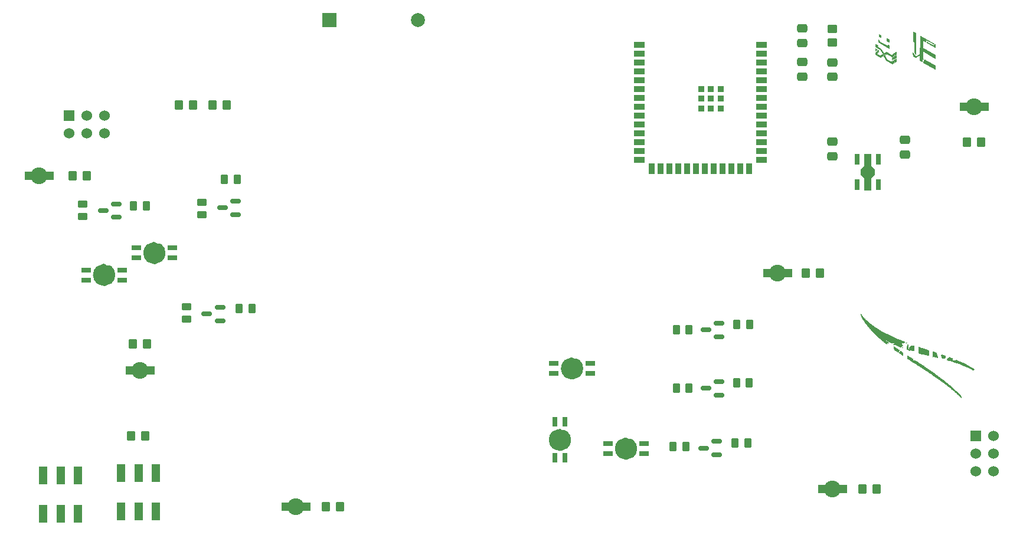
<source format=gbr>
%TF.GenerationSoftware,KiCad,Pcbnew,7.0.1-0*%
%TF.CreationDate,2023-04-14T08:17:47-04:00*%
%TF.ProjectId,WrightSpace,57726967-6874-4537-9061-63652e6b6963,v01*%
%TF.SameCoordinates,Original*%
%TF.FileFunction,Soldermask,Bot*%
%TF.FilePolarity,Negative*%
%FSLAX46Y46*%
G04 Gerber Fmt 4.6, Leading zero omitted, Abs format (unit mm)*
G04 Created by KiCad (PCBNEW 7.0.1-0) date 2023-04-14 08:17:47*
%MOMM*%
%LPD*%
G01*
G04 APERTURE LIST*
G04 Aperture macros list*
%AMRoundRect*
0 Rectangle with rounded corners*
0 $1 Rounding radius*
0 $2 $3 $4 $5 $6 $7 $8 $9 X,Y pos of 4 corners*
0 Add a 4 corners polygon primitive as box body*
4,1,4,$2,$3,$4,$5,$6,$7,$8,$9,$2,$3,0*
0 Add four circle primitives for the rounded corners*
1,1,$1+$1,$2,$3*
1,1,$1+$1,$4,$5*
1,1,$1+$1,$6,$7*
1,1,$1+$1,$8,$9*
0 Add four rect primitives between the rounded corners*
20,1,$1+$1,$2,$3,$4,$5,0*
20,1,$1+$1,$4,$5,$6,$7,0*
20,1,$1+$1,$6,$7,$8,$9,0*
20,1,$1+$1,$8,$9,$2,$3,0*%
%AMFreePoly0*
4,1,13,0.900000,0.500000,2.600000,0.500000,2.600000,-0.500000,0.900000,-0.500000,0.400000,-1.000000,-0.400000,-1.000000,-0.900000,-0.500000,-2.600000,-0.500000,-2.600000,0.500000,-0.900000,0.500000,-0.400000,1.000000,0.400000,1.000000,0.900000,0.500000,0.900000,0.500000,$1*%
G04 Aperture macros list end*
%ADD10C,0.019843*%
%ADD11C,1.600000*%
%ADD12C,0.077540*%
%ADD13R,1.524000X1.524000*%
%ADD14C,1.524000*%
%ADD15RoundRect,0.250000X-0.450000X0.262500X-0.450000X-0.262500X0.450000X-0.262500X0.450000X0.262500X0*%
%ADD16RoundRect,0.250000X-0.350000X-0.450000X0.350000X-0.450000X0.350000X0.450000X-0.350000X0.450000X0*%
%ADD17C,2.400000*%
%ADD18R,1.080000X1.250000*%
%ADD19RoundRect,0.250000X0.262500X0.450000X-0.262500X0.450000X-0.262500X-0.450000X0.262500X-0.450000X0*%
%ADD20RoundRect,0.250000X0.350000X0.450000X-0.350000X0.450000X-0.350000X-0.450000X0.350000X-0.450000X0*%
%ADD21R,1.200000X2.500000*%
%ADD22RoundRect,0.150000X0.587500X0.150000X-0.587500X0.150000X-0.587500X-0.150000X0.587500X-0.150000X0*%
%ADD23RoundRect,0.250000X-0.475000X0.337500X-0.475000X-0.337500X0.475000X-0.337500X0.475000X0.337500X0*%
%ADD24R,1.400000X0.800000*%
%ADD25RoundRect,0.250000X0.450000X-0.350000X0.450000X0.350000X-0.450000X0.350000X-0.450000X-0.350000X0*%
%ADD26R,0.700000X1.500000*%
%ADD27FreePoly0,90.000000*%
%ADD28R,2.000000X2.000000*%
%ADD29C,2.000000*%
%ADD30R,0.800000X1.400000*%
%ADD31RoundRect,0.250000X0.475000X-0.337500X0.475000X0.337500X-0.475000X0.337500X-0.475000X-0.337500X0*%
%ADD32R,1.500000X0.900000*%
%ADD33R,0.900000X1.500000*%
%ADD34R,0.900000X0.900000*%
G04 APERTURE END LIST*
D10*
X224698395Y-109747216D02*
X224699603Y-109747304D01*
X224700777Y-109747446D01*
X224701913Y-109747640D01*
X224703011Y-109747887D01*
X224704067Y-109748186D01*
X224705078Y-109748539D01*
X224706043Y-109748945D01*
X224706959Y-109749404D01*
X224707823Y-109749916D01*
X224708634Y-109750481D01*
X224709389Y-109751100D01*
X224710084Y-109751772D01*
X224710719Y-109752498D01*
X224711290Y-109753277D01*
X224713674Y-109755322D01*
X224718580Y-109758198D01*
X224735415Y-109766228D01*
X224760711Y-109776947D01*
X224793380Y-109789933D01*
X224876498Y-109821016D01*
X224976078Y-109856105D01*
X225230421Y-109943297D01*
X225217346Y-110013054D01*
X225214166Y-110028390D01*
X225210132Y-110045256D01*
X225205406Y-110063100D01*
X225200155Y-110081370D01*
X225194543Y-110099514D01*
X225188734Y-110116978D01*
X225182893Y-110133212D01*
X225177185Y-110147664D01*
X225171757Y-110160963D01*
X225166717Y-110173896D01*
X225162174Y-110186141D01*
X225158236Y-110197378D01*
X225155011Y-110207286D01*
X225152609Y-110215545D01*
X225151751Y-110218955D01*
X225151138Y-110221833D01*
X225150785Y-110224138D01*
X225150706Y-110225830D01*
X225150625Y-110226558D01*
X225150323Y-110227367D01*
X225149076Y-110229216D01*
X225147011Y-110231351D01*
X225144171Y-110233748D01*
X225140598Y-110236383D01*
X225136338Y-110239230D01*
X225125929Y-110245464D01*
X225113291Y-110252253D01*
X225098776Y-110259398D01*
X225082732Y-110266704D01*
X225065508Y-110273971D01*
X225046325Y-110281606D01*
X225028706Y-110288259D01*
X225012462Y-110293935D01*
X224997400Y-110298641D01*
X224983330Y-110302385D01*
X224970060Y-110305172D01*
X224957400Y-110307010D01*
X224945159Y-110307905D01*
X224933145Y-110307864D01*
X224921168Y-110306893D01*
X224909036Y-110305000D01*
X224896559Y-110302192D01*
X224883546Y-110298474D01*
X224869805Y-110293853D01*
X224855145Y-110288338D01*
X224839376Y-110281933D01*
X224829564Y-110277596D01*
X224820334Y-110273003D01*
X224811630Y-110268087D01*
X224803395Y-110262783D01*
X224795572Y-110257026D01*
X224788103Y-110250749D01*
X224780932Y-110243886D01*
X224774002Y-110236373D01*
X224767256Y-110228144D01*
X224760636Y-110219133D01*
X224754086Y-110209274D01*
X224747549Y-110198502D01*
X224740967Y-110186751D01*
X224734284Y-110173956D01*
X224727443Y-110160050D01*
X224720386Y-110144969D01*
X224709465Y-110119155D01*
X224699357Y-110091418D01*
X224690114Y-110062211D01*
X224681793Y-110031985D01*
X224674446Y-110001193D01*
X224668129Y-109970288D01*
X224662895Y-109939722D01*
X224658800Y-109909947D01*
X224655896Y-109881416D01*
X224654239Y-109854581D01*
X224653883Y-109829895D01*
X224654882Y-109807810D01*
X224657291Y-109788779D01*
X224659040Y-109780549D01*
X224661163Y-109773253D01*
X224663665Y-109766946D01*
X224666553Y-109761686D01*
X224669835Y-109757528D01*
X224673516Y-109754529D01*
X224674931Y-109753684D01*
X224676354Y-109752890D01*
X224677784Y-109752148D01*
X224679219Y-109751456D01*
X224680655Y-109750816D01*
X224682091Y-109750228D01*
X224683524Y-109749691D01*
X224684952Y-109749206D01*
X224686371Y-109748773D01*
X224687780Y-109748391D01*
X224689177Y-109748062D01*
X224690559Y-109747784D01*
X224691923Y-109747559D01*
X224693267Y-109747386D01*
X224694588Y-109747264D01*
X224695885Y-109747196D01*
X224697155Y-109747179D01*
X224698395Y-109747216D01*
G36*
X224698395Y-109747216D02*
G01*
X224699603Y-109747304D01*
X224700777Y-109747446D01*
X224701913Y-109747640D01*
X224703011Y-109747887D01*
X224704067Y-109748186D01*
X224705078Y-109748539D01*
X224706043Y-109748945D01*
X224706959Y-109749404D01*
X224707823Y-109749916D01*
X224708634Y-109750481D01*
X224709389Y-109751100D01*
X224710084Y-109751772D01*
X224710719Y-109752498D01*
X224711290Y-109753277D01*
X224713674Y-109755322D01*
X224718580Y-109758198D01*
X224735415Y-109766228D01*
X224760711Y-109776947D01*
X224793380Y-109789933D01*
X224876498Y-109821016D01*
X224976078Y-109856105D01*
X225230421Y-109943297D01*
X225217346Y-110013054D01*
X225214166Y-110028390D01*
X225210132Y-110045256D01*
X225205406Y-110063100D01*
X225200155Y-110081370D01*
X225194543Y-110099514D01*
X225188734Y-110116978D01*
X225182893Y-110133212D01*
X225177185Y-110147664D01*
X225171757Y-110160963D01*
X225166717Y-110173896D01*
X225162174Y-110186141D01*
X225158236Y-110197378D01*
X225155011Y-110207286D01*
X225152609Y-110215545D01*
X225151751Y-110218955D01*
X225151138Y-110221833D01*
X225150785Y-110224138D01*
X225150706Y-110225830D01*
X225150625Y-110226558D01*
X225150323Y-110227367D01*
X225149076Y-110229216D01*
X225147011Y-110231351D01*
X225144171Y-110233748D01*
X225140598Y-110236383D01*
X225136338Y-110239230D01*
X225125929Y-110245464D01*
X225113291Y-110252253D01*
X225098776Y-110259398D01*
X225082732Y-110266704D01*
X225065508Y-110273971D01*
X225046325Y-110281606D01*
X225028706Y-110288259D01*
X225012462Y-110293935D01*
X224997400Y-110298641D01*
X224983330Y-110302385D01*
X224970060Y-110305172D01*
X224957400Y-110307010D01*
X224945159Y-110307905D01*
X224933145Y-110307864D01*
X224921168Y-110306893D01*
X224909036Y-110305000D01*
X224896559Y-110302192D01*
X224883546Y-110298474D01*
X224869805Y-110293853D01*
X224855145Y-110288338D01*
X224839376Y-110281933D01*
X224829564Y-110277596D01*
X224820334Y-110273003D01*
X224811630Y-110268087D01*
X224803395Y-110262783D01*
X224795572Y-110257026D01*
X224788103Y-110250749D01*
X224780932Y-110243886D01*
X224774002Y-110236373D01*
X224767256Y-110228144D01*
X224760636Y-110219133D01*
X224754086Y-110209274D01*
X224747549Y-110198502D01*
X224740967Y-110186751D01*
X224734284Y-110173956D01*
X224727443Y-110160050D01*
X224720386Y-110144969D01*
X224709465Y-110119155D01*
X224699357Y-110091418D01*
X224690114Y-110062211D01*
X224681793Y-110031985D01*
X224674446Y-110001193D01*
X224668129Y-109970288D01*
X224662895Y-109939722D01*
X224658800Y-109909947D01*
X224655896Y-109881416D01*
X224654239Y-109854581D01*
X224653883Y-109829895D01*
X224654882Y-109807810D01*
X224657291Y-109788779D01*
X224659040Y-109780549D01*
X224661163Y-109773253D01*
X224663665Y-109766946D01*
X224666553Y-109761686D01*
X224669835Y-109757528D01*
X224673516Y-109754529D01*
X224674931Y-109753684D01*
X224676354Y-109752890D01*
X224677784Y-109752148D01*
X224679219Y-109751456D01*
X224680655Y-109750816D01*
X224682091Y-109750228D01*
X224683524Y-109749691D01*
X224684952Y-109749206D01*
X224686371Y-109748773D01*
X224687780Y-109748391D01*
X224689177Y-109748062D01*
X224690559Y-109747784D01*
X224691923Y-109747559D01*
X224693267Y-109747386D01*
X224694588Y-109747264D01*
X224695885Y-109747196D01*
X224697155Y-109747179D01*
X224698395Y-109747216D01*
G37*
X219065560Y-108743381D02*
X219066050Y-108743458D01*
X219066565Y-108743584D01*
X219067103Y-108743760D01*
X219068244Y-108744251D01*
X219069461Y-108744920D01*
X219070744Y-108745759D01*
X219072081Y-108746756D01*
X219073463Y-108747901D01*
X219074878Y-108749184D01*
X219076316Y-108750595D01*
X219077766Y-108752124D01*
X219079217Y-108753760D01*
X219080658Y-108755494D01*
X219082079Y-108757314D01*
X219083469Y-108759212D01*
X219084816Y-108761177D01*
X219086111Y-108763199D01*
X219086712Y-108764216D01*
X219087251Y-108765220D01*
X219087729Y-108766210D01*
X219088146Y-108767185D01*
X219088502Y-108768143D01*
X219088799Y-108769083D01*
X219089036Y-108770004D01*
X219089215Y-108770904D01*
X219089335Y-108771782D01*
X219089398Y-108772637D01*
X219089404Y-108773468D01*
X219089354Y-108774274D01*
X219089248Y-108775052D01*
X219089086Y-108775802D01*
X219088870Y-108776523D01*
X219088599Y-108777214D01*
X219088275Y-108777872D01*
X219087898Y-108778497D01*
X219087468Y-108779087D01*
X219086987Y-108779642D01*
X219086454Y-108780159D01*
X219085870Y-108780639D01*
X219085236Y-108781078D01*
X219084552Y-108781477D01*
X219083819Y-108781833D01*
X219083038Y-108782147D01*
X219082208Y-108782415D01*
X219081331Y-108782638D01*
X219080407Y-108782813D01*
X219079437Y-108782940D01*
X219078421Y-108783017D01*
X219077360Y-108783043D01*
X219076283Y-108783017D01*
X219075219Y-108782940D01*
X219074170Y-108782813D01*
X219073138Y-108782638D01*
X219072124Y-108782415D01*
X219071128Y-108782147D01*
X219070153Y-108781833D01*
X219069200Y-108781477D01*
X219068270Y-108781078D01*
X219067364Y-108780639D01*
X219066484Y-108780159D01*
X219065631Y-108779642D01*
X219064807Y-108779087D01*
X219064012Y-108778497D01*
X219063249Y-108777872D01*
X219062518Y-108777214D01*
X219061821Y-108776523D01*
X219061159Y-108775802D01*
X219060534Y-108775052D01*
X219059947Y-108774274D01*
X219059398Y-108773468D01*
X219058891Y-108772637D01*
X219058425Y-108771782D01*
X219058003Y-108770904D01*
X219057626Y-108770004D01*
X219057294Y-108769083D01*
X219057010Y-108768143D01*
X219056774Y-108767185D01*
X219056588Y-108766210D01*
X219056454Y-108765220D01*
X219056373Y-108764216D01*
X219056345Y-108763199D01*
X219056356Y-108762181D01*
X219056390Y-108761177D01*
X219056446Y-108760187D01*
X219056524Y-108759212D01*
X219056622Y-108758254D01*
X219056740Y-108757314D01*
X219056878Y-108756394D01*
X219057036Y-108755494D01*
X219057211Y-108754615D01*
X219057405Y-108753760D01*
X219057617Y-108752929D01*
X219057845Y-108752124D01*
X219058089Y-108751345D01*
X219058350Y-108750595D01*
X219058625Y-108749874D01*
X219058916Y-108749184D01*
X219059220Y-108748526D01*
X219059538Y-108747901D01*
X219059869Y-108747310D01*
X219060212Y-108746756D01*
X219060567Y-108746238D01*
X219060933Y-108745759D01*
X219061310Y-108745319D01*
X219061698Y-108744920D01*
X219062095Y-108744564D01*
X219062501Y-108744251D01*
X219062915Y-108743982D01*
X219063338Y-108743760D01*
X219063767Y-108743584D01*
X219064204Y-108743458D01*
X219064647Y-108743381D01*
X219065095Y-108743355D01*
X219065560Y-108743381D01*
G36*
X219065560Y-108743381D02*
G01*
X219066050Y-108743458D01*
X219066565Y-108743584D01*
X219067103Y-108743760D01*
X219068244Y-108744251D01*
X219069461Y-108744920D01*
X219070744Y-108745759D01*
X219072081Y-108746756D01*
X219073463Y-108747901D01*
X219074878Y-108749184D01*
X219076316Y-108750595D01*
X219077766Y-108752124D01*
X219079217Y-108753760D01*
X219080658Y-108755494D01*
X219082079Y-108757314D01*
X219083469Y-108759212D01*
X219084816Y-108761177D01*
X219086111Y-108763199D01*
X219086712Y-108764216D01*
X219087251Y-108765220D01*
X219087729Y-108766210D01*
X219088146Y-108767185D01*
X219088502Y-108768143D01*
X219088799Y-108769083D01*
X219089036Y-108770004D01*
X219089215Y-108770904D01*
X219089335Y-108771782D01*
X219089398Y-108772637D01*
X219089404Y-108773468D01*
X219089354Y-108774274D01*
X219089248Y-108775052D01*
X219089086Y-108775802D01*
X219088870Y-108776523D01*
X219088599Y-108777214D01*
X219088275Y-108777872D01*
X219087898Y-108778497D01*
X219087468Y-108779087D01*
X219086987Y-108779642D01*
X219086454Y-108780159D01*
X219085870Y-108780639D01*
X219085236Y-108781078D01*
X219084552Y-108781477D01*
X219083819Y-108781833D01*
X219083038Y-108782147D01*
X219082208Y-108782415D01*
X219081331Y-108782638D01*
X219080407Y-108782813D01*
X219079437Y-108782940D01*
X219078421Y-108783017D01*
X219077360Y-108783043D01*
X219076283Y-108783017D01*
X219075219Y-108782940D01*
X219074170Y-108782813D01*
X219073138Y-108782638D01*
X219072124Y-108782415D01*
X219071128Y-108782147D01*
X219070153Y-108781833D01*
X219069200Y-108781477D01*
X219068270Y-108781078D01*
X219067364Y-108780639D01*
X219066484Y-108780159D01*
X219065631Y-108779642D01*
X219064807Y-108779087D01*
X219064012Y-108778497D01*
X219063249Y-108777872D01*
X219062518Y-108777214D01*
X219061821Y-108776523D01*
X219061159Y-108775802D01*
X219060534Y-108775052D01*
X219059947Y-108774274D01*
X219059398Y-108773468D01*
X219058891Y-108772637D01*
X219058425Y-108771782D01*
X219058003Y-108770904D01*
X219057626Y-108770004D01*
X219057294Y-108769083D01*
X219057010Y-108768143D01*
X219056774Y-108767185D01*
X219056588Y-108766210D01*
X219056454Y-108765220D01*
X219056373Y-108764216D01*
X219056345Y-108763199D01*
X219056356Y-108762181D01*
X219056390Y-108761177D01*
X219056446Y-108760187D01*
X219056524Y-108759212D01*
X219056622Y-108758254D01*
X219056740Y-108757314D01*
X219056878Y-108756394D01*
X219057036Y-108755494D01*
X219057211Y-108754615D01*
X219057405Y-108753760D01*
X219057617Y-108752929D01*
X219057845Y-108752124D01*
X219058089Y-108751345D01*
X219058350Y-108750595D01*
X219058625Y-108749874D01*
X219058916Y-108749184D01*
X219059220Y-108748526D01*
X219059538Y-108747901D01*
X219059869Y-108747310D01*
X219060212Y-108746756D01*
X219060567Y-108746238D01*
X219060933Y-108745759D01*
X219061310Y-108745319D01*
X219061698Y-108744920D01*
X219062095Y-108744564D01*
X219062501Y-108744251D01*
X219062915Y-108743982D01*
X219063338Y-108743760D01*
X219063767Y-108743584D01*
X219064204Y-108743458D01*
X219064647Y-108743381D01*
X219065095Y-108743355D01*
X219065560Y-108743381D01*
G37*
X223484463Y-109351512D02*
X223485688Y-109351698D01*
X223486956Y-109351982D01*
X223489624Y-109352825D01*
X223492473Y-109353993D01*
X223495508Y-109355440D01*
X223498736Y-109357120D01*
X223502578Y-109359076D01*
X223506440Y-109360850D01*
X223510296Y-109362438D01*
X223514121Y-109363835D01*
X223517890Y-109365040D01*
X223521577Y-109366047D01*
X223525157Y-109366852D01*
X223528603Y-109367453D01*
X223531892Y-109367845D01*
X223534997Y-109368025D01*
X223537893Y-109367989D01*
X223539254Y-109367888D01*
X223540554Y-109367732D01*
X223541789Y-109367520D01*
X223542955Y-109367252D01*
X223544051Y-109366927D01*
X223545071Y-109366545D01*
X223546014Y-109366104D01*
X223546877Y-109365606D01*
X223547655Y-109365049D01*
X223548346Y-109364432D01*
X223548988Y-109363816D01*
X223549622Y-109363258D01*
X223550247Y-109362758D01*
X223550863Y-109362316D01*
X223551468Y-109361932D01*
X223552061Y-109361604D01*
X223552643Y-109361333D01*
X223553211Y-109361117D01*
X223553766Y-109360958D01*
X223554306Y-109360853D01*
X223554830Y-109360803D01*
X223555339Y-109360807D01*
X223555831Y-109360865D01*
X223556304Y-109360976D01*
X223556760Y-109361140D01*
X223557195Y-109361356D01*
X223557611Y-109361624D01*
X223558006Y-109361943D01*
X223558378Y-109362314D01*
X223558729Y-109362735D01*
X223559055Y-109363205D01*
X223559358Y-109363726D01*
X223559636Y-109364296D01*
X223559888Y-109364914D01*
X223560113Y-109365580D01*
X223560310Y-109366295D01*
X223560480Y-109367056D01*
X223560621Y-109367865D01*
X223560731Y-109368719D01*
X223560811Y-109369620D01*
X223560860Y-109370566D01*
X223560876Y-109371557D01*
X223562486Y-109374897D01*
X223567230Y-109378978D01*
X223574985Y-109383757D01*
X223585624Y-109389188D01*
X223615054Y-109401832D01*
X223654519Y-109416554D01*
X223703015Y-109433000D01*
X223759541Y-109450813D01*
X223823092Y-109469639D01*
X223892667Y-109489123D01*
X223893921Y-109489520D01*
X223895183Y-109490031D01*
X223897723Y-109491377D01*
X223900272Y-109493134D01*
X223902811Y-109495275D01*
X223905324Y-109497773D01*
X223907793Y-109500603D01*
X223910201Y-109503737D01*
X223912531Y-109507148D01*
X223914766Y-109510810D01*
X223916888Y-109514696D01*
X223918880Y-109518779D01*
X223920724Y-109523033D01*
X223922405Y-109527430D01*
X223923903Y-109531945D01*
X223925203Y-109536551D01*
X223926287Y-109541220D01*
X223947508Y-109642226D01*
X223965971Y-109725796D01*
X223974437Y-109761973D01*
X223982536Y-109794907D01*
X223990376Y-109824972D01*
X223998065Y-109852539D01*
X224005710Y-109877981D01*
X224013419Y-109901669D01*
X224021301Y-109923977D01*
X224029461Y-109945277D01*
X224038009Y-109965940D01*
X224047052Y-109986339D01*
X224056698Y-110006847D01*
X224067054Y-110027835D01*
X224073788Y-110041422D01*
X224080220Y-110054810D01*
X224086322Y-110067923D01*
X224092065Y-110080684D01*
X224097421Y-110093014D01*
X224102361Y-110104839D01*
X224106857Y-110116079D01*
X224110880Y-110126658D01*
X224114403Y-110136499D01*
X224117395Y-110145525D01*
X224119829Y-110153659D01*
X224121677Y-110160823D01*
X224122910Y-110166941D01*
X224123498Y-110171935D01*
X224123543Y-110173986D01*
X224123415Y-110175728D01*
X224123113Y-110177150D01*
X224122631Y-110178243D01*
X224122631Y-110178238D01*
X224122005Y-110179206D01*
X224121363Y-110180112D01*
X224120705Y-110180955D01*
X224120033Y-110181737D01*
X224119348Y-110182455D01*
X224118649Y-110183112D01*
X224117939Y-110183706D01*
X224117218Y-110184238D01*
X224116487Y-110184707D01*
X224115748Y-110185114D01*
X224115000Y-110185459D01*
X224114246Y-110185742D01*
X224113485Y-110185962D01*
X224112719Y-110186120D01*
X224111949Y-110186215D01*
X224111176Y-110186248D01*
X224110401Y-110186219D01*
X224109624Y-110186127D01*
X224108847Y-110185973D01*
X224108070Y-110185757D01*
X224107295Y-110185478D01*
X224106523Y-110185137D01*
X224105753Y-110184734D01*
X224104988Y-110184268D01*
X224104229Y-110183740D01*
X224103475Y-110183149D01*
X224102729Y-110182497D01*
X224101991Y-110181781D01*
X224101262Y-110181004D01*
X224100542Y-110180164D01*
X224099834Y-110179262D01*
X224099138Y-110178297D01*
X224096485Y-110176152D01*
X224091179Y-110173433D01*
X224073184Y-110166440D01*
X224046303Y-110157647D01*
X224011686Y-110147382D01*
X223970482Y-110135975D01*
X223923841Y-110123754D01*
X223872912Y-110111047D01*
X223818845Y-110098183D01*
X223762806Y-110085704D01*
X223706514Y-110074030D01*
X223601080Y-110053667D01*
X223518369Y-110038239D01*
X223490480Y-110032733D01*
X223474206Y-110028889D01*
X223466893Y-110026559D01*
X223461072Y-110024508D01*
X223453400Y-110021493D01*
X223451300Y-110020653D01*
X223450963Y-110020558D01*
X223451396Y-110016823D01*
X223453714Y-109984554D01*
X223457672Y-109893596D01*
X223460384Y-109778009D01*
X223461439Y-109650513D01*
X223461503Y-109597619D01*
X223461647Y-109551078D01*
X223461919Y-109510517D01*
X223462366Y-109475561D01*
X223462670Y-109460068D01*
X223463036Y-109445836D01*
X223463470Y-109432818D01*
X223463978Y-109420967D01*
X223464564Y-109410238D01*
X223465237Y-109400582D01*
X223466001Y-109391954D01*
X223466862Y-109384306D01*
X223467827Y-109377591D01*
X223468900Y-109371764D01*
X223469480Y-109369168D01*
X223470089Y-109366776D01*
X223470729Y-109364583D01*
X223471400Y-109362583D01*
X223472102Y-109360769D01*
X223472837Y-109359135D01*
X223473605Y-109357677D01*
X223474407Y-109356388D01*
X223475244Y-109355262D01*
X223476117Y-109354294D01*
X223477025Y-109353477D01*
X223477971Y-109352806D01*
X223478954Y-109352275D01*
X223479976Y-109351877D01*
X223481037Y-109351608D01*
X223482138Y-109351462D01*
X223483280Y-109351432D01*
X223484463Y-109351512D01*
G36*
X223484463Y-109351512D02*
G01*
X223485688Y-109351698D01*
X223486956Y-109351982D01*
X223489624Y-109352825D01*
X223492473Y-109353993D01*
X223495508Y-109355440D01*
X223498736Y-109357120D01*
X223502578Y-109359076D01*
X223506440Y-109360850D01*
X223510296Y-109362438D01*
X223514121Y-109363835D01*
X223517890Y-109365040D01*
X223521577Y-109366047D01*
X223525157Y-109366852D01*
X223528603Y-109367453D01*
X223531892Y-109367845D01*
X223534997Y-109368025D01*
X223537893Y-109367989D01*
X223539254Y-109367888D01*
X223540554Y-109367732D01*
X223541789Y-109367520D01*
X223542955Y-109367252D01*
X223544051Y-109366927D01*
X223545071Y-109366545D01*
X223546014Y-109366104D01*
X223546877Y-109365606D01*
X223547655Y-109365049D01*
X223548346Y-109364432D01*
X223548988Y-109363816D01*
X223549622Y-109363258D01*
X223550247Y-109362758D01*
X223550863Y-109362316D01*
X223551468Y-109361932D01*
X223552061Y-109361604D01*
X223552643Y-109361333D01*
X223553211Y-109361117D01*
X223553766Y-109360958D01*
X223554306Y-109360853D01*
X223554830Y-109360803D01*
X223555339Y-109360807D01*
X223555831Y-109360865D01*
X223556304Y-109360976D01*
X223556760Y-109361140D01*
X223557195Y-109361356D01*
X223557611Y-109361624D01*
X223558006Y-109361943D01*
X223558378Y-109362314D01*
X223558729Y-109362735D01*
X223559055Y-109363205D01*
X223559358Y-109363726D01*
X223559636Y-109364296D01*
X223559888Y-109364914D01*
X223560113Y-109365580D01*
X223560310Y-109366295D01*
X223560480Y-109367056D01*
X223560621Y-109367865D01*
X223560731Y-109368719D01*
X223560811Y-109369620D01*
X223560860Y-109370566D01*
X223560876Y-109371557D01*
X223562486Y-109374897D01*
X223567230Y-109378978D01*
X223574985Y-109383757D01*
X223585624Y-109389188D01*
X223615054Y-109401832D01*
X223654519Y-109416554D01*
X223703015Y-109433000D01*
X223759541Y-109450813D01*
X223823092Y-109469639D01*
X223892667Y-109489123D01*
X223893921Y-109489520D01*
X223895183Y-109490031D01*
X223897723Y-109491377D01*
X223900272Y-109493134D01*
X223902811Y-109495275D01*
X223905324Y-109497773D01*
X223907793Y-109500603D01*
X223910201Y-109503737D01*
X223912531Y-109507148D01*
X223914766Y-109510810D01*
X223916888Y-109514696D01*
X223918880Y-109518779D01*
X223920724Y-109523033D01*
X223922405Y-109527430D01*
X223923903Y-109531945D01*
X223925203Y-109536551D01*
X223926287Y-109541220D01*
X223947508Y-109642226D01*
X223965971Y-109725796D01*
X223974437Y-109761973D01*
X223982536Y-109794907D01*
X223990376Y-109824972D01*
X223998065Y-109852539D01*
X224005710Y-109877981D01*
X224013419Y-109901669D01*
X224021301Y-109923977D01*
X224029461Y-109945277D01*
X224038009Y-109965940D01*
X224047052Y-109986339D01*
X224056698Y-110006847D01*
X224067054Y-110027835D01*
X224073788Y-110041422D01*
X224080220Y-110054810D01*
X224086322Y-110067923D01*
X224092065Y-110080684D01*
X224097421Y-110093014D01*
X224102361Y-110104839D01*
X224106857Y-110116079D01*
X224110880Y-110126658D01*
X224114403Y-110136499D01*
X224117395Y-110145525D01*
X224119829Y-110153659D01*
X224121677Y-110160823D01*
X224122910Y-110166941D01*
X224123498Y-110171935D01*
X224123543Y-110173986D01*
X224123415Y-110175728D01*
X224123113Y-110177150D01*
X224122631Y-110178243D01*
X224122631Y-110178238D01*
X224122005Y-110179206D01*
X224121363Y-110180112D01*
X224120705Y-110180955D01*
X224120033Y-110181737D01*
X224119348Y-110182455D01*
X224118649Y-110183112D01*
X224117939Y-110183706D01*
X224117218Y-110184238D01*
X224116487Y-110184707D01*
X224115748Y-110185114D01*
X224115000Y-110185459D01*
X224114246Y-110185742D01*
X224113485Y-110185962D01*
X224112719Y-110186120D01*
X224111949Y-110186215D01*
X224111176Y-110186248D01*
X224110401Y-110186219D01*
X224109624Y-110186127D01*
X224108847Y-110185973D01*
X224108070Y-110185757D01*
X224107295Y-110185478D01*
X224106523Y-110185137D01*
X224105753Y-110184734D01*
X224104988Y-110184268D01*
X224104229Y-110183740D01*
X224103475Y-110183149D01*
X224102729Y-110182497D01*
X224101991Y-110181781D01*
X224101262Y-110181004D01*
X224100542Y-110180164D01*
X224099834Y-110179262D01*
X224099138Y-110178297D01*
X224096485Y-110176152D01*
X224091179Y-110173433D01*
X224073184Y-110166440D01*
X224046303Y-110157647D01*
X224011686Y-110147382D01*
X223970482Y-110135975D01*
X223923841Y-110123754D01*
X223872912Y-110111047D01*
X223818845Y-110098183D01*
X223762806Y-110085704D01*
X223706514Y-110074030D01*
X223601080Y-110053667D01*
X223518369Y-110038239D01*
X223490480Y-110032733D01*
X223474206Y-110028889D01*
X223466893Y-110026559D01*
X223461072Y-110024508D01*
X223453400Y-110021493D01*
X223451300Y-110020653D01*
X223450963Y-110020558D01*
X223451396Y-110016823D01*
X223453714Y-109984554D01*
X223457672Y-109893596D01*
X223460384Y-109778009D01*
X223461439Y-109650513D01*
X223461503Y-109597619D01*
X223461647Y-109551078D01*
X223461919Y-109510517D01*
X223462366Y-109475561D01*
X223462670Y-109460068D01*
X223463036Y-109445836D01*
X223463470Y-109432818D01*
X223463978Y-109420967D01*
X223464564Y-109410238D01*
X223465237Y-109400582D01*
X223466001Y-109391954D01*
X223466862Y-109384306D01*
X223467827Y-109377591D01*
X223468900Y-109371764D01*
X223469480Y-109369168D01*
X223470089Y-109366776D01*
X223470729Y-109364583D01*
X223471400Y-109362583D01*
X223472102Y-109360769D01*
X223472837Y-109359135D01*
X223473605Y-109357677D01*
X223474407Y-109356388D01*
X223475244Y-109355262D01*
X223476117Y-109354294D01*
X223477025Y-109353477D01*
X223477971Y-109352806D01*
X223478954Y-109352275D01*
X223479976Y-109351877D01*
X223481037Y-109351608D01*
X223482138Y-109351462D01*
X223483280Y-109351432D01*
X223484463Y-109351512D01*
G37*
X217826618Y-108611550D02*
X217832355Y-108613223D01*
X217838794Y-108615727D01*
X217845949Y-108619050D01*
X217853837Y-108623180D01*
X217871867Y-108633814D01*
X217893006Y-108647531D01*
X217917375Y-108664234D01*
X217945095Y-108683826D01*
X217959247Y-108693846D01*
X217973005Y-108703434D01*
X217986298Y-108712546D01*
X217999055Y-108721141D01*
X218011204Y-108729173D01*
X218022674Y-108736601D01*
X218033393Y-108743381D01*
X218043291Y-108749470D01*
X218052294Y-108754824D01*
X218060333Y-108759401D01*
X218067336Y-108763157D01*
X218073231Y-108766048D01*
X218077947Y-108768033D01*
X218079840Y-108768671D01*
X218081412Y-108769067D01*
X218082654Y-108769214D01*
X218083556Y-108769107D01*
X218084109Y-108768741D01*
X218084306Y-108768110D01*
X218084340Y-108767377D01*
X218084412Y-108766708D01*
X218084520Y-108766101D01*
X218084664Y-108765557D01*
X218084842Y-108765075D01*
X218085054Y-108764655D01*
X218085298Y-108764297D01*
X218085574Y-108763999D01*
X218085880Y-108763763D01*
X218086216Y-108763586D01*
X218086581Y-108763470D01*
X218086974Y-108763413D01*
X218087393Y-108763415D01*
X218087838Y-108763475D01*
X218088308Y-108763595D01*
X218088803Y-108763772D01*
X218089320Y-108764006D01*
X218089859Y-108764298D01*
X218090419Y-108764647D01*
X218090999Y-108765052D01*
X218091599Y-108765513D01*
X218092217Y-108766030D01*
X218093503Y-108767228D01*
X218094851Y-108768645D01*
X218096253Y-108770276D01*
X218097701Y-108772119D01*
X218099188Y-108774170D01*
X218104990Y-108781355D01*
X218113121Y-108789795D01*
X218123208Y-108799224D01*
X218134877Y-108809376D01*
X218147755Y-108819985D01*
X218161471Y-108830785D01*
X218175650Y-108841510D01*
X218189920Y-108851893D01*
X218203907Y-108861669D01*
X218217240Y-108870571D01*
X218229545Y-108878335D01*
X218240448Y-108884692D01*
X218249578Y-108889378D01*
X218256561Y-108892127D01*
X218259131Y-108892691D01*
X218261025Y-108892671D01*
X218262195Y-108892034D01*
X218262595Y-108890746D01*
X218262628Y-108889963D01*
X218262724Y-108889271D01*
X218262883Y-108888667D01*
X218263102Y-108888152D01*
X218263380Y-108887725D01*
X218263715Y-108887384D01*
X218264107Y-108887128D01*
X218264553Y-108886957D01*
X218265051Y-108886870D01*
X218265600Y-108886865D01*
X218266199Y-108886942D01*
X218266846Y-108887100D01*
X218267540Y-108887337D01*
X218268278Y-108887653D01*
X218269881Y-108888519D01*
X218271645Y-108889687D01*
X218273556Y-108891152D01*
X218275601Y-108892906D01*
X218277768Y-108894939D01*
X218280044Y-108897246D01*
X218282417Y-108899818D01*
X218284873Y-108902648D01*
X218287399Y-108905728D01*
X218290657Y-108909397D01*
X218295257Y-108913954D01*
X218308147Y-108925473D01*
X218325388Y-108939758D01*
X218346300Y-108956281D01*
X218370206Y-108974516D01*
X218396425Y-108993936D01*
X218424276Y-109014013D01*
X218453082Y-109034220D01*
X218475637Y-109049892D01*
X218495588Y-109063945D01*
X218513058Y-109076523D01*
X218528169Y-109087767D01*
X218534879Y-109092934D01*
X218541044Y-109097821D01*
X218546682Y-109102446D01*
X218551806Y-109106828D01*
X218556432Y-109110983D01*
X218560576Y-109114929D01*
X218564252Y-109118685D01*
X218567477Y-109122269D01*
X218570265Y-109125697D01*
X218572631Y-109128989D01*
X218574592Y-109132161D01*
X218576161Y-109135232D01*
X218577356Y-109138219D01*
X218578190Y-109141141D01*
X218578679Y-109144015D01*
X218578838Y-109146859D01*
X218578683Y-109149691D01*
X218578230Y-109152529D01*
X218577492Y-109155390D01*
X218576487Y-109158292D01*
X218575228Y-109161254D01*
X218573731Y-109164292D01*
X218572012Y-109167426D01*
X218570086Y-109170672D01*
X218556599Y-109193269D01*
X218537527Y-109225956D01*
X218492776Y-109304091D01*
X218492776Y-109304093D01*
X218472575Y-109340768D01*
X218464054Y-109354998D01*
X218455706Y-109366224D01*
X218451389Y-109370648D01*
X218446868Y-109374245D01*
X218442060Y-109376990D01*
X218436881Y-109378860D01*
X218431250Y-109379828D01*
X218425083Y-109379869D01*
X218418298Y-109378959D01*
X218410813Y-109377072D01*
X218393409Y-109370268D01*
X218372212Y-109359257D01*
X218346560Y-109343838D01*
X218315792Y-109323812D01*
X218236264Y-109269134D01*
X218128339Y-109193621D01*
X218060157Y-109145667D01*
X218031866Y-109125350D01*
X218007085Y-109107122D01*
X217985546Y-109090719D01*
X217966981Y-109075878D01*
X217958730Y-109068961D01*
X217951122Y-109062337D01*
X217944124Y-109055971D01*
X217937702Y-109049831D01*
X217931822Y-109043885D01*
X217926452Y-109038098D01*
X217921557Y-109032440D01*
X217917104Y-109026875D01*
X217913060Y-109021372D01*
X217909391Y-109015898D01*
X217906063Y-109010420D01*
X217903044Y-109004905D01*
X217900299Y-108999319D01*
X217897796Y-108993631D01*
X217895500Y-108987806D01*
X217893378Y-108981813D01*
X217889524Y-108969190D01*
X217885965Y-108955496D01*
X217875723Y-108915242D01*
X217862872Y-108867111D01*
X217849053Y-108817142D01*
X217835908Y-108771379D01*
X217826073Y-108737446D01*
X217817894Y-108707761D01*
X217811492Y-108682226D01*
X217806989Y-108660745D01*
X217805488Y-108651494D01*
X217804506Y-108643221D01*
X217804059Y-108635912D01*
X217804163Y-108629556D01*
X217804832Y-108624140D01*
X217806082Y-108619653D01*
X217807927Y-108616083D01*
X217810383Y-108613416D01*
X217813465Y-108611642D01*
X217817189Y-108610747D01*
X217821568Y-108610721D01*
X217826618Y-108611550D01*
G36*
X217826618Y-108611550D02*
G01*
X217832355Y-108613223D01*
X217838794Y-108615727D01*
X217845949Y-108619050D01*
X217853837Y-108623180D01*
X217871867Y-108633814D01*
X217893006Y-108647531D01*
X217917375Y-108664234D01*
X217945095Y-108683826D01*
X217959247Y-108693846D01*
X217973005Y-108703434D01*
X217986298Y-108712546D01*
X217999055Y-108721141D01*
X218011204Y-108729173D01*
X218022674Y-108736601D01*
X218033393Y-108743381D01*
X218043291Y-108749470D01*
X218052294Y-108754824D01*
X218060333Y-108759401D01*
X218067336Y-108763157D01*
X218073231Y-108766048D01*
X218077947Y-108768033D01*
X218079840Y-108768671D01*
X218081412Y-108769067D01*
X218082654Y-108769214D01*
X218083556Y-108769107D01*
X218084109Y-108768741D01*
X218084306Y-108768110D01*
X218084340Y-108767377D01*
X218084412Y-108766708D01*
X218084520Y-108766101D01*
X218084664Y-108765557D01*
X218084842Y-108765075D01*
X218085054Y-108764655D01*
X218085298Y-108764297D01*
X218085574Y-108763999D01*
X218085880Y-108763763D01*
X218086216Y-108763586D01*
X218086581Y-108763470D01*
X218086974Y-108763413D01*
X218087393Y-108763415D01*
X218087838Y-108763475D01*
X218088308Y-108763595D01*
X218088803Y-108763772D01*
X218089320Y-108764006D01*
X218089859Y-108764298D01*
X218090419Y-108764647D01*
X218090999Y-108765052D01*
X218091599Y-108765513D01*
X218092217Y-108766030D01*
X218093503Y-108767228D01*
X218094851Y-108768645D01*
X218096253Y-108770276D01*
X218097701Y-108772119D01*
X218099188Y-108774170D01*
X218104990Y-108781355D01*
X218113121Y-108789795D01*
X218123208Y-108799224D01*
X218134877Y-108809376D01*
X218147755Y-108819985D01*
X218161471Y-108830785D01*
X218175650Y-108841510D01*
X218189920Y-108851893D01*
X218203907Y-108861669D01*
X218217240Y-108870571D01*
X218229545Y-108878335D01*
X218240448Y-108884692D01*
X218249578Y-108889378D01*
X218256561Y-108892127D01*
X218259131Y-108892691D01*
X218261025Y-108892671D01*
X218262195Y-108892034D01*
X218262595Y-108890746D01*
X218262628Y-108889963D01*
X218262724Y-108889271D01*
X218262883Y-108888667D01*
X218263102Y-108888152D01*
X218263380Y-108887725D01*
X218263715Y-108887384D01*
X218264107Y-108887128D01*
X218264553Y-108886957D01*
X218265051Y-108886870D01*
X218265600Y-108886865D01*
X218266199Y-108886942D01*
X218266846Y-108887100D01*
X218267540Y-108887337D01*
X218268278Y-108887653D01*
X218269881Y-108888519D01*
X218271645Y-108889687D01*
X218273556Y-108891152D01*
X218275601Y-108892906D01*
X218277768Y-108894939D01*
X218280044Y-108897246D01*
X218282417Y-108899818D01*
X218284873Y-108902648D01*
X218287399Y-108905728D01*
X218290657Y-108909397D01*
X218295257Y-108913954D01*
X218308147Y-108925473D01*
X218325388Y-108939758D01*
X218346300Y-108956281D01*
X218370206Y-108974516D01*
X218396425Y-108993936D01*
X218424276Y-109014013D01*
X218453082Y-109034220D01*
X218475637Y-109049892D01*
X218495588Y-109063945D01*
X218513058Y-109076523D01*
X218528169Y-109087767D01*
X218534879Y-109092934D01*
X218541044Y-109097821D01*
X218546682Y-109102446D01*
X218551806Y-109106828D01*
X218556432Y-109110983D01*
X218560576Y-109114929D01*
X218564252Y-109118685D01*
X218567477Y-109122269D01*
X218570265Y-109125697D01*
X218572631Y-109128989D01*
X218574592Y-109132161D01*
X218576161Y-109135232D01*
X218577356Y-109138219D01*
X218578190Y-109141141D01*
X218578679Y-109144015D01*
X218578838Y-109146859D01*
X218578683Y-109149691D01*
X218578230Y-109152529D01*
X218577492Y-109155390D01*
X218576487Y-109158292D01*
X218575228Y-109161254D01*
X218573731Y-109164292D01*
X218572012Y-109167426D01*
X218570086Y-109170672D01*
X218556599Y-109193269D01*
X218537527Y-109225956D01*
X218492776Y-109304091D01*
X218492776Y-109304093D01*
X218472575Y-109340768D01*
X218464054Y-109354998D01*
X218455706Y-109366224D01*
X218451389Y-109370648D01*
X218446868Y-109374245D01*
X218442060Y-109376990D01*
X218436881Y-109378860D01*
X218431250Y-109379828D01*
X218425083Y-109379869D01*
X218418298Y-109378959D01*
X218410813Y-109377072D01*
X218393409Y-109370268D01*
X218372212Y-109359257D01*
X218346560Y-109343838D01*
X218315792Y-109323812D01*
X218236264Y-109269134D01*
X218128339Y-109193621D01*
X218060157Y-109145667D01*
X218031866Y-109125350D01*
X218007085Y-109107122D01*
X217985546Y-109090719D01*
X217966981Y-109075878D01*
X217958730Y-109068961D01*
X217951122Y-109062337D01*
X217944124Y-109055971D01*
X217937702Y-109049831D01*
X217931822Y-109043885D01*
X217926452Y-109038098D01*
X217921557Y-109032440D01*
X217917104Y-109026875D01*
X217913060Y-109021372D01*
X217909391Y-109015898D01*
X217906063Y-109010420D01*
X217903044Y-109004905D01*
X217900299Y-108999319D01*
X217897796Y-108993631D01*
X217895500Y-108987806D01*
X217893378Y-108981813D01*
X217889524Y-108969190D01*
X217885965Y-108955496D01*
X217875723Y-108915242D01*
X217862872Y-108867111D01*
X217849053Y-108817142D01*
X217835908Y-108771379D01*
X217826073Y-108737446D01*
X217817894Y-108707761D01*
X217811492Y-108682226D01*
X217806989Y-108660745D01*
X217805488Y-108651494D01*
X217804506Y-108643221D01*
X217804059Y-108635912D01*
X217804163Y-108629556D01*
X217804832Y-108624140D01*
X217806082Y-108619653D01*
X217807927Y-108616083D01*
X217810383Y-108613416D01*
X217813465Y-108611642D01*
X217817189Y-108610747D01*
X217821568Y-108610721D01*
X217826618Y-108611550D01*
G37*
X219574258Y-108023727D02*
X219580896Y-108024409D01*
X219588478Y-108025801D01*
X219597132Y-108027896D01*
X219606988Y-108030682D01*
X219618174Y-108034152D01*
X219645051Y-108043100D01*
X219653810Y-108046126D01*
X219662323Y-108049149D01*
X219678436Y-108055111D01*
X219685948Y-108058011D01*
X219693038Y-108060831D01*
X219699662Y-108063553D01*
X219705776Y-108066157D01*
X219711335Y-108068624D01*
X219716297Y-108070935D01*
X219720616Y-108073071D01*
X219724248Y-108075013D01*
X219727150Y-108076741D01*
X219729278Y-108078237D01*
X219730037Y-108078891D01*
X219730587Y-108079480D01*
X219730920Y-108080002D01*
X219731033Y-108080453D01*
X219730890Y-108080867D01*
X219730466Y-108081275D01*
X219728802Y-108082073D01*
X219726097Y-108082844D01*
X219722407Y-108083583D01*
X219712299Y-108084951D01*
X219698923Y-108086145D01*
X219682730Y-108087130D01*
X219664167Y-108087875D01*
X219643682Y-108088346D01*
X219621724Y-108088510D01*
X219603700Y-108088474D01*
X219587833Y-108088335D01*
X219574022Y-108088052D01*
X219562168Y-108087578D01*
X219556943Y-108087257D01*
X219552168Y-108086871D01*
X219547833Y-108086417D01*
X219543923Y-108085887D01*
X219540427Y-108085278D01*
X219537331Y-108084582D01*
X219534623Y-108083796D01*
X219532291Y-108082912D01*
X219530321Y-108081927D01*
X219528702Y-108080834D01*
X219528020Y-108080245D01*
X219527421Y-108079628D01*
X219526903Y-108078980D01*
X219526464Y-108078303D01*
X219526104Y-108077594D01*
X219525820Y-108076854D01*
X219525611Y-108076081D01*
X219525475Y-108075275D01*
X219525418Y-108073561D01*
X219525635Y-108071707D01*
X219526114Y-108069707D01*
X219526843Y-108067555D01*
X219527808Y-108065246D01*
X219528997Y-108062775D01*
X219530398Y-108060136D01*
X219531997Y-108057324D01*
X219535743Y-108051156D01*
X219539680Y-108045011D01*
X219543403Y-108039663D01*
X219547040Y-108035101D01*
X219550719Y-108031317D01*
X219552615Y-108029713D01*
X219554569Y-108028301D01*
X219556599Y-108027078D01*
X219558720Y-108026043D01*
X219560947Y-108025196D01*
X219563299Y-108024535D01*
X219565789Y-108024058D01*
X219568435Y-108023766D01*
X219571253Y-108023656D01*
X219574258Y-108023727D01*
G36*
X219574258Y-108023727D02*
G01*
X219580896Y-108024409D01*
X219588478Y-108025801D01*
X219597132Y-108027896D01*
X219606988Y-108030682D01*
X219618174Y-108034152D01*
X219645051Y-108043100D01*
X219653810Y-108046126D01*
X219662323Y-108049149D01*
X219678436Y-108055111D01*
X219685948Y-108058011D01*
X219693038Y-108060831D01*
X219699662Y-108063553D01*
X219705776Y-108066157D01*
X219711335Y-108068624D01*
X219716297Y-108070935D01*
X219720616Y-108073071D01*
X219724248Y-108075013D01*
X219727150Y-108076741D01*
X219729278Y-108078237D01*
X219730037Y-108078891D01*
X219730587Y-108079480D01*
X219730920Y-108080002D01*
X219731033Y-108080453D01*
X219730890Y-108080867D01*
X219730466Y-108081275D01*
X219728802Y-108082073D01*
X219726097Y-108082844D01*
X219722407Y-108083583D01*
X219712299Y-108084951D01*
X219698923Y-108086145D01*
X219682730Y-108087130D01*
X219664167Y-108087875D01*
X219643682Y-108088346D01*
X219621724Y-108088510D01*
X219603700Y-108088474D01*
X219587833Y-108088335D01*
X219574022Y-108088052D01*
X219562168Y-108087578D01*
X219556943Y-108087257D01*
X219552168Y-108086871D01*
X219547833Y-108086417D01*
X219543923Y-108085887D01*
X219540427Y-108085278D01*
X219537331Y-108084582D01*
X219534623Y-108083796D01*
X219532291Y-108082912D01*
X219530321Y-108081927D01*
X219528702Y-108080834D01*
X219528020Y-108080245D01*
X219527421Y-108079628D01*
X219526903Y-108078980D01*
X219526464Y-108078303D01*
X219526104Y-108077594D01*
X219525820Y-108076854D01*
X219525611Y-108076081D01*
X219525475Y-108075275D01*
X219525418Y-108073561D01*
X219525635Y-108071707D01*
X219526114Y-108069707D01*
X219526843Y-108067555D01*
X219527808Y-108065246D01*
X219528997Y-108062775D01*
X219530398Y-108060136D01*
X219531997Y-108057324D01*
X219535743Y-108051156D01*
X219539680Y-108045011D01*
X219543403Y-108039663D01*
X219547040Y-108035101D01*
X219550719Y-108031317D01*
X219552615Y-108029713D01*
X219554569Y-108028301D01*
X219556599Y-108027078D01*
X219558720Y-108026043D01*
X219560947Y-108025196D01*
X219563299Y-108024535D01*
X219565789Y-108024058D01*
X219568435Y-108023766D01*
X219571253Y-108023656D01*
X219574258Y-108023727D01*
G37*
X217826033Y-108267103D02*
X217826143Y-108267378D01*
X217826089Y-108267818D01*
X217825873Y-108268424D01*
X217825495Y-108269198D01*
X217824259Y-108271252D01*
X217822389Y-108273988D01*
X217819892Y-108277414D01*
X217816776Y-108281537D01*
X217808720Y-108291908D01*
X217808719Y-108291908D01*
X217805906Y-108295445D01*
X217803096Y-108298884D01*
X217800306Y-108302205D01*
X217797554Y-108305391D01*
X217794858Y-108308425D01*
X217792236Y-108311289D01*
X217789706Y-108313964D01*
X217787285Y-108316433D01*
X217784991Y-108318679D01*
X217782842Y-108320682D01*
X217780856Y-108322427D01*
X217779051Y-108323894D01*
X217777444Y-108325066D01*
X217776054Y-108325925D01*
X217775445Y-108326232D01*
X217774898Y-108326454D01*
X217774413Y-108326589D01*
X217773993Y-108326634D01*
X217772541Y-108326586D01*
X217771244Y-108326445D01*
X217770104Y-108326210D01*
X217769118Y-108325883D01*
X217768287Y-108325466D01*
X217767609Y-108324959D01*
X217767084Y-108324365D01*
X217766710Y-108323683D01*
X217766487Y-108322915D01*
X217766415Y-108322063D01*
X217766492Y-108321128D01*
X217766717Y-108320111D01*
X217767091Y-108319013D01*
X217767611Y-108317835D01*
X217768278Y-108316579D01*
X217769090Y-108315246D01*
X217771148Y-108312353D01*
X217773778Y-108309166D01*
X217776974Y-108305694D01*
X217780731Y-108301949D01*
X217785040Y-108297938D01*
X217789897Y-108293672D01*
X217795295Y-108289162D01*
X217801228Y-108284416D01*
X217811599Y-108276360D01*
X217815722Y-108273244D01*
X217819148Y-108270747D01*
X217821884Y-108268877D01*
X217823938Y-108267641D01*
X217824712Y-108267263D01*
X217825318Y-108267047D01*
X217825758Y-108266993D01*
X217826033Y-108267103D01*
G36*
X217826033Y-108267103D02*
G01*
X217826143Y-108267378D01*
X217826089Y-108267818D01*
X217825873Y-108268424D01*
X217825495Y-108269198D01*
X217824259Y-108271252D01*
X217822389Y-108273988D01*
X217819892Y-108277414D01*
X217816776Y-108281537D01*
X217808720Y-108291908D01*
X217808719Y-108291908D01*
X217805906Y-108295445D01*
X217803096Y-108298884D01*
X217800306Y-108302205D01*
X217797554Y-108305391D01*
X217794858Y-108308425D01*
X217792236Y-108311289D01*
X217789706Y-108313964D01*
X217787285Y-108316433D01*
X217784991Y-108318679D01*
X217782842Y-108320682D01*
X217780856Y-108322427D01*
X217779051Y-108323894D01*
X217777444Y-108325066D01*
X217776054Y-108325925D01*
X217775445Y-108326232D01*
X217774898Y-108326454D01*
X217774413Y-108326589D01*
X217773993Y-108326634D01*
X217772541Y-108326586D01*
X217771244Y-108326445D01*
X217770104Y-108326210D01*
X217769118Y-108325883D01*
X217768287Y-108325466D01*
X217767609Y-108324959D01*
X217767084Y-108324365D01*
X217766710Y-108323683D01*
X217766487Y-108322915D01*
X217766415Y-108322063D01*
X217766492Y-108321128D01*
X217766717Y-108320111D01*
X217767091Y-108319013D01*
X217767611Y-108317835D01*
X217768278Y-108316579D01*
X217769090Y-108315246D01*
X217771148Y-108312353D01*
X217773778Y-108309166D01*
X217776974Y-108305694D01*
X217780731Y-108301949D01*
X217785040Y-108297938D01*
X217789897Y-108293672D01*
X217795295Y-108289162D01*
X217801228Y-108284416D01*
X217811599Y-108276360D01*
X217815722Y-108273244D01*
X217819148Y-108270747D01*
X217821884Y-108268877D01*
X217823938Y-108267641D01*
X217824712Y-108267263D01*
X217825318Y-108267047D01*
X217825758Y-108266993D01*
X217826033Y-108267103D01*
G37*
X219110153Y-108467504D02*
X219110512Y-108467748D01*
X219110781Y-108468131D01*
X219110962Y-108468656D01*
X219111056Y-108469322D01*
X219111063Y-108470130D01*
X219110985Y-108471081D01*
X219110821Y-108472176D01*
X219110242Y-108474800D01*
X219109331Y-108478008D01*
X219108096Y-108481807D01*
X219106543Y-108486203D01*
X219104678Y-108491202D01*
X219103969Y-108493012D01*
X219103240Y-108494769D01*
X219102493Y-108496474D01*
X219101730Y-108498123D01*
X219100951Y-108499716D01*
X219100159Y-108501252D01*
X219099355Y-108502727D01*
X219098541Y-108504142D01*
X219097718Y-108505494D01*
X219096888Y-108506781D01*
X219096052Y-108508003D01*
X219095213Y-108509158D01*
X219094371Y-108510243D01*
X219093528Y-108511258D01*
X219092686Y-108512201D01*
X219091846Y-108513070D01*
X219091011Y-108513864D01*
X219090180Y-108514581D01*
X219089357Y-108515220D01*
X219088543Y-108515779D01*
X219087738Y-108516256D01*
X219086946Y-108516650D01*
X219086167Y-108516960D01*
X219085403Y-108517183D01*
X219084656Y-108517319D01*
X219083926Y-108517365D01*
X219083217Y-108517320D01*
X219082529Y-108517183D01*
X219081863Y-108516951D01*
X219081223Y-108516624D01*
X219080608Y-108516200D01*
X219080021Y-108515677D01*
X219079483Y-108515075D01*
X219079017Y-108514418D01*
X219078620Y-108513707D01*
X219078293Y-108512946D01*
X219078033Y-108512135D01*
X219077840Y-108511277D01*
X219077714Y-108510376D01*
X219077653Y-108509432D01*
X219077657Y-108508449D01*
X219077725Y-108507427D01*
X219078047Y-108505282D01*
X219078614Y-108503014D01*
X219079419Y-108500642D01*
X219080454Y-108498183D01*
X219081712Y-108495657D01*
X219083188Y-108493080D01*
X219084873Y-108490473D01*
X219086760Y-108487852D01*
X219088844Y-108485237D01*
X219091116Y-108482644D01*
X219093570Y-108480094D01*
X219097043Y-108476702D01*
X219100116Y-108473826D01*
X219102796Y-108471472D01*
X219105088Y-108469646D01*
X219107000Y-108468354D01*
X219107815Y-108467910D01*
X219108537Y-108467603D01*
X219109167Y-108467432D01*
X219109705Y-108467399D01*
X219110153Y-108467504D01*
G36*
X219110153Y-108467504D02*
G01*
X219110512Y-108467748D01*
X219110781Y-108468131D01*
X219110962Y-108468656D01*
X219111056Y-108469322D01*
X219111063Y-108470130D01*
X219110985Y-108471081D01*
X219110821Y-108472176D01*
X219110242Y-108474800D01*
X219109331Y-108478008D01*
X219108096Y-108481807D01*
X219106543Y-108486203D01*
X219104678Y-108491202D01*
X219103969Y-108493012D01*
X219103240Y-108494769D01*
X219102493Y-108496474D01*
X219101730Y-108498123D01*
X219100951Y-108499716D01*
X219100159Y-108501252D01*
X219099355Y-108502727D01*
X219098541Y-108504142D01*
X219097718Y-108505494D01*
X219096888Y-108506781D01*
X219096052Y-108508003D01*
X219095213Y-108509158D01*
X219094371Y-108510243D01*
X219093528Y-108511258D01*
X219092686Y-108512201D01*
X219091846Y-108513070D01*
X219091011Y-108513864D01*
X219090180Y-108514581D01*
X219089357Y-108515220D01*
X219088543Y-108515779D01*
X219087738Y-108516256D01*
X219086946Y-108516650D01*
X219086167Y-108516960D01*
X219085403Y-108517183D01*
X219084656Y-108517319D01*
X219083926Y-108517365D01*
X219083217Y-108517320D01*
X219082529Y-108517183D01*
X219081863Y-108516951D01*
X219081223Y-108516624D01*
X219080608Y-108516200D01*
X219080021Y-108515677D01*
X219079483Y-108515075D01*
X219079017Y-108514418D01*
X219078620Y-108513707D01*
X219078293Y-108512946D01*
X219078033Y-108512135D01*
X219077840Y-108511277D01*
X219077714Y-108510376D01*
X219077653Y-108509432D01*
X219077657Y-108508449D01*
X219077725Y-108507427D01*
X219078047Y-108505282D01*
X219078614Y-108503014D01*
X219079419Y-108500642D01*
X219080454Y-108498183D01*
X219081712Y-108495657D01*
X219083188Y-108493080D01*
X219084873Y-108490473D01*
X219086760Y-108487852D01*
X219088844Y-108485237D01*
X219091116Y-108482644D01*
X219093570Y-108480094D01*
X219097043Y-108476702D01*
X219100116Y-108473826D01*
X219102796Y-108471472D01*
X219105088Y-108469646D01*
X219107000Y-108468354D01*
X219107815Y-108467910D01*
X219108537Y-108467603D01*
X219109167Y-108467432D01*
X219109705Y-108467399D01*
X219110153Y-108467504D01*
G37*
X223453135Y-110025608D02*
X223455091Y-110028865D01*
X223457285Y-110033023D01*
X223459591Y-110038142D01*
X223460747Y-110041082D01*
X223461884Y-110044286D01*
X223462986Y-110047762D01*
X223464037Y-110051517D01*
X223465023Y-110055559D01*
X223465927Y-110059897D01*
X223466417Y-110062597D01*
X223466851Y-110065263D01*
X223467227Y-110067892D01*
X223467548Y-110070479D01*
X223467814Y-110073023D01*
X223468024Y-110075518D01*
X223468181Y-110077962D01*
X223468284Y-110080352D01*
X223468334Y-110082684D01*
X223468332Y-110084955D01*
X223468278Y-110087161D01*
X223468173Y-110089299D01*
X223468018Y-110091365D01*
X223467813Y-110093357D01*
X223467559Y-110095271D01*
X223467256Y-110097103D01*
X223466905Y-110098851D01*
X223466507Y-110100510D01*
X223466062Y-110102077D01*
X223465571Y-110103550D01*
X223465035Y-110104924D01*
X223464454Y-110106196D01*
X223463828Y-110107363D01*
X223463159Y-110108422D01*
X223462447Y-110109368D01*
X223461693Y-110110200D01*
X223460896Y-110110912D01*
X223460059Y-110111503D01*
X223459181Y-110111969D01*
X223458263Y-110112305D01*
X223457305Y-110112509D01*
X223456309Y-110112578D01*
X223455237Y-110112491D01*
X223454217Y-110112229D01*
X223453248Y-110111796D01*
X223452330Y-110111196D01*
X223451466Y-110110431D01*
X223450653Y-110109503D01*
X223449187Y-110107174D01*
X223447935Y-110104233D01*
X223446898Y-110100702D01*
X223446080Y-110096605D01*
X223445482Y-110091966D01*
X223445107Y-110086809D01*
X223444957Y-110081157D01*
X223445035Y-110075033D01*
X223445343Y-110068461D01*
X223445883Y-110061465D01*
X223446658Y-110054067D01*
X223447670Y-110046293D01*
X223448921Y-110038164D01*
X223450787Y-110022076D01*
X223453135Y-110025608D01*
G36*
X223453135Y-110025608D02*
G01*
X223455091Y-110028865D01*
X223457285Y-110033023D01*
X223459591Y-110038142D01*
X223460747Y-110041082D01*
X223461884Y-110044286D01*
X223462986Y-110047762D01*
X223464037Y-110051517D01*
X223465023Y-110055559D01*
X223465927Y-110059897D01*
X223466417Y-110062597D01*
X223466851Y-110065263D01*
X223467227Y-110067892D01*
X223467548Y-110070479D01*
X223467814Y-110073023D01*
X223468024Y-110075518D01*
X223468181Y-110077962D01*
X223468284Y-110080352D01*
X223468334Y-110082684D01*
X223468332Y-110084955D01*
X223468278Y-110087161D01*
X223468173Y-110089299D01*
X223468018Y-110091365D01*
X223467813Y-110093357D01*
X223467559Y-110095271D01*
X223467256Y-110097103D01*
X223466905Y-110098851D01*
X223466507Y-110100510D01*
X223466062Y-110102077D01*
X223465571Y-110103550D01*
X223465035Y-110104924D01*
X223464454Y-110106196D01*
X223463828Y-110107363D01*
X223463159Y-110108422D01*
X223462447Y-110109368D01*
X223461693Y-110110200D01*
X223460896Y-110110912D01*
X223460059Y-110111503D01*
X223459181Y-110111969D01*
X223458263Y-110112305D01*
X223457305Y-110112509D01*
X223456309Y-110112578D01*
X223455237Y-110112491D01*
X223454217Y-110112229D01*
X223453248Y-110111796D01*
X223452330Y-110111196D01*
X223451466Y-110110431D01*
X223450653Y-110109503D01*
X223449187Y-110107174D01*
X223447935Y-110104233D01*
X223446898Y-110100702D01*
X223446080Y-110096605D01*
X223445482Y-110091966D01*
X223445107Y-110086809D01*
X223444957Y-110081157D01*
X223445035Y-110075033D01*
X223445343Y-110068461D01*
X223445883Y-110061465D01*
X223446658Y-110054067D01*
X223447670Y-110046293D01*
X223448921Y-110038164D01*
X223450787Y-110022076D01*
X223453135Y-110025608D01*
G37*
X221425589Y-108670833D02*
X221426914Y-108670983D01*
X221428280Y-108671220D01*
X221429689Y-108671537D01*
X221432634Y-108672379D01*
X221844392Y-108809363D01*
X221965171Y-108849880D01*
X222014496Y-108866688D01*
X222057124Y-108881518D01*
X222093563Y-108894612D01*
X222109621Y-108900583D01*
X222124322Y-108906211D01*
X222137731Y-108911525D01*
X222149910Y-108916556D01*
X222160924Y-108921334D01*
X222170835Y-108925889D01*
X222179708Y-108930252D01*
X222187606Y-108934452D01*
X222194593Y-108938519D01*
X222200733Y-108942485D01*
X222206088Y-108946379D01*
X222210722Y-108950231D01*
X222214700Y-108954072D01*
X222218084Y-108957932D01*
X222220939Y-108961840D01*
X222223328Y-108965828D01*
X222225314Y-108969924D01*
X222226961Y-108974160D01*
X222228333Y-108978566D01*
X222229493Y-108983172D01*
X222230504Y-108988008D01*
X222231432Y-108993104D01*
X222233052Y-109001706D01*
X222234822Y-109009477D01*
X222236797Y-109016462D01*
X222239031Y-109022709D01*
X222240262Y-109025571D01*
X222241578Y-109028265D01*
X222242986Y-109030798D01*
X222244492Y-109033176D01*
X222246105Y-109035405D01*
X222247829Y-109037490D01*
X222249673Y-109039437D01*
X222251643Y-109041253D01*
X222253745Y-109042942D01*
X222255988Y-109044511D01*
X222258376Y-109045967D01*
X222260918Y-109047313D01*
X222263620Y-109048557D01*
X222266488Y-109049705D01*
X222269530Y-109050762D01*
X222272753Y-109051733D01*
X222279766Y-109053445D01*
X222287584Y-109054888D01*
X222296258Y-109056108D01*
X222305846Y-109057152D01*
X222314451Y-109057887D01*
X222322346Y-109058357D01*
X222326033Y-109058489D01*
X222329551Y-109058552D01*
X222332902Y-109058544D01*
X222336088Y-109058464D01*
X222339113Y-109058312D01*
X222341978Y-109058086D01*
X222344688Y-109057785D01*
X222347244Y-109057408D01*
X222349649Y-109056954D01*
X222351905Y-109056423D01*
X222354017Y-109055812D01*
X222355985Y-109055121D01*
X222357813Y-109054350D01*
X222359504Y-109053496D01*
X222361060Y-109052559D01*
X222362484Y-109051538D01*
X222363779Y-109050432D01*
X222364947Y-109049240D01*
X222365991Y-109047960D01*
X222366914Y-109046592D01*
X222367718Y-109045135D01*
X222368406Y-109043588D01*
X222368981Y-109041949D01*
X222369445Y-109040218D01*
X222369802Y-109038393D01*
X222370053Y-109036474D01*
X222370202Y-109034459D01*
X222370251Y-109032348D01*
X222370497Y-109024949D01*
X222371423Y-109018626D01*
X222373306Y-109013415D01*
X222376424Y-109009350D01*
X222381057Y-109006468D01*
X222387481Y-109004802D01*
X222395976Y-109004389D01*
X222406819Y-109005262D01*
X222420289Y-109007458D01*
X222436665Y-109011012D01*
X222456224Y-109015958D01*
X222479245Y-109022332D01*
X222536785Y-109039504D01*
X222611512Y-109062808D01*
X222806814Y-109124293D01*
X222806814Y-109500706D01*
X222806814Y-109500709D01*
X222806778Y-109562492D01*
X222806644Y-109617126D01*
X222806371Y-109665030D01*
X222805920Y-109706623D01*
X222805616Y-109725184D01*
X222805251Y-109742325D01*
X222804822Y-109758099D01*
X222804324Y-109772557D01*
X222803751Y-109785753D01*
X222803099Y-109797739D01*
X222802363Y-109808567D01*
X222801537Y-109818290D01*
X222800616Y-109826960D01*
X222799596Y-109834630D01*
X222798472Y-109841353D01*
X222797869Y-109844376D01*
X222797238Y-109847181D01*
X222796579Y-109849776D01*
X222795890Y-109852166D01*
X222795172Y-109854360D01*
X222794423Y-109856362D01*
X222793643Y-109858180D01*
X222792831Y-109859820D01*
X222791987Y-109861289D01*
X222791110Y-109862593D01*
X222790199Y-109863739D01*
X222789254Y-109864733D01*
X222788275Y-109865583D01*
X222787260Y-109866294D01*
X222786209Y-109866873D01*
X222785121Y-109867327D01*
X222783996Y-109867662D01*
X222782833Y-109867885D01*
X222781631Y-109868003D01*
X222780390Y-109868021D01*
X222779109Y-109867947D01*
X222777788Y-109867787D01*
X222775022Y-109867236D01*
X222772087Y-109866419D01*
X222734965Y-109856818D01*
X222659561Y-109838586D01*
X222437784Y-109786696D01*
X222102805Y-109707769D01*
X221793379Y-109631877D01*
X221557348Y-109571016D01*
X221481807Y-109549970D01*
X221442556Y-109537180D01*
X221427909Y-109529964D01*
X221421973Y-109525307D01*
X221416877Y-109519095D01*
X221412556Y-109510686D01*
X221408947Y-109499440D01*
X221405985Y-109484713D01*
X221403607Y-109465865D01*
X221400345Y-109413237D01*
X221398649Y-109336424D01*
X221397907Y-109089708D01*
X221397942Y-109019156D01*
X221398073Y-108956798D01*
X221398341Y-108902150D01*
X221398785Y-108854725D01*
X221399087Y-108833569D01*
X221399447Y-108814038D01*
X221399873Y-108796070D01*
X221400367Y-108779604D01*
X221400937Y-108764581D01*
X221401585Y-108750938D01*
X221402319Y-108738616D01*
X221403142Y-108727553D01*
X221404060Y-108717690D01*
X221405078Y-108708966D01*
X221406201Y-108701319D01*
X221406803Y-108697880D01*
X221407433Y-108694689D01*
X221408092Y-108691736D01*
X221408781Y-108689016D01*
X221409499Y-108686519D01*
X221410248Y-108684238D01*
X221411029Y-108682166D01*
X221411841Y-108680295D01*
X221412685Y-108678618D01*
X221413563Y-108677127D01*
X221414475Y-108675815D01*
X221415421Y-108674673D01*
X221416402Y-108673694D01*
X221417419Y-108672871D01*
X221418472Y-108672197D01*
X221419562Y-108671663D01*
X221420690Y-108671261D01*
X221421856Y-108670985D01*
X221423061Y-108670827D01*
X221424305Y-108670779D01*
X221425589Y-108670833D01*
G36*
X221425589Y-108670833D02*
G01*
X221426914Y-108670983D01*
X221428280Y-108671220D01*
X221429689Y-108671537D01*
X221432634Y-108672379D01*
X221844392Y-108809363D01*
X221965171Y-108849880D01*
X222014496Y-108866688D01*
X222057124Y-108881518D01*
X222093563Y-108894612D01*
X222109621Y-108900583D01*
X222124322Y-108906211D01*
X222137731Y-108911525D01*
X222149910Y-108916556D01*
X222160924Y-108921334D01*
X222170835Y-108925889D01*
X222179708Y-108930252D01*
X222187606Y-108934452D01*
X222194593Y-108938519D01*
X222200733Y-108942485D01*
X222206088Y-108946379D01*
X222210722Y-108950231D01*
X222214700Y-108954072D01*
X222218084Y-108957932D01*
X222220939Y-108961840D01*
X222223328Y-108965828D01*
X222225314Y-108969924D01*
X222226961Y-108974160D01*
X222228333Y-108978566D01*
X222229493Y-108983172D01*
X222230504Y-108988008D01*
X222231432Y-108993104D01*
X222233052Y-109001706D01*
X222234822Y-109009477D01*
X222236797Y-109016462D01*
X222239031Y-109022709D01*
X222240262Y-109025571D01*
X222241578Y-109028265D01*
X222242986Y-109030798D01*
X222244492Y-109033176D01*
X222246105Y-109035405D01*
X222247829Y-109037490D01*
X222249673Y-109039437D01*
X222251643Y-109041253D01*
X222253745Y-109042942D01*
X222255988Y-109044511D01*
X222258376Y-109045967D01*
X222260918Y-109047313D01*
X222263620Y-109048557D01*
X222266488Y-109049705D01*
X222269530Y-109050762D01*
X222272753Y-109051733D01*
X222279766Y-109053445D01*
X222287584Y-109054888D01*
X222296258Y-109056108D01*
X222305846Y-109057152D01*
X222314451Y-109057887D01*
X222322346Y-109058357D01*
X222326033Y-109058489D01*
X222329551Y-109058552D01*
X222332902Y-109058544D01*
X222336088Y-109058464D01*
X222339113Y-109058312D01*
X222341978Y-109058086D01*
X222344688Y-109057785D01*
X222347244Y-109057408D01*
X222349649Y-109056954D01*
X222351905Y-109056423D01*
X222354017Y-109055812D01*
X222355985Y-109055121D01*
X222357813Y-109054350D01*
X222359504Y-109053496D01*
X222361060Y-109052559D01*
X222362484Y-109051538D01*
X222363779Y-109050432D01*
X222364947Y-109049240D01*
X222365991Y-109047960D01*
X222366914Y-109046592D01*
X222367718Y-109045135D01*
X222368406Y-109043588D01*
X222368981Y-109041949D01*
X222369445Y-109040218D01*
X222369802Y-109038393D01*
X222370053Y-109036474D01*
X222370202Y-109034459D01*
X222370251Y-109032348D01*
X222370497Y-109024949D01*
X222371423Y-109018626D01*
X222373306Y-109013415D01*
X222376424Y-109009350D01*
X222381057Y-109006468D01*
X222387481Y-109004802D01*
X222395976Y-109004389D01*
X222406819Y-109005262D01*
X222420289Y-109007458D01*
X222436665Y-109011012D01*
X222456224Y-109015958D01*
X222479245Y-109022332D01*
X222536785Y-109039504D01*
X222611512Y-109062808D01*
X222806814Y-109124293D01*
X222806814Y-109500706D01*
X222806814Y-109500709D01*
X222806778Y-109562492D01*
X222806644Y-109617126D01*
X222806371Y-109665030D01*
X222805920Y-109706623D01*
X222805616Y-109725184D01*
X222805251Y-109742325D01*
X222804822Y-109758099D01*
X222804324Y-109772557D01*
X222803751Y-109785753D01*
X222803099Y-109797739D01*
X222802363Y-109808567D01*
X222801537Y-109818290D01*
X222800616Y-109826960D01*
X222799596Y-109834630D01*
X222798472Y-109841353D01*
X222797869Y-109844376D01*
X222797238Y-109847181D01*
X222796579Y-109849776D01*
X222795890Y-109852166D01*
X222795172Y-109854360D01*
X222794423Y-109856362D01*
X222793643Y-109858180D01*
X222792831Y-109859820D01*
X222791987Y-109861289D01*
X222791110Y-109862593D01*
X222790199Y-109863739D01*
X222789254Y-109864733D01*
X222788275Y-109865583D01*
X222787260Y-109866294D01*
X222786209Y-109866873D01*
X222785121Y-109867327D01*
X222783996Y-109867662D01*
X222782833Y-109867885D01*
X222781631Y-109868003D01*
X222780390Y-109868021D01*
X222779109Y-109867947D01*
X222777788Y-109867787D01*
X222775022Y-109867236D01*
X222772087Y-109866419D01*
X222734965Y-109856818D01*
X222659561Y-109838586D01*
X222437784Y-109786696D01*
X222102805Y-109707769D01*
X221793379Y-109631877D01*
X221557348Y-109571016D01*
X221481807Y-109549970D01*
X221442556Y-109537180D01*
X221427909Y-109529964D01*
X221421973Y-109525307D01*
X221416877Y-109519095D01*
X221412556Y-109510686D01*
X221408947Y-109499440D01*
X221405985Y-109484713D01*
X221403607Y-109465865D01*
X221400345Y-109413237D01*
X221398649Y-109336424D01*
X221397907Y-109089708D01*
X221397942Y-109019156D01*
X221398073Y-108956798D01*
X221398341Y-108902150D01*
X221398785Y-108854725D01*
X221399087Y-108833569D01*
X221399447Y-108814038D01*
X221399873Y-108796070D01*
X221400367Y-108779604D01*
X221400937Y-108764581D01*
X221401585Y-108750938D01*
X221402319Y-108738616D01*
X221403142Y-108727553D01*
X221404060Y-108717690D01*
X221405078Y-108708966D01*
X221406201Y-108701319D01*
X221406803Y-108697880D01*
X221407433Y-108694689D01*
X221408092Y-108691736D01*
X221408781Y-108689016D01*
X221409499Y-108686519D01*
X221410248Y-108684238D01*
X221411029Y-108682166D01*
X221411841Y-108680295D01*
X221412685Y-108678618D01*
X221413563Y-108677127D01*
X221414475Y-108675815D01*
X221415421Y-108674673D01*
X221416402Y-108673694D01*
X221417419Y-108672871D01*
X221418472Y-108672197D01*
X221419562Y-108671663D01*
X221420690Y-108671261D01*
X221421856Y-108670985D01*
X221423061Y-108670827D01*
X221424305Y-108670779D01*
X221425589Y-108670833D01*
G37*
X224626082Y-109841719D02*
X224626497Y-109841939D01*
X224626896Y-109842273D01*
X224627279Y-109842721D01*
X224627646Y-109843283D01*
X224627997Y-109843958D01*
X224628330Y-109844747D01*
X224628945Y-109846660D01*
X224629488Y-109849021D01*
X224629955Y-109851826D01*
X224630343Y-109855071D01*
X224630650Y-109858755D01*
X224630872Y-109862873D01*
X224630871Y-109862873D01*
X224630936Y-109864806D01*
X224630969Y-109866685D01*
X224630970Y-109868505D01*
X224630941Y-109870267D01*
X224630883Y-109871969D01*
X224630795Y-109873608D01*
X224630678Y-109875183D01*
X224630534Y-109876693D01*
X224630362Y-109878136D01*
X224630164Y-109879510D01*
X224629940Y-109880813D01*
X224629691Y-109882043D01*
X224629418Y-109883200D01*
X224629120Y-109884282D01*
X224628799Y-109885286D01*
X224628456Y-109886211D01*
X224628091Y-109887056D01*
X224627705Y-109887818D01*
X224627298Y-109888497D01*
X224626872Y-109889090D01*
X224626426Y-109889595D01*
X224625962Y-109890012D01*
X224625480Y-109890338D01*
X224624981Y-109890571D01*
X224624725Y-109890653D01*
X224624465Y-109890711D01*
X224624201Y-109890745D01*
X224623934Y-109890755D01*
X224623662Y-109890741D01*
X224623387Y-109890702D01*
X224622826Y-109890550D01*
X224622251Y-109890297D01*
X224621662Y-109889942D01*
X224621062Y-109889483D01*
X224620449Y-109888918D01*
X224619848Y-109888270D01*
X224619282Y-109887562D01*
X224618254Y-109885979D01*
X224617365Y-109884187D01*
X224616617Y-109882208D01*
X224616010Y-109880060D01*
X224615545Y-109877763D01*
X224615223Y-109875337D01*
X224615044Y-109872800D01*
X224615010Y-109870173D01*
X224615121Y-109867475D01*
X224615378Y-109864725D01*
X224615782Y-109861943D01*
X224616334Y-109859148D01*
X224617034Y-109856361D01*
X224617884Y-109853599D01*
X224618883Y-109850884D01*
X224620051Y-109848156D01*
X224621178Y-109845906D01*
X224622260Y-109844131D01*
X224622784Y-109843421D01*
X224623295Y-109842828D01*
X224623793Y-109842352D01*
X224624279Y-109841994D01*
X224624751Y-109841751D01*
X224625209Y-109841625D01*
X224625653Y-109841615D01*
X224626082Y-109841719D01*
G36*
X224626082Y-109841719D02*
G01*
X224626497Y-109841939D01*
X224626896Y-109842273D01*
X224627279Y-109842721D01*
X224627646Y-109843283D01*
X224627997Y-109843958D01*
X224628330Y-109844747D01*
X224628945Y-109846660D01*
X224629488Y-109849021D01*
X224629955Y-109851826D01*
X224630343Y-109855071D01*
X224630650Y-109858755D01*
X224630872Y-109862873D01*
X224630871Y-109862873D01*
X224630936Y-109864806D01*
X224630969Y-109866685D01*
X224630970Y-109868505D01*
X224630941Y-109870267D01*
X224630883Y-109871969D01*
X224630795Y-109873608D01*
X224630678Y-109875183D01*
X224630534Y-109876693D01*
X224630362Y-109878136D01*
X224630164Y-109879510D01*
X224629940Y-109880813D01*
X224629691Y-109882043D01*
X224629418Y-109883200D01*
X224629120Y-109884282D01*
X224628799Y-109885286D01*
X224628456Y-109886211D01*
X224628091Y-109887056D01*
X224627705Y-109887818D01*
X224627298Y-109888497D01*
X224626872Y-109889090D01*
X224626426Y-109889595D01*
X224625962Y-109890012D01*
X224625480Y-109890338D01*
X224624981Y-109890571D01*
X224624725Y-109890653D01*
X224624465Y-109890711D01*
X224624201Y-109890745D01*
X224623934Y-109890755D01*
X224623662Y-109890741D01*
X224623387Y-109890702D01*
X224622826Y-109890550D01*
X224622251Y-109890297D01*
X224621662Y-109889942D01*
X224621062Y-109889483D01*
X224620449Y-109888918D01*
X224619848Y-109888270D01*
X224619282Y-109887562D01*
X224618254Y-109885979D01*
X224617365Y-109884187D01*
X224616617Y-109882208D01*
X224616010Y-109880060D01*
X224615545Y-109877763D01*
X224615223Y-109875337D01*
X224615044Y-109872800D01*
X224615010Y-109870173D01*
X224615121Y-109867475D01*
X224615378Y-109864725D01*
X224615782Y-109861943D01*
X224616334Y-109859148D01*
X224617034Y-109856361D01*
X224617884Y-109853599D01*
X224618883Y-109850884D01*
X224620051Y-109848156D01*
X224621178Y-109845906D01*
X224622260Y-109844131D01*
X224622784Y-109843421D01*
X224623295Y-109842828D01*
X224623793Y-109842352D01*
X224624279Y-109841994D01*
X224624751Y-109841751D01*
X224625209Y-109841625D01*
X224625653Y-109841615D01*
X224626082Y-109841719D01*
G37*
X223450963Y-110020558D02*
X223450787Y-110022076D01*
X223450435Y-110021546D01*
X223449943Y-110020617D01*
X223449966Y-110020401D01*
X223450189Y-110020340D01*
X223450963Y-110020558D01*
G36*
X223450963Y-110020558D02*
G01*
X223450787Y-110022076D01*
X223450435Y-110021546D01*
X223449943Y-110020617D01*
X223449966Y-110020401D01*
X223450189Y-110020340D01*
X223450963Y-110020558D01*
G37*
X225841443Y-110165443D02*
X225879548Y-110181316D01*
X225930876Y-110201889D01*
X225988703Y-110224503D01*
X226046307Y-110246498D01*
X226180252Y-110296921D01*
X226180252Y-110429645D01*
X226180319Y-110449622D01*
X226180540Y-110467570D01*
X226180942Y-110483592D01*
X226181219Y-110490915D01*
X226181551Y-110497797D01*
X226181942Y-110504251D01*
X226182396Y-110510289D01*
X226182914Y-110515927D01*
X226183502Y-110521176D01*
X226184162Y-110526050D01*
X226184898Y-110530563D01*
X226185713Y-110534727D01*
X226186611Y-110538556D01*
X226187595Y-110542062D01*
X226188668Y-110545261D01*
X226189833Y-110548164D01*
X226191095Y-110550785D01*
X226192457Y-110553137D01*
X226193921Y-110555233D01*
X226195492Y-110557087D01*
X226197173Y-110558712D01*
X226198967Y-110560121D01*
X226200877Y-110561328D01*
X226202907Y-110562346D01*
X226205061Y-110563187D01*
X226207342Y-110563866D01*
X226209752Y-110564395D01*
X226212297Y-110564788D01*
X226214978Y-110565058D01*
X226301412Y-110566269D01*
X226464263Y-110566293D01*
X226631456Y-110565334D01*
X226730916Y-110563596D01*
X226732188Y-110563513D01*
X226733443Y-110563391D01*
X226734680Y-110563232D01*
X226735899Y-110563036D01*
X226737096Y-110562805D01*
X226738271Y-110562540D01*
X226739422Y-110562242D01*
X226740547Y-110561911D01*
X226741645Y-110561549D01*
X226742714Y-110561157D01*
X226743753Y-110560736D01*
X226744760Y-110560287D01*
X226745733Y-110559811D01*
X226746671Y-110559309D01*
X226747572Y-110558782D01*
X226748434Y-110558232D01*
X226749257Y-110557659D01*
X226750038Y-110557064D01*
X226750776Y-110556449D01*
X226751469Y-110555814D01*
X226752116Y-110555161D01*
X226752715Y-110554491D01*
X226753265Y-110553804D01*
X226753763Y-110553102D01*
X226754209Y-110552385D01*
X226754601Y-110551656D01*
X226754936Y-110550914D01*
X226755214Y-110550162D01*
X226755433Y-110549399D01*
X226755592Y-110548628D01*
X226755688Y-110547849D01*
X226755721Y-110547062D01*
X226755772Y-110546282D01*
X226755926Y-110545520D01*
X226756180Y-110544775D01*
X226756531Y-110544050D01*
X226756976Y-110543345D01*
X226757513Y-110542661D01*
X226758852Y-110541358D01*
X226760529Y-110540147D01*
X226762522Y-110539036D01*
X226764813Y-110538029D01*
X226767379Y-110537135D01*
X226770201Y-110536358D01*
X226773258Y-110535705D01*
X226776531Y-110535182D01*
X226779998Y-110534797D01*
X226783640Y-110534554D01*
X226787436Y-110534461D01*
X226791366Y-110534524D01*
X226795409Y-110534749D01*
X226799451Y-110535114D01*
X226803381Y-110535587D01*
X226807177Y-110536161D01*
X226810818Y-110536828D01*
X226814286Y-110537581D01*
X226817558Y-110538412D01*
X226820616Y-110539314D01*
X226823438Y-110540279D01*
X226824754Y-110540782D01*
X226826004Y-110541299D01*
X226827185Y-110541828D01*
X226828294Y-110542368D01*
X226829329Y-110542918D01*
X226830287Y-110543478D01*
X226831167Y-110544045D01*
X226831964Y-110544620D01*
X226832677Y-110545202D01*
X226833304Y-110545789D01*
X226833841Y-110546380D01*
X226834286Y-110546975D01*
X226834636Y-110547573D01*
X226834890Y-110548173D01*
X226835044Y-110548773D01*
X226835096Y-110549373D01*
X226835193Y-110550005D01*
X226835482Y-110550698D01*
X226836614Y-110552258D01*
X226838456Y-110554036D01*
X226840967Y-110556010D01*
X226844111Y-110558160D01*
X226847849Y-110560469D01*
X226856955Y-110565478D01*
X226867979Y-110570879D01*
X226880616Y-110576515D01*
X226894562Y-110582228D01*
X226909510Y-110587860D01*
X226927293Y-110594562D01*
X226949364Y-110603343D01*
X227002868Y-110625652D01*
X227063024Y-110651802D01*
X227122830Y-110678808D01*
X227186763Y-110707904D01*
X227258156Y-110739743D01*
X227328292Y-110770471D01*
X227388456Y-110796236D01*
X227460150Y-110827682D01*
X227561681Y-110873877D01*
X227679539Y-110928606D01*
X227800213Y-110985654D01*
X227857478Y-111012717D01*
X227910914Y-111037433D01*
X227959351Y-111059300D01*
X228001617Y-111077814D01*
X228036541Y-111092473D01*
X228062953Y-111102774D01*
X228072601Y-111106134D01*
X228079681Y-111108215D01*
X228084048Y-111108955D01*
X228085168Y-111108802D01*
X228085555Y-111108291D01*
X228085590Y-111107630D01*
X228085662Y-111107036D01*
X228085770Y-111106506D01*
X228085914Y-111106041D01*
X228086092Y-111105640D01*
X228086303Y-111105302D01*
X228086548Y-111105027D01*
X228086823Y-111104815D01*
X228087130Y-111104664D01*
X228087466Y-111104575D01*
X228087831Y-111104547D01*
X228088223Y-111104578D01*
X228088643Y-111104669D01*
X228089088Y-111104819D01*
X228089558Y-111105028D01*
X228090052Y-111105295D01*
X228090569Y-111105618D01*
X228091109Y-111105999D01*
X228092249Y-111106929D01*
X228093467Y-111108078D01*
X228094753Y-111109444D01*
X228096101Y-111111022D01*
X228097503Y-111112807D01*
X228098951Y-111114794D01*
X228100438Y-111116979D01*
X228102355Y-111119454D01*
X228105066Y-111122288D01*
X228108521Y-111125450D01*
X228112669Y-111128906D01*
X228122846Y-111136570D01*
X228135196Y-111145015D01*
X228149316Y-111153978D01*
X228164806Y-111163194D01*
X228181264Y-111172400D01*
X228198289Y-111181332D01*
X228206854Y-111185764D01*
X228215342Y-111190332D01*
X228223701Y-111195001D01*
X228231880Y-111199736D01*
X228239829Y-111204501D01*
X228247497Y-111209264D01*
X228254832Y-111213988D01*
X228261784Y-111218639D01*
X228268303Y-111223182D01*
X228274336Y-111227584D01*
X228279834Y-111231808D01*
X228284745Y-111235820D01*
X228289019Y-111239585D01*
X228292605Y-111243070D01*
X228295452Y-111246238D01*
X228296582Y-111247693D01*
X228297508Y-111249056D01*
X228299570Y-111251847D01*
X228302433Y-111254939D01*
X228306045Y-111258299D01*
X228310354Y-111261894D01*
X228315311Y-111265693D01*
X228320862Y-111269664D01*
X228333544Y-111277992D01*
X228347989Y-111286621D01*
X228363786Y-111295294D01*
X228380524Y-111303752D01*
X228397790Y-111311741D01*
X228406381Y-111315621D01*
X228414732Y-111319576D01*
X228422798Y-111323576D01*
X228430536Y-111327595D01*
X228437904Y-111331603D01*
X228444859Y-111335573D01*
X228451356Y-111339475D01*
X228457353Y-111343282D01*
X228462806Y-111346966D01*
X228467672Y-111350498D01*
X228471909Y-111353849D01*
X228475472Y-111356992D01*
X228476987Y-111358477D01*
X228478318Y-111359899D01*
X228479459Y-111361255D01*
X228480405Y-111362540D01*
X228481150Y-111363753D01*
X228481689Y-111364888D01*
X228482016Y-111365944D01*
X228482126Y-111366915D01*
X228482150Y-111367823D01*
X228482221Y-111368690D01*
X228482338Y-111369516D01*
X228482499Y-111370301D01*
X228482703Y-111371044D01*
X228482950Y-111371744D01*
X228483238Y-111372401D01*
X228483566Y-111373015D01*
X228483933Y-111373585D01*
X228484337Y-111374112D01*
X228484777Y-111374593D01*
X228485253Y-111375030D01*
X228485763Y-111375421D01*
X228486306Y-111375766D01*
X228486880Y-111376065D01*
X228487485Y-111376318D01*
X228488120Y-111376523D01*
X228488783Y-111376680D01*
X228489472Y-111376789D01*
X228490188Y-111376850D01*
X228490929Y-111376862D01*
X228491692Y-111376825D01*
X228492479Y-111376738D01*
X228493286Y-111376601D01*
X228494114Y-111376413D01*
X228494960Y-111376174D01*
X228495825Y-111375883D01*
X228496705Y-111375541D01*
X228497601Y-111375146D01*
X228498512Y-111374698D01*
X228499435Y-111374197D01*
X228500370Y-111373643D01*
X228501340Y-111373098D01*
X228502366Y-111372625D01*
X228503445Y-111372224D01*
X228504574Y-111371893D01*
X228505751Y-111371631D01*
X228506972Y-111371438D01*
X228508235Y-111371313D01*
X228509537Y-111371255D01*
X228512247Y-111371335D01*
X228515078Y-111371672D01*
X228518007Y-111372259D01*
X228521011Y-111373088D01*
X228524068Y-111374152D01*
X228527155Y-111375444D01*
X228530249Y-111376957D01*
X228533327Y-111378684D01*
X228536366Y-111380618D01*
X228539343Y-111382751D01*
X228542235Y-111385076D01*
X228545019Y-111387586D01*
X228547966Y-111390281D01*
X228551336Y-111393146D01*
X228559186Y-111399288D01*
X228568258Y-111405810D01*
X228578240Y-111412508D01*
X228588820Y-111419180D01*
X228599687Y-111425623D01*
X228610528Y-111431634D01*
X228621033Y-111437011D01*
X228666031Y-111459864D01*
X228717320Y-111487372D01*
X228771697Y-111517667D01*
X228825964Y-111548879D01*
X228876920Y-111579138D01*
X228921365Y-111606575D01*
X228956099Y-111629321D01*
X228968825Y-111638351D01*
X228977923Y-111645506D01*
X228982144Y-111649044D01*
X228986446Y-111652482D01*
X228990799Y-111655803D01*
X228995172Y-111658990D01*
X228999534Y-111662024D01*
X229003853Y-111664887D01*
X229008101Y-111667562D01*
X229012245Y-111670032D01*
X229016254Y-111672277D01*
X229020099Y-111674281D01*
X229023748Y-111676025D01*
X229027170Y-111677492D01*
X229030335Y-111678664D01*
X229033212Y-111679524D01*
X229035770Y-111680052D01*
X229036920Y-111680187D01*
X229037978Y-111680232D01*
X229038984Y-111680260D01*
X229039976Y-111680341D01*
X229040955Y-111680476D01*
X229041919Y-111680661D01*
X229042866Y-111680897D01*
X229043795Y-111681181D01*
X229044705Y-111681513D01*
X229045595Y-111681891D01*
X229046463Y-111682313D01*
X229047309Y-111682778D01*
X229048130Y-111683286D01*
X229048927Y-111683834D01*
X229049696Y-111684421D01*
X229050438Y-111685047D01*
X229051151Y-111685708D01*
X229051833Y-111686405D01*
X229052483Y-111687136D01*
X229053101Y-111687900D01*
X229053685Y-111688694D01*
X229054233Y-111689519D01*
X229054745Y-111690371D01*
X229055219Y-111691251D01*
X229055653Y-111692157D01*
X229056048Y-111693087D01*
X229056400Y-111694041D01*
X229056710Y-111695016D01*
X229056975Y-111696011D01*
X229057195Y-111697026D01*
X229057368Y-111698058D01*
X229057494Y-111699106D01*
X229057570Y-111700170D01*
X229057595Y-111701247D01*
X229057617Y-111702311D01*
X229057682Y-111703335D01*
X229057788Y-111704318D01*
X229057935Y-111705260D01*
X229058121Y-111706159D01*
X229058346Y-111707016D01*
X229058608Y-111707829D01*
X229058907Y-111708597D01*
X229059241Y-111709321D01*
X229059609Y-111709999D01*
X229060010Y-111710631D01*
X229060443Y-111711216D01*
X229060908Y-111711753D01*
X229061402Y-111712242D01*
X229061926Y-111712682D01*
X229062477Y-111713072D01*
X229063055Y-111713412D01*
X229063658Y-111713701D01*
X229064287Y-111713937D01*
X229064939Y-111714122D01*
X229065613Y-111714253D01*
X229066309Y-111714330D01*
X229067025Y-111714353D01*
X229067761Y-111714321D01*
X229068515Y-111714232D01*
X229069286Y-111714087D01*
X229070073Y-111713885D01*
X229070875Y-111713625D01*
X229071691Y-111713306D01*
X229072521Y-111712928D01*
X229073362Y-111712490D01*
X229074213Y-111711991D01*
X229075154Y-111711540D01*
X229076258Y-111711245D01*
X229077519Y-111711103D01*
X229078934Y-111711110D01*
X229082199Y-111711560D01*
X229086009Y-111712572D01*
X229090322Y-111714122D01*
X229095094Y-111716183D01*
X229100282Y-111718733D01*
X229105842Y-111721747D01*
X229111732Y-111725200D01*
X229117907Y-111729068D01*
X229124326Y-111733327D01*
X229130945Y-111737951D01*
X229137719Y-111742918D01*
X229144607Y-111748202D01*
X229151565Y-111753778D01*
X229158550Y-111759624D01*
X229165544Y-111765526D01*
X229172531Y-111771271D01*
X229179467Y-111776828D01*
X229186308Y-111782168D01*
X229193008Y-111787261D01*
X229199525Y-111792075D01*
X229205813Y-111796582D01*
X229211828Y-111800751D01*
X229217527Y-111804552D01*
X229222865Y-111807955D01*
X229227797Y-111810930D01*
X229232280Y-111813447D01*
X229236269Y-111815476D01*
X229239721Y-111816986D01*
X229242590Y-111817948D01*
X229243792Y-111818214D01*
X229244832Y-111818332D01*
X229246967Y-111818643D01*
X229249521Y-111819395D01*
X229252460Y-111820565D01*
X229255751Y-111822130D01*
X229259360Y-111824067D01*
X229263253Y-111826353D01*
X229267396Y-111828964D01*
X229271757Y-111831878D01*
X229276301Y-111835072D01*
X229280995Y-111838522D01*
X229285806Y-111842205D01*
X229290699Y-111846099D01*
X229295640Y-111850180D01*
X229300597Y-111854425D01*
X229305536Y-111858812D01*
X229310423Y-111863316D01*
X229357449Y-111907494D01*
X229291858Y-111931259D01*
X229291858Y-111931265D01*
X229278350Y-111936070D01*
X229265103Y-111940612D01*
X229252456Y-111944787D01*
X229240743Y-111948492D01*
X229230301Y-111951624D01*
X229221466Y-111954078D01*
X229214572Y-111955751D01*
X229211959Y-111956262D01*
X229209958Y-111956540D01*
X229207553Y-111956422D01*
X229204290Y-111955729D01*
X229195424Y-111952749D01*
X229183825Y-111947870D01*
X229169957Y-111941357D01*
X229137275Y-111924505D01*
X229101099Y-111904333D01*
X229065148Y-111882984D01*
X229033143Y-111862598D01*
X229019782Y-111853436D01*
X229008802Y-111845318D01*
X229000669Y-111838511D01*
X228995847Y-111833283D01*
X228994570Y-111831522D01*
X228993251Y-111829857D01*
X228991899Y-111828294D01*
X228990525Y-111826841D01*
X228989139Y-111825504D01*
X228987751Y-111824290D01*
X228986371Y-111823205D01*
X228985010Y-111822256D01*
X228984339Y-111821835D01*
X228983677Y-111821450D01*
X228983024Y-111821103D01*
X228982383Y-111820793D01*
X228981754Y-111820523D01*
X228981138Y-111820292D01*
X228980537Y-111820102D01*
X228979952Y-111819954D01*
X228979384Y-111819848D01*
X228978835Y-111819785D01*
X228978306Y-111819766D01*
X228977798Y-111819792D01*
X228977312Y-111819863D01*
X228976850Y-111819981D01*
X228976413Y-111820146D01*
X228976003Y-111820360D01*
X228974246Y-111821172D01*
X228972145Y-111821731D01*
X228969725Y-111822051D01*
X228967012Y-111822141D01*
X228964033Y-111822013D01*
X228960813Y-111821679D01*
X228953760Y-111820439D01*
X228946062Y-111818511D01*
X228937929Y-111815986D01*
X228929573Y-111812958D01*
X228921203Y-111809516D01*
X228913030Y-111805754D01*
X228905265Y-111801762D01*
X228898117Y-111797632D01*
X228891797Y-111793455D01*
X228886515Y-111789324D01*
X228884329Y-111787304D01*
X228882481Y-111785330D01*
X228880999Y-111783413D01*
X228879907Y-111781564D01*
X228879233Y-111779795D01*
X228879002Y-111778118D01*
X228878983Y-111777174D01*
X228878925Y-111776248D01*
X228878830Y-111775343D01*
X228878699Y-111774459D01*
X228878532Y-111773598D01*
X228878330Y-111772760D01*
X228878096Y-111771946D01*
X228877828Y-111771157D01*
X228877529Y-111770395D01*
X228877199Y-111769661D01*
X228876840Y-111768954D01*
X228876452Y-111768277D01*
X228876036Y-111767631D01*
X228875593Y-111767016D01*
X228875124Y-111766433D01*
X228874631Y-111765883D01*
X228874113Y-111765368D01*
X228873572Y-111764889D01*
X228873010Y-111764445D01*
X228872426Y-111764040D01*
X228871822Y-111763672D01*
X228871199Y-111763344D01*
X228870557Y-111763056D01*
X228869898Y-111762810D01*
X228869223Y-111762606D01*
X228868533Y-111762446D01*
X228867828Y-111762330D01*
X228867109Y-111762259D01*
X228866378Y-111762235D01*
X228865636Y-111762258D01*
X228864882Y-111762330D01*
X228864119Y-111762451D01*
X228860998Y-111762832D01*
X228857429Y-111762884D01*
X228853451Y-111762623D01*
X228849097Y-111762067D01*
X228839408Y-111760136D01*
X228828650Y-111757225D01*
X228817107Y-111753469D01*
X228805067Y-111749003D01*
X228792816Y-111743960D01*
X228780639Y-111738475D01*
X228768823Y-111732683D01*
X228757654Y-111726718D01*
X228747418Y-111720715D01*
X228738401Y-111714808D01*
X228730890Y-111709132D01*
X228727789Y-111706422D01*
X228725171Y-111703821D01*
X228723073Y-111701344D01*
X228721530Y-111699010D01*
X228720578Y-111696834D01*
X228720252Y-111694833D01*
X228720235Y-111693763D01*
X228720183Y-111692741D01*
X228720099Y-111691768D01*
X228719981Y-111690843D01*
X228719832Y-111689968D01*
X228719653Y-111689143D01*
X228719443Y-111688369D01*
X228719205Y-111687645D01*
X228718938Y-111686973D01*
X228718644Y-111686353D01*
X228718323Y-111685785D01*
X228717977Y-111685271D01*
X228717606Y-111684810D01*
X228717211Y-111684403D01*
X228716793Y-111684050D01*
X228716352Y-111683753D01*
X228715891Y-111683511D01*
X228715408Y-111683325D01*
X228714907Y-111683196D01*
X228714386Y-111683124D01*
X228713847Y-111683109D01*
X228713291Y-111683153D01*
X228712719Y-111683255D01*
X228712132Y-111683416D01*
X228711530Y-111683637D01*
X228710914Y-111683918D01*
X228710285Y-111684260D01*
X228709645Y-111684662D01*
X228708993Y-111685127D01*
X228708331Y-111685653D01*
X228707660Y-111686243D01*
X228706979Y-111686895D01*
X228706252Y-111687532D01*
X228705439Y-111688076D01*
X228704544Y-111688529D01*
X228703572Y-111688890D01*
X228702523Y-111689162D01*
X228701403Y-111689346D01*
X228700214Y-111689442D01*
X228698959Y-111689453D01*
X228696264Y-111689224D01*
X228693344Y-111688666D01*
X228690225Y-111687791D01*
X228686932Y-111686609D01*
X228683490Y-111685129D01*
X228679925Y-111683361D01*
X228676262Y-111681316D01*
X228672527Y-111679004D01*
X228668744Y-111676434D01*
X228664941Y-111673617D01*
X228661141Y-111670563D01*
X228657370Y-111667282D01*
X228653669Y-111663995D01*
X228650071Y-111660922D01*
X228646595Y-111658074D01*
X228643261Y-111655461D01*
X228640086Y-111653094D01*
X228637090Y-111650985D01*
X228634291Y-111649143D01*
X228631707Y-111647580D01*
X228630502Y-111646906D01*
X228629357Y-111646306D01*
X228628276Y-111645781D01*
X228627261Y-111645332D01*
X228626313Y-111644961D01*
X228625435Y-111644668D01*
X228624630Y-111644456D01*
X228623900Y-111644326D01*
X228623247Y-111644279D01*
X228622674Y-111644316D01*
X228622182Y-111644439D01*
X228621775Y-111644649D01*
X228621454Y-111644947D01*
X228621222Y-111645335D01*
X228621081Y-111645814D01*
X228621033Y-111646385D01*
X228620803Y-111646884D01*
X228620118Y-111647148D01*
X228617434Y-111646991D01*
X228613070Y-111645953D01*
X228607117Y-111644073D01*
X228590807Y-111637944D01*
X228569227Y-111628917D01*
X228543100Y-111617305D01*
X228513149Y-111603420D01*
X228480098Y-111587576D01*
X228444671Y-111570085D01*
X228408776Y-111552351D01*
X228374384Y-111535805D01*
X228342313Y-111520812D01*
X228313380Y-111507733D01*
X228288403Y-111496930D01*
X228268199Y-111488765D01*
X228260143Y-111485785D01*
X228253586Y-111483601D01*
X228248631Y-111482257D01*
X228245381Y-111481799D01*
X228233806Y-111478810D01*
X228209536Y-111470243D01*
X228128887Y-111438780D01*
X228015390Y-111392215D01*
X227881001Y-111335352D01*
X227710019Y-111263281D01*
X227537894Y-111192997D01*
X227371638Y-111127138D01*
X227218264Y-111068341D01*
X227084783Y-111019245D01*
X226978209Y-110982486D01*
X226937204Y-110969557D01*
X226905554Y-110960701D01*
X226884137Y-110956249D01*
X226877540Y-110955777D01*
X226873830Y-110956530D01*
X226872862Y-110957103D01*
X226871906Y-110957620D01*
X226870963Y-110958082D01*
X226870035Y-110958488D01*
X226869123Y-110958840D01*
X226868229Y-110959137D01*
X226867352Y-110959380D01*
X226866495Y-110959569D01*
X226865659Y-110959706D01*
X226864845Y-110959791D01*
X226864054Y-110959823D01*
X226863287Y-110959803D01*
X226862546Y-110959733D01*
X226861832Y-110959612D01*
X226861146Y-110959441D01*
X226860489Y-110959220D01*
X226859862Y-110958949D01*
X226859267Y-110958630D01*
X226858705Y-110958263D01*
X226858177Y-110957848D01*
X226857685Y-110957385D01*
X226857228Y-110956876D01*
X226856810Y-110956320D01*
X226856430Y-110955717D01*
X226856091Y-110955070D01*
X226855793Y-110954377D01*
X226855537Y-110953640D01*
X226855325Y-110952858D01*
X226855158Y-110952033D01*
X226855038Y-110951164D01*
X226854964Y-110950253D01*
X226854940Y-110949299D01*
X226848872Y-110943264D01*
X226831213Y-110933923D01*
X226764376Y-110906401D01*
X226660949Y-110868894D01*
X226527448Y-110823564D01*
X226196296Y-110718075D01*
X225823064Y-110607221D01*
X225679967Y-110566056D01*
X225561724Y-110531581D01*
X225480613Y-110507407D01*
X225457818Y-110500312D01*
X225448909Y-110497148D01*
X225448642Y-110496805D01*
X225448563Y-110496303D01*
X225448954Y-110494843D01*
X225450051Y-110492802D01*
X225451819Y-110490215D01*
X225454226Y-110487116D01*
X225457238Y-110483541D01*
X225464948Y-110475101D01*
X225474684Y-110465173D01*
X225486181Y-110454035D01*
X225499175Y-110441967D01*
X225513402Y-110429246D01*
X225519650Y-110423648D01*
X225525716Y-110417998D01*
X225531584Y-110412320D01*
X225537243Y-110406641D01*
X225547876Y-110395379D01*
X225557505Y-110384416D01*
X225566021Y-110373958D01*
X225573317Y-110364209D01*
X225579282Y-110355374D01*
X225581732Y-110351362D01*
X225583809Y-110347656D01*
X225585499Y-110344280D01*
X225586788Y-110341260D01*
X225587664Y-110338622D01*
X225588111Y-110336392D01*
X225588117Y-110334594D01*
X225587951Y-110333866D01*
X225587669Y-110333255D01*
X225587270Y-110332765D01*
X225586752Y-110332400D01*
X225586113Y-110332162D01*
X225585353Y-110332054D01*
X225583458Y-110332244D01*
X225581054Y-110332994D01*
X225578127Y-110334330D01*
X225574664Y-110336279D01*
X225570650Y-110338865D01*
X225566073Y-110342114D01*
X225560919Y-110346051D01*
X225555174Y-110350702D01*
X225546230Y-110357926D01*
X225538931Y-110363417D01*
X225533222Y-110367269D01*
X225529050Y-110369571D01*
X225527523Y-110370170D01*
X225526361Y-110370415D01*
X225525556Y-110370319D01*
X225525102Y-110369892D01*
X225524992Y-110369146D01*
X225525219Y-110368093D01*
X225526660Y-110365109D01*
X225529369Y-110361032D01*
X225533294Y-110355952D01*
X225538381Y-110349960D01*
X225544577Y-110343147D01*
X225551829Y-110335605D01*
X225560081Y-110327425D01*
X225569282Y-110318697D01*
X225579378Y-110309513D01*
X225584744Y-110304783D01*
X225589705Y-110300522D01*
X225594243Y-110296736D01*
X225598346Y-110293435D01*
X225601998Y-110290624D01*
X225605184Y-110288313D01*
X225606598Y-110287347D01*
X225607890Y-110286508D01*
X225609058Y-110285799D01*
X225610100Y-110285219D01*
X225611015Y-110284770D01*
X225611800Y-110284452D01*
X225612455Y-110284267D01*
X225612976Y-110284215D01*
X225613186Y-110284240D01*
X225613362Y-110284298D01*
X225613504Y-110284390D01*
X225613612Y-110284516D01*
X225613685Y-110284677D01*
X225613723Y-110284871D01*
X225613693Y-110285364D01*
X225613522Y-110285994D01*
X225613206Y-110286764D01*
X225612744Y-110287675D01*
X225612134Y-110288726D01*
X225611375Y-110289920D01*
X225610464Y-110291257D01*
X225609400Y-110292739D01*
X225608180Y-110294366D01*
X225606912Y-110296068D01*
X225605703Y-110297776D01*
X225603464Y-110301196D01*
X225601468Y-110304602D01*
X225599719Y-110307972D01*
X225598938Y-110309637D01*
X225598221Y-110311285D01*
X225597567Y-110312913D01*
X225596978Y-110314518D01*
X225596455Y-110316097D01*
X225595997Y-110317648D01*
X225595605Y-110319168D01*
X225595279Y-110320655D01*
X225595021Y-110322104D01*
X225594831Y-110323515D01*
X225594709Y-110324883D01*
X225594657Y-110326206D01*
X225594673Y-110327482D01*
X225594760Y-110328707D01*
X225594917Y-110329879D01*
X225595145Y-110330996D01*
X225595445Y-110332053D01*
X225595818Y-110333049D01*
X225596263Y-110333980D01*
X225596781Y-110334845D01*
X225597374Y-110335640D01*
X225598040Y-110336362D01*
X225598782Y-110337009D01*
X225599599Y-110337577D01*
X225600551Y-110337963D01*
X225601689Y-110338069D01*
X225603010Y-110337900D01*
X225604506Y-110337463D01*
X225608002Y-110335808D01*
X225612129Y-110333153D01*
X225616838Y-110329549D01*
X225622082Y-110325044D01*
X225627813Y-110319688D01*
X225633982Y-110313530D01*
X225640542Y-110306619D01*
X225647444Y-110299005D01*
X225654641Y-110290738D01*
X225662083Y-110281865D01*
X225677515Y-110262505D01*
X225693355Y-110241319D01*
X225770524Y-110134810D01*
X225841443Y-110165443D01*
G36*
X225841443Y-110165443D02*
G01*
X225879548Y-110181316D01*
X225930876Y-110201889D01*
X225988703Y-110224503D01*
X226046307Y-110246498D01*
X226180252Y-110296921D01*
X226180252Y-110429645D01*
X226180319Y-110449622D01*
X226180540Y-110467570D01*
X226180942Y-110483592D01*
X226181219Y-110490915D01*
X226181551Y-110497797D01*
X226181942Y-110504251D01*
X226182396Y-110510289D01*
X226182914Y-110515927D01*
X226183502Y-110521176D01*
X226184162Y-110526050D01*
X226184898Y-110530563D01*
X226185713Y-110534727D01*
X226186611Y-110538556D01*
X226187595Y-110542062D01*
X226188668Y-110545261D01*
X226189833Y-110548164D01*
X226191095Y-110550785D01*
X226192457Y-110553137D01*
X226193921Y-110555233D01*
X226195492Y-110557087D01*
X226197173Y-110558712D01*
X226198967Y-110560121D01*
X226200877Y-110561328D01*
X226202907Y-110562346D01*
X226205061Y-110563187D01*
X226207342Y-110563866D01*
X226209752Y-110564395D01*
X226212297Y-110564788D01*
X226214978Y-110565058D01*
X226301412Y-110566269D01*
X226464263Y-110566293D01*
X226631456Y-110565334D01*
X226730916Y-110563596D01*
X226732188Y-110563513D01*
X226733443Y-110563391D01*
X226734680Y-110563232D01*
X226735899Y-110563036D01*
X226737096Y-110562805D01*
X226738271Y-110562540D01*
X226739422Y-110562242D01*
X226740547Y-110561911D01*
X226741645Y-110561549D01*
X226742714Y-110561157D01*
X226743753Y-110560736D01*
X226744760Y-110560287D01*
X226745733Y-110559811D01*
X226746671Y-110559309D01*
X226747572Y-110558782D01*
X226748434Y-110558232D01*
X226749257Y-110557659D01*
X226750038Y-110557064D01*
X226750776Y-110556449D01*
X226751469Y-110555814D01*
X226752116Y-110555161D01*
X226752715Y-110554491D01*
X226753265Y-110553804D01*
X226753763Y-110553102D01*
X226754209Y-110552385D01*
X226754601Y-110551656D01*
X226754936Y-110550914D01*
X226755214Y-110550162D01*
X226755433Y-110549399D01*
X226755592Y-110548628D01*
X226755688Y-110547849D01*
X226755721Y-110547062D01*
X226755772Y-110546282D01*
X226755926Y-110545520D01*
X226756180Y-110544775D01*
X226756531Y-110544050D01*
X226756976Y-110543345D01*
X226757513Y-110542661D01*
X226758852Y-110541358D01*
X226760529Y-110540147D01*
X226762522Y-110539036D01*
X226764813Y-110538029D01*
X226767379Y-110537135D01*
X226770201Y-110536358D01*
X226773258Y-110535705D01*
X226776531Y-110535182D01*
X226779998Y-110534797D01*
X226783640Y-110534554D01*
X226787436Y-110534461D01*
X226791366Y-110534524D01*
X226795409Y-110534749D01*
X226799451Y-110535114D01*
X226803381Y-110535587D01*
X226807177Y-110536161D01*
X226810818Y-110536828D01*
X226814286Y-110537581D01*
X226817558Y-110538412D01*
X226820616Y-110539314D01*
X226823438Y-110540279D01*
X226824754Y-110540782D01*
X226826004Y-110541299D01*
X226827185Y-110541828D01*
X226828294Y-110542368D01*
X226829329Y-110542918D01*
X226830287Y-110543478D01*
X226831167Y-110544045D01*
X226831964Y-110544620D01*
X226832677Y-110545202D01*
X226833304Y-110545789D01*
X226833841Y-110546380D01*
X226834286Y-110546975D01*
X226834636Y-110547573D01*
X226834890Y-110548173D01*
X226835044Y-110548773D01*
X226835096Y-110549373D01*
X226835193Y-110550005D01*
X226835482Y-110550698D01*
X226836614Y-110552258D01*
X226838456Y-110554036D01*
X226840967Y-110556010D01*
X226844111Y-110558160D01*
X226847849Y-110560469D01*
X226856955Y-110565478D01*
X226867979Y-110570879D01*
X226880616Y-110576515D01*
X226894562Y-110582228D01*
X226909510Y-110587860D01*
X226927293Y-110594562D01*
X226949364Y-110603343D01*
X227002868Y-110625652D01*
X227063024Y-110651802D01*
X227122830Y-110678808D01*
X227186763Y-110707904D01*
X227258156Y-110739743D01*
X227328292Y-110770471D01*
X227388456Y-110796236D01*
X227460150Y-110827682D01*
X227561681Y-110873877D01*
X227679539Y-110928606D01*
X227800213Y-110985654D01*
X227857478Y-111012717D01*
X227910914Y-111037433D01*
X227959351Y-111059300D01*
X228001617Y-111077814D01*
X228036541Y-111092473D01*
X228062953Y-111102774D01*
X228072601Y-111106134D01*
X228079681Y-111108215D01*
X228084048Y-111108955D01*
X228085168Y-111108802D01*
X228085555Y-111108291D01*
X228085590Y-111107630D01*
X228085662Y-111107036D01*
X228085770Y-111106506D01*
X228085914Y-111106041D01*
X228086092Y-111105640D01*
X228086303Y-111105302D01*
X228086548Y-111105027D01*
X228086823Y-111104815D01*
X228087130Y-111104664D01*
X228087466Y-111104575D01*
X228087831Y-111104547D01*
X228088223Y-111104578D01*
X228088643Y-111104669D01*
X228089088Y-111104819D01*
X228089558Y-111105028D01*
X228090052Y-111105295D01*
X228090569Y-111105618D01*
X228091109Y-111105999D01*
X228092249Y-111106929D01*
X228093467Y-111108078D01*
X228094753Y-111109444D01*
X228096101Y-111111022D01*
X228097503Y-111112807D01*
X228098951Y-111114794D01*
X228100438Y-111116979D01*
X228102355Y-111119454D01*
X228105066Y-111122288D01*
X228108521Y-111125450D01*
X228112669Y-111128906D01*
X228122846Y-111136570D01*
X228135196Y-111145015D01*
X228149316Y-111153978D01*
X228164806Y-111163194D01*
X228181264Y-111172400D01*
X228198289Y-111181332D01*
X228206854Y-111185764D01*
X228215342Y-111190332D01*
X228223701Y-111195001D01*
X228231880Y-111199736D01*
X228239829Y-111204501D01*
X228247497Y-111209264D01*
X228254832Y-111213988D01*
X228261784Y-111218639D01*
X228268303Y-111223182D01*
X228274336Y-111227584D01*
X228279834Y-111231808D01*
X228284745Y-111235820D01*
X228289019Y-111239585D01*
X228292605Y-111243070D01*
X228295452Y-111246238D01*
X228296582Y-111247693D01*
X228297508Y-111249056D01*
X228299570Y-111251847D01*
X228302433Y-111254939D01*
X228306045Y-111258299D01*
X228310354Y-111261894D01*
X228315311Y-111265693D01*
X228320862Y-111269664D01*
X228333544Y-111277992D01*
X228347989Y-111286621D01*
X228363786Y-111295294D01*
X228380524Y-111303752D01*
X228397790Y-111311741D01*
X228406381Y-111315621D01*
X228414732Y-111319576D01*
X228422798Y-111323576D01*
X228430536Y-111327595D01*
X228437904Y-111331603D01*
X228444859Y-111335573D01*
X228451356Y-111339475D01*
X228457353Y-111343282D01*
X228462806Y-111346966D01*
X228467672Y-111350498D01*
X228471909Y-111353849D01*
X228475472Y-111356992D01*
X228476987Y-111358477D01*
X228478318Y-111359899D01*
X228479459Y-111361255D01*
X228480405Y-111362540D01*
X228481150Y-111363753D01*
X228481689Y-111364888D01*
X228482016Y-111365944D01*
X228482126Y-111366915D01*
X228482150Y-111367823D01*
X228482221Y-111368690D01*
X228482338Y-111369516D01*
X228482499Y-111370301D01*
X228482703Y-111371044D01*
X228482950Y-111371744D01*
X228483238Y-111372401D01*
X228483566Y-111373015D01*
X228483933Y-111373585D01*
X228484337Y-111374112D01*
X228484777Y-111374593D01*
X228485253Y-111375030D01*
X228485763Y-111375421D01*
X228486306Y-111375766D01*
X228486880Y-111376065D01*
X228487485Y-111376318D01*
X228488120Y-111376523D01*
X228488783Y-111376680D01*
X228489472Y-111376789D01*
X228490188Y-111376850D01*
X228490929Y-111376862D01*
X228491692Y-111376825D01*
X228492479Y-111376738D01*
X228493286Y-111376601D01*
X228494114Y-111376413D01*
X228494960Y-111376174D01*
X228495825Y-111375883D01*
X228496705Y-111375541D01*
X228497601Y-111375146D01*
X228498512Y-111374698D01*
X228499435Y-111374197D01*
X228500370Y-111373643D01*
X228501340Y-111373098D01*
X228502366Y-111372625D01*
X228503445Y-111372224D01*
X228504574Y-111371893D01*
X228505751Y-111371631D01*
X228506972Y-111371438D01*
X228508235Y-111371313D01*
X228509537Y-111371255D01*
X228512247Y-111371335D01*
X228515078Y-111371672D01*
X228518007Y-111372259D01*
X228521011Y-111373088D01*
X228524068Y-111374152D01*
X228527155Y-111375444D01*
X228530249Y-111376957D01*
X228533327Y-111378684D01*
X228536366Y-111380618D01*
X228539343Y-111382751D01*
X228542235Y-111385076D01*
X228545019Y-111387586D01*
X228547966Y-111390281D01*
X228551336Y-111393146D01*
X228559186Y-111399288D01*
X228568258Y-111405810D01*
X228578240Y-111412508D01*
X228588820Y-111419180D01*
X228599687Y-111425623D01*
X228610528Y-111431634D01*
X228621033Y-111437011D01*
X228666031Y-111459864D01*
X228717320Y-111487372D01*
X228771697Y-111517667D01*
X228825964Y-111548879D01*
X228876920Y-111579138D01*
X228921365Y-111606575D01*
X228956099Y-111629321D01*
X228968825Y-111638351D01*
X228977923Y-111645506D01*
X228982144Y-111649044D01*
X228986446Y-111652482D01*
X228990799Y-111655803D01*
X228995172Y-111658990D01*
X228999534Y-111662024D01*
X229003853Y-111664887D01*
X229008101Y-111667562D01*
X229012245Y-111670032D01*
X229016254Y-111672277D01*
X229020099Y-111674281D01*
X229023748Y-111676025D01*
X229027170Y-111677492D01*
X229030335Y-111678664D01*
X229033212Y-111679524D01*
X229035770Y-111680052D01*
X229036920Y-111680187D01*
X229037978Y-111680232D01*
X229038984Y-111680260D01*
X229039976Y-111680341D01*
X229040955Y-111680476D01*
X229041919Y-111680661D01*
X229042866Y-111680897D01*
X229043795Y-111681181D01*
X229044705Y-111681513D01*
X229045595Y-111681891D01*
X229046463Y-111682313D01*
X229047309Y-111682778D01*
X229048130Y-111683286D01*
X229048927Y-111683834D01*
X229049696Y-111684421D01*
X229050438Y-111685047D01*
X229051151Y-111685708D01*
X229051833Y-111686405D01*
X229052483Y-111687136D01*
X229053101Y-111687900D01*
X229053685Y-111688694D01*
X229054233Y-111689519D01*
X229054745Y-111690371D01*
X229055219Y-111691251D01*
X229055653Y-111692157D01*
X229056048Y-111693087D01*
X229056400Y-111694041D01*
X229056710Y-111695016D01*
X229056975Y-111696011D01*
X229057195Y-111697026D01*
X229057368Y-111698058D01*
X229057494Y-111699106D01*
X229057570Y-111700170D01*
X229057595Y-111701247D01*
X229057617Y-111702311D01*
X229057682Y-111703335D01*
X229057788Y-111704318D01*
X229057935Y-111705260D01*
X229058121Y-111706159D01*
X229058346Y-111707016D01*
X229058608Y-111707829D01*
X229058907Y-111708597D01*
X229059241Y-111709321D01*
X229059609Y-111709999D01*
X229060010Y-111710631D01*
X229060443Y-111711216D01*
X229060908Y-111711753D01*
X229061402Y-111712242D01*
X229061926Y-111712682D01*
X229062477Y-111713072D01*
X229063055Y-111713412D01*
X229063658Y-111713701D01*
X229064287Y-111713937D01*
X229064939Y-111714122D01*
X229065613Y-111714253D01*
X229066309Y-111714330D01*
X229067025Y-111714353D01*
X229067761Y-111714321D01*
X229068515Y-111714232D01*
X229069286Y-111714087D01*
X229070073Y-111713885D01*
X229070875Y-111713625D01*
X229071691Y-111713306D01*
X229072521Y-111712928D01*
X229073362Y-111712490D01*
X229074213Y-111711991D01*
X229075154Y-111711540D01*
X229076258Y-111711245D01*
X229077519Y-111711103D01*
X229078934Y-111711110D01*
X229082199Y-111711560D01*
X229086009Y-111712572D01*
X229090322Y-111714122D01*
X229095094Y-111716183D01*
X229100282Y-111718733D01*
X229105842Y-111721747D01*
X229111732Y-111725200D01*
X229117907Y-111729068D01*
X229124326Y-111733327D01*
X229130945Y-111737951D01*
X229137719Y-111742918D01*
X229144607Y-111748202D01*
X229151565Y-111753778D01*
X229158550Y-111759624D01*
X229165544Y-111765526D01*
X229172531Y-111771271D01*
X229179467Y-111776828D01*
X229186308Y-111782168D01*
X229193008Y-111787261D01*
X229199525Y-111792075D01*
X229205813Y-111796582D01*
X229211828Y-111800751D01*
X229217527Y-111804552D01*
X229222865Y-111807955D01*
X229227797Y-111810930D01*
X229232280Y-111813447D01*
X229236269Y-111815476D01*
X229239721Y-111816986D01*
X229242590Y-111817948D01*
X229243792Y-111818214D01*
X229244832Y-111818332D01*
X229246967Y-111818643D01*
X229249521Y-111819395D01*
X229252460Y-111820565D01*
X229255751Y-111822130D01*
X229259360Y-111824067D01*
X229263253Y-111826353D01*
X229267396Y-111828964D01*
X229271757Y-111831878D01*
X229276301Y-111835072D01*
X229280995Y-111838522D01*
X229285806Y-111842205D01*
X229290699Y-111846099D01*
X229295640Y-111850180D01*
X229300597Y-111854425D01*
X229305536Y-111858812D01*
X229310423Y-111863316D01*
X229357449Y-111907494D01*
X229291858Y-111931259D01*
X229291858Y-111931265D01*
X229278350Y-111936070D01*
X229265103Y-111940612D01*
X229252456Y-111944787D01*
X229240743Y-111948492D01*
X229230301Y-111951624D01*
X229221466Y-111954078D01*
X229214572Y-111955751D01*
X229211959Y-111956262D01*
X229209958Y-111956540D01*
X229207553Y-111956422D01*
X229204290Y-111955729D01*
X229195424Y-111952749D01*
X229183825Y-111947870D01*
X229169957Y-111941357D01*
X229137275Y-111924505D01*
X229101099Y-111904333D01*
X229065148Y-111882984D01*
X229033143Y-111862598D01*
X229019782Y-111853436D01*
X229008802Y-111845318D01*
X229000669Y-111838511D01*
X228995847Y-111833283D01*
X228994570Y-111831522D01*
X228993251Y-111829857D01*
X228991899Y-111828294D01*
X228990525Y-111826841D01*
X228989139Y-111825504D01*
X228987751Y-111824290D01*
X228986371Y-111823205D01*
X228985010Y-111822256D01*
X228984339Y-111821835D01*
X228983677Y-111821450D01*
X228983024Y-111821103D01*
X228982383Y-111820793D01*
X228981754Y-111820523D01*
X228981138Y-111820292D01*
X228980537Y-111820102D01*
X228979952Y-111819954D01*
X228979384Y-111819848D01*
X228978835Y-111819785D01*
X228978306Y-111819766D01*
X228977798Y-111819792D01*
X228977312Y-111819863D01*
X228976850Y-111819981D01*
X228976413Y-111820146D01*
X228976003Y-111820360D01*
X228974246Y-111821172D01*
X228972145Y-111821731D01*
X228969725Y-111822051D01*
X228967012Y-111822141D01*
X228964033Y-111822013D01*
X228960813Y-111821679D01*
X228953760Y-111820439D01*
X228946062Y-111818511D01*
X228937929Y-111815986D01*
X228929573Y-111812958D01*
X228921203Y-111809516D01*
X228913030Y-111805754D01*
X228905265Y-111801762D01*
X228898117Y-111797632D01*
X228891797Y-111793455D01*
X228886515Y-111789324D01*
X228884329Y-111787304D01*
X228882481Y-111785330D01*
X228880999Y-111783413D01*
X228879907Y-111781564D01*
X228879233Y-111779795D01*
X228879002Y-111778118D01*
X228878983Y-111777174D01*
X228878925Y-111776248D01*
X228878830Y-111775343D01*
X228878699Y-111774459D01*
X228878532Y-111773598D01*
X228878330Y-111772760D01*
X228878096Y-111771946D01*
X228877828Y-111771157D01*
X228877529Y-111770395D01*
X228877199Y-111769661D01*
X228876840Y-111768954D01*
X228876452Y-111768277D01*
X228876036Y-111767631D01*
X228875593Y-111767016D01*
X228875124Y-111766433D01*
X228874631Y-111765883D01*
X228874113Y-111765368D01*
X228873572Y-111764889D01*
X228873010Y-111764445D01*
X228872426Y-111764040D01*
X228871822Y-111763672D01*
X228871199Y-111763344D01*
X228870557Y-111763056D01*
X228869898Y-111762810D01*
X228869223Y-111762606D01*
X228868533Y-111762446D01*
X228867828Y-111762330D01*
X228867109Y-111762259D01*
X228866378Y-111762235D01*
X228865636Y-111762258D01*
X228864882Y-111762330D01*
X228864119Y-111762451D01*
X228860998Y-111762832D01*
X228857429Y-111762884D01*
X228853451Y-111762623D01*
X228849097Y-111762067D01*
X228839408Y-111760136D01*
X228828650Y-111757225D01*
X228817107Y-111753469D01*
X228805067Y-111749003D01*
X228792816Y-111743960D01*
X228780639Y-111738475D01*
X228768823Y-111732683D01*
X228757654Y-111726718D01*
X228747418Y-111720715D01*
X228738401Y-111714808D01*
X228730890Y-111709132D01*
X228727789Y-111706422D01*
X228725171Y-111703821D01*
X228723073Y-111701344D01*
X228721530Y-111699010D01*
X228720578Y-111696834D01*
X228720252Y-111694833D01*
X228720235Y-111693763D01*
X228720183Y-111692741D01*
X228720099Y-111691768D01*
X228719981Y-111690843D01*
X228719832Y-111689968D01*
X228719653Y-111689143D01*
X228719443Y-111688369D01*
X228719205Y-111687645D01*
X228718938Y-111686973D01*
X228718644Y-111686353D01*
X228718323Y-111685785D01*
X228717977Y-111685271D01*
X228717606Y-111684810D01*
X228717211Y-111684403D01*
X228716793Y-111684050D01*
X228716352Y-111683753D01*
X228715891Y-111683511D01*
X228715408Y-111683325D01*
X228714907Y-111683196D01*
X228714386Y-111683124D01*
X228713847Y-111683109D01*
X228713291Y-111683153D01*
X228712719Y-111683255D01*
X228712132Y-111683416D01*
X228711530Y-111683637D01*
X228710914Y-111683918D01*
X228710285Y-111684260D01*
X228709645Y-111684662D01*
X228708993Y-111685127D01*
X228708331Y-111685653D01*
X228707660Y-111686243D01*
X228706979Y-111686895D01*
X228706252Y-111687532D01*
X228705439Y-111688076D01*
X228704544Y-111688529D01*
X228703572Y-111688890D01*
X228702523Y-111689162D01*
X228701403Y-111689346D01*
X228700214Y-111689442D01*
X228698959Y-111689453D01*
X228696264Y-111689224D01*
X228693344Y-111688666D01*
X228690225Y-111687791D01*
X228686932Y-111686609D01*
X228683490Y-111685129D01*
X228679925Y-111683361D01*
X228676262Y-111681316D01*
X228672527Y-111679004D01*
X228668744Y-111676434D01*
X228664941Y-111673617D01*
X228661141Y-111670563D01*
X228657370Y-111667282D01*
X228653669Y-111663995D01*
X228650071Y-111660922D01*
X228646595Y-111658074D01*
X228643261Y-111655461D01*
X228640086Y-111653094D01*
X228637090Y-111650985D01*
X228634291Y-111649143D01*
X228631707Y-111647580D01*
X228630502Y-111646906D01*
X228629357Y-111646306D01*
X228628276Y-111645781D01*
X228627261Y-111645332D01*
X228626313Y-111644961D01*
X228625435Y-111644668D01*
X228624630Y-111644456D01*
X228623900Y-111644326D01*
X228623247Y-111644279D01*
X228622674Y-111644316D01*
X228622182Y-111644439D01*
X228621775Y-111644649D01*
X228621454Y-111644947D01*
X228621222Y-111645335D01*
X228621081Y-111645814D01*
X228621033Y-111646385D01*
X228620803Y-111646884D01*
X228620118Y-111647148D01*
X228617434Y-111646991D01*
X228613070Y-111645953D01*
X228607117Y-111644073D01*
X228590807Y-111637944D01*
X228569227Y-111628917D01*
X228543100Y-111617305D01*
X228513149Y-111603420D01*
X228480098Y-111587576D01*
X228444671Y-111570085D01*
X228408776Y-111552351D01*
X228374384Y-111535805D01*
X228342313Y-111520812D01*
X228313380Y-111507733D01*
X228288403Y-111496930D01*
X228268199Y-111488765D01*
X228260143Y-111485785D01*
X228253586Y-111483601D01*
X228248631Y-111482257D01*
X228245381Y-111481799D01*
X228233806Y-111478810D01*
X228209536Y-111470243D01*
X228128887Y-111438780D01*
X228015390Y-111392215D01*
X227881001Y-111335352D01*
X227710019Y-111263281D01*
X227537894Y-111192997D01*
X227371638Y-111127138D01*
X227218264Y-111068341D01*
X227084783Y-111019245D01*
X226978209Y-110982486D01*
X226937204Y-110969557D01*
X226905554Y-110960701D01*
X226884137Y-110956249D01*
X226877540Y-110955777D01*
X226873830Y-110956530D01*
X226872862Y-110957103D01*
X226871906Y-110957620D01*
X226870963Y-110958082D01*
X226870035Y-110958488D01*
X226869123Y-110958840D01*
X226868229Y-110959137D01*
X226867352Y-110959380D01*
X226866495Y-110959569D01*
X226865659Y-110959706D01*
X226864845Y-110959791D01*
X226864054Y-110959823D01*
X226863287Y-110959803D01*
X226862546Y-110959733D01*
X226861832Y-110959612D01*
X226861146Y-110959441D01*
X226860489Y-110959220D01*
X226859862Y-110958949D01*
X226859267Y-110958630D01*
X226858705Y-110958263D01*
X226858177Y-110957848D01*
X226857685Y-110957385D01*
X226857228Y-110956876D01*
X226856810Y-110956320D01*
X226856430Y-110955717D01*
X226856091Y-110955070D01*
X226855793Y-110954377D01*
X226855537Y-110953640D01*
X226855325Y-110952858D01*
X226855158Y-110952033D01*
X226855038Y-110951164D01*
X226854964Y-110950253D01*
X226854940Y-110949299D01*
X226848872Y-110943264D01*
X226831213Y-110933923D01*
X226764376Y-110906401D01*
X226660949Y-110868894D01*
X226527448Y-110823564D01*
X226196296Y-110718075D01*
X225823064Y-110607221D01*
X225679967Y-110566056D01*
X225561724Y-110531581D01*
X225480613Y-110507407D01*
X225457818Y-110500312D01*
X225448909Y-110497148D01*
X225448642Y-110496805D01*
X225448563Y-110496303D01*
X225448954Y-110494843D01*
X225450051Y-110492802D01*
X225451819Y-110490215D01*
X225454226Y-110487116D01*
X225457238Y-110483541D01*
X225464948Y-110475101D01*
X225474684Y-110465173D01*
X225486181Y-110454035D01*
X225499175Y-110441967D01*
X225513402Y-110429246D01*
X225519650Y-110423648D01*
X225525716Y-110417998D01*
X225531584Y-110412320D01*
X225537243Y-110406641D01*
X225547876Y-110395379D01*
X225557505Y-110384416D01*
X225566021Y-110373958D01*
X225573317Y-110364209D01*
X225579282Y-110355374D01*
X225581732Y-110351362D01*
X225583809Y-110347656D01*
X225585499Y-110344280D01*
X225586788Y-110341260D01*
X225587664Y-110338622D01*
X225588111Y-110336392D01*
X225588117Y-110334594D01*
X225587951Y-110333866D01*
X225587669Y-110333255D01*
X225587270Y-110332765D01*
X225586752Y-110332400D01*
X225586113Y-110332162D01*
X225585353Y-110332054D01*
X225583458Y-110332244D01*
X225581054Y-110332994D01*
X225578127Y-110334330D01*
X225574664Y-110336279D01*
X225570650Y-110338865D01*
X225566073Y-110342114D01*
X225560919Y-110346051D01*
X225555174Y-110350702D01*
X225546230Y-110357926D01*
X225538931Y-110363417D01*
X225533222Y-110367269D01*
X225529050Y-110369571D01*
X225527523Y-110370170D01*
X225526361Y-110370415D01*
X225525556Y-110370319D01*
X225525102Y-110369892D01*
X225524992Y-110369146D01*
X225525219Y-110368093D01*
X225526660Y-110365109D01*
X225529369Y-110361032D01*
X225533294Y-110355952D01*
X225538381Y-110349960D01*
X225544577Y-110343147D01*
X225551829Y-110335605D01*
X225560081Y-110327425D01*
X225569282Y-110318697D01*
X225579378Y-110309513D01*
X225584744Y-110304783D01*
X225589705Y-110300522D01*
X225594243Y-110296736D01*
X225598346Y-110293435D01*
X225601998Y-110290624D01*
X225605184Y-110288313D01*
X225606598Y-110287347D01*
X225607890Y-110286508D01*
X225609058Y-110285799D01*
X225610100Y-110285219D01*
X225611015Y-110284770D01*
X225611800Y-110284452D01*
X225612455Y-110284267D01*
X225612976Y-110284215D01*
X225613186Y-110284240D01*
X225613362Y-110284298D01*
X225613504Y-110284390D01*
X225613612Y-110284516D01*
X225613685Y-110284677D01*
X225613723Y-110284871D01*
X225613693Y-110285364D01*
X225613522Y-110285994D01*
X225613206Y-110286764D01*
X225612744Y-110287675D01*
X225612134Y-110288726D01*
X225611375Y-110289920D01*
X225610464Y-110291257D01*
X225609400Y-110292739D01*
X225608180Y-110294366D01*
X225606912Y-110296068D01*
X225605703Y-110297776D01*
X225603464Y-110301196D01*
X225601468Y-110304602D01*
X225599719Y-110307972D01*
X225598938Y-110309637D01*
X225598221Y-110311285D01*
X225597567Y-110312913D01*
X225596978Y-110314518D01*
X225596455Y-110316097D01*
X225595997Y-110317648D01*
X225595605Y-110319168D01*
X225595279Y-110320655D01*
X225595021Y-110322104D01*
X225594831Y-110323515D01*
X225594709Y-110324883D01*
X225594657Y-110326206D01*
X225594673Y-110327482D01*
X225594760Y-110328707D01*
X225594917Y-110329879D01*
X225595145Y-110330996D01*
X225595445Y-110332053D01*
X225595818Y-110333049D01*
X225596263Y-110333980D01*
X225596781Y-110334845D01*
X225597374Y-110335640D01*
X225598040Y-110336362D01*
X225598782Y-110337009D01*
X225599599Y-110337577D01*
X225600551Y-110337963D01*
X225601689Y-110338069D01*
X225603010Y-110337900D01*
X225604506Y-110337463D01*
X225608002Y-110335808D01*
X225612129Y-110333153D01*
X225616838Y-110329549D01*
X225622082Y-110325044D01*
X225627813Y-110319688D01*
X225633982Y-110313530D01*
X225640542Y-110306619D01*
X225647444Y-110299005D01*
X225654641Y-110290738D01*
X225662083Y-110281865D01*
X225677515Y-110262505D01*
X225693355Y-110241319D01*
X225770524Y-110134810D01*
X225841443Y-110165443D01*
G37*
X218777038Y-109259823D02*
X218781836Y-109261377D01*
X218787960Y-109263904D01*
X218795321Y-109267351D01*
X218813398Y-109276794D01*
X218835352Y-109289289D01*
X218860470Y-109304417D01*
X218888038Y-109321759D01*
X218917342Y-109340896D01*
X218947668Y-109361409D01*
X219096032Y-109463524D01*
X219096032Y-109635914D01*
X219095773Y-109670802D01*
X219095032Y-109703850D01*
X219093860Y-109734298D01*
X219092309Y-109761388D01*
X219090432Y-109784360D01*
X219089387Y-109794065D01*
X219088279Y-109802455D01*
X219087116Y-109809436D01*
X219085904Y-109814914D01*
X219084649Y-109818792D01*
X219084007Y-109820102D01*
X219083358Y-109820977D01*
X219083358Y-109820975D01*
X219082679Y-109821606D01*
X219081950Y-109822192D01*
X219081174Y-109822733D01*
X219080352Y-109823230D01*
X219079488Y-109823681D01*
X219078583Y-109824088D01*
X219076660Y-109824767D01*
X219074601Y-109825270D01*
X219072425Y-109825595D01*
X219070149Y-109825745D01*
X219067792Y-109825720D01*
X219065371Y-109825521D01*
X219062905Y-109825149D01*
X219060411Y-109824604D01*
X219057908Y-109823888D01*
X219055414Y-109823001D01*
X219052947Y-109821944D01*
X219050524Y-109820718D01*
X219048165Y-109819325D01*
X218974171Y-109771406D01*
X218899551Y-109721589D01*
X218827539Y-109672187D01*
X218761370Y-109625519D01*
X218704276Y-109583900D01*
X218659491Y-109549645D01*
X218642725Y-109536003D01*
X218630249Y-109525071D01*
X218622467Y-109517139D01*
X218620462Y-109514388D01*
X218619783Y-109512495D01*
X218620154Y-109508187D01*
X218621239Y-109502943D01*
X218625380Y-109489927D01*
X218631863Y-109474012D01*
X218640346Y-109455758D01*
X218650488Y-109435731D01*
X218661946Y-109414491D01*
X218674378Y-109392603D01*
X218687442Y-109370629D01*
X218700796Y-109349131D01*
X218714098Y-109328674D01*
X218727005Y-109309820D01*
X218739176Y-109293131D01*
X218750269Y-109279172D01*
X218759941Y-109268503D01*
X218764137Y-109264579D01*
X218767850Y-109261690D01*
X218771037Y-109259904D01*
X218773655Y-109259293D01*
X218777038Y-109259823D01*
G36*
X218777038Y-109259823D02*
G01*
X218781836Y-109261377D01*
X218787960Y-109263904D01*
X218795321Y-109267351D01*
X218813398Y-109276794D01*
X218835352Y-109289289D01*
X218860470Y-109304417D01*
X218888038Y-109321759D01*
X218917342Y-109340896D01*
X218947668Y-109361409D01*
X219096032Y-109463524D01*
X219096032Y-109635914D01*
X219095773Y-109670802D01*
X219095032Y-109703850D01*
X219093860Y-109734298D01*
X219092309Y-109761388D01*
X219090432Y-109784360D01*
X219089387Y-109794065D01*
X219088279Y-109802455D01*
X219087116Y-109809436D01*
X219085904Y-109814914D01*
X219084649Y-109818792D01*
X219084007Y-109820102D01*
X219083358Y-109820977D01*
X219083358Y-109820975D01*
X219082679Y-109821606D01*
X219081950Y-109822192D01*
X219081174Y-109822733D01*
X219080352Y-109823230D01*
X219079488Y-109823681D01*
X219078583Y-109824088D01*
X219076660Y-109824767D01*
X219074601Y-109825270D01*
X219072425Y-109825595D01*
X219070149Y-109825745D01*
X219067792Y-109825720D01*
X219065371Y-109825521D01*
X219062905Y-109825149D01*
X219060411Y-109824604D01*
X219057908Y-109823888D01*
X219055414Y-109823001D01*
X219052947Y-109821944D01*
X219050524Y-109820718D01*
X219048165Y-109819325D01*
X218974171Y-109771406D01*
X218899551Y-109721589D01*
X218827539Y-109672187D01*
X218761370Y-109625519D01*
X218704276Y-109583900D01*
X218659491Y-109549645D01*
X218642725Y-109536003D01*
X218630249Y-109525071D01*
X218622467Y-109517139D01*
X218620462Y-109514388D01*
X218619783Y-109512495D01*
X218620154Y-109508187D01*
X218621239Y-109502943D01*
X218625380Y-109489927D01*
X218631863Y-109474012D01*
X218640346Y-109455758D01*
X218650488Y-109435731D01*
X218661946Y-109414491D01*
X218674378Y-109392603D01*
X218687442Y-109370629D01*
X218700796Y-109349131D01*
X218714098Y-109328674D01*
X218727005Y-109309820D01*
X218739176Y-109293131D01*
X218750269Y-109279172D01*
X218759941Y-109268503D01*
X218764137Y-109264579D01*
X218767850Y-109261690D01*
X218771037Y-109259904D01*
X218773655Y-109259293D01*
X218777038Y-109259823D01*
G37*
X213071715Y-103952083D02*
X213073859Y-103952811D01*
X213076444Y-103954215D01*
X213079466Y-103956291D01*
X213086802Y-103962453D01*
X213095826Y-103971279D01*
X213106501Y-103982752D01*
X213118785Y-103996855D01*
X213132641Y-104013569D01*
X213148030Y-104032877D01*
X213164911Y-104054762D01*
X213183022Y-104078277D01*
X213201093Y-104101169D01*
X213218644Y-104122867D01*
X213235195Y-104142804D01*
X213250267Y-104160408D01*
X213263381Y-104175113D01*
X213269053Y-104181199D01*
X213274056Y-104186347D01*
X213278330Y-104190485D01*
X213281814Y-104193542D01*
X213283320Y-104194782D01*
X213284765Y-104196007D01*
X213286151Y-104197217D01*
X213287474Y-104198410D01*
X213288736Y-104199583D01*
X213289934Y-104200736D01*
X213291068Y-104201867D01*
X213292137Y-104202974D01*
X213293140Y-104204056D01*
X213294077Y-104205111D01*
X213294945Y-104206138D01*
X213295745Y-104207134D01*
X213296475Y-104208099D01*
X213297135Y-104209031D01*
X213297723Y-104209929D01*
X213298240Y-104210790D01*
X213298682Y-104211613D01*
X213299051Y-104212396D01*
X213299345Y-104213139D01*
X213299563Y-104213839D01*
X213299704Y-104214495D01*
X213299768Y-104215105D01*
X213299753Y-104215668D01*
X213299658Y-104216183D01*
X213299581Y-104216421D01*
X213299483Y-104216646D01*
X213299365Y-104216859D01*
X213299227Y-104217058D01*
X213299068Y-104217244D01*
X213298888Y-104217416D01*
X213298688Y-104217574D01*
X213298467Y-104217719D01*
X213297961Y-104217965D01*
X213297370Y-104218153D01*
X213296694Y-104218281D01*
X213295931Y-104218347D01*
X213295227Y-104218481D01*
X213294726Y-104218814D01*
X213294426Y-104219341D01*
X213294321Y-104220057D01*
X213294685Y-104222037D01*
X213295786Y-104224713D01*
X213297595Y-104228045D01*
X213300081Y-104231994D01*
X213303214Y-104236518D01*
X213306962Y-104241579D01*
X213316185Y-104253147D01*
X213327505Y-104266379D01*
X213340679Y-104280952D01*
X213355462Y-104296547D01*
X213394048Y-104336964D01*
X213443533Y-104389670D01*
X213497543Y-104447836D01*
X213549704Y-104504635D01*
X213605102Y-104564337D01*
X213667920Y-104630410D01*
X213730442Y-104694818D01*
X213784947Y-104749526D01*
X214006466Y-104968080D01*
X214017300Y-104978693D01*
X214028033Y-104989008D01*
X214038600Y-104998972D01*
X214048938Y-105008531D01*
X214058983Y-105017633D01*
X214068669Y-105026223D01*
X214077933Y-105034249D01*
X214086711Y-105041657D01*
X214094938Y-105048393D01*
X214102551Y-105054404D01*
X214109484Y-105059638D01*
X214115675Y-105064039D01*
X214121057Y-105067555D01*
X214125568Y-105070133D01*
X214127477Y-105071053D01*
X214129144Y-105071719D01*
X214130560Y-105072123D01*
X214131719Y-105072259D01*
X214132748Y-105072279D01*
X214133782Y-105072337D01*
X214134817Y-105072432D01*
X214135854Y-105072563D01*
X214136889Y-105072730D01*
X214137922Y-105072931D01*
X214138950Y-105073166D01*
X214139973Y-105073434D01*
X214140987Y-105073733D01*
X214141992Y-105074062D01*
X214142985Y-105074422D01*
X214143966Y-105074810D01*
X214144932Y-105075226D01*
X214145882Y-105075669D01*
X214146813Y-105076137D01*
X214147725Y-105076631D01*
X214148616Y-105077149D01*
X214149483Y-105077689D01*
X214150326Y-105078252D01*
X214151142Y-105078836D01*
X214151930Y-105079440D01*
X214152687Y-105080063D01*
X214153414Y-105080705D01*
X214154107Y-105081363D01*
X214154765Y-105082039D01*
X214155386Y-105082729D01*
X214155968Y-105083434D01*
X214156511Y-105084153D01*
X214157012Y-105084884D01*
X214157469Y-105085626D01*
X214157881Y-105086379D01*
X214158246Y-105087142D01*
X214162266Y-105092995D01*
X214170427Y-105102233D01*
X214197196Y-105129105D01*
X214234592Y-105164229D01*
X214278652Y-105204078D01*
X214325417Y-105245122D01*
X214370924Y-105283834D01*
X214411212Y-105316686D01*
X214442320Y-105340149D01*
X214455141Y-105349438D01*
X214469817Y-105360648D01*
X214485832Y-105373353D01*
X214502670Y-105387124D01*
X214519816Y-105401534D01*
X214536755Y-105416157D01*
X214552972Y-105430564D01*
X214567950Y-105444330D01*
X214575033Y-105450899D01*
X214582063Y-105457285D01*
X214588998Y-105463453D01*
X214595795Y-105469371D01*
X214602413Y-105475005D01*
X214608807Y-105480323D01*
X214614937Y-105485292D01*
X214620758Y-105489877D01*
X214626228Y-105494047D01*
X214631305Y-105497769D01*
X214635947Y-105501008D01*
X214640109Y-105503733D01*
X214643750Y-105505910D01*
X214646828Y-105507505D01*
X214649299Y-105508487D01*
X214650293Y-105508737D01*
X214651120Y-105508822D01*
X214652934Y-105509129D01*
X214655380Y-105510030D01*
X214658417Y-105511496D01*
X214662004Y-105513494D01*
X214666099Y-105515996D01*
X214670659Y-105518971D01*
X214681010Y-105526216D01*
X214692722Y-105534989D01*
X214705460Y-105545045D01*
X214718891Y-105556142D01*
X214732680Y-105568037D01*
X214746420Y-105579939D01*
X214759711Y-105591056D01*
X214772228Y-105601145D01*
X214783647Y-105609959D01*
X214788843Y-105613811D01*
X214793643Y-105617253D01*
X214798006Y-105620254D01*
X214801891Y-105622783D01*
X214805259Y-105624809D01*
X214808067Y-105626303D01*
X214810276Y-105627232D01*
X214811144Y-105627476D01*
X214811846Y-105627568D01*
X214813365Y-105627860D01*
X214815426Y-105628655D01*
X214817995Y-105629927D01*
X214821034Y-105631650D01*
X214828384Y-105636344D01*
X214837192Y-105642530D01*
X214847172Y-105650002D01*
X214858040Y-105658552D01*
X214869511Y-105667973D01*
X214881300Y-105678058D01*
X214897731Y-105692373D01*
X214912433Y-105705107D01*
X214925497Y-105716326D01*
X214937016Y-105726096D01*
X214942225Y-105730458D01*
X214947083Y-105734482D01*
X214951600Y-105738177D01*
X214955790Y-105741550D01*
X214959662Y-105744611D01*
X214963228Y-105747366D01*
X214966501Y-105749825D01*
X214969492Y-105751995D01*
X214972212Y-105753886D01*
X214974673Y-105755504D01*
X214976886Y-105756858D01*
X214978863Y-105757957D01*
X214979766Y-105758413D01*
X214980615Y-105758808D01*
X214981411Y-105759143D01*
X214982155Y-105759420D01*
X214982848Y-105759639D01*
X214983493Y-105759801D01*
X214984090Y-105759908D01*
X214984641Y-105759960D01*
X214985148Y-105759958D01*
X214985611Y-105759903D01*
X214986033Y-105759797D01*
X214986414Y-105759641D01*
X214986757Y-105759435D01*
X214987062Y-105759180D01*
X214987331Y-105758878D01*
X214987566Y-105758530D01*
X214987768Y-105758136D01*
X214987938Y-105757697D01*
X214988078Y-105757216D01*
X214988189Y-105756691D01*
X214988273Y-105756126D01*
X214988332Y-105755520D01*
X214988377Y-105754192D01*
X214988435Y-105753517D01*
X214988608Y-105752949D01*
X214988894Y-105752489D01*
X214989288Y-105752134D01*
X214989789Y-105751882D01*
X214990393Y-105751733D01*
X214991097Y-105751684D01*
X214991900Y-105751734D01*
X214993786Y-105752125D01*
X214996029Y-105752893D01*
X214998605Y-105754026D01*
X215001492Y-105755511D01*
X215004667Y-105757336D01*
X215008107Y-105759488D01*
X215011789Y-105761954D01*
X215015689Y-105764723D01*
X215019786Y-105767782D01*
X215024057Y-105771118D01*
X215028478Y-105774719D01*
X215033026Y-105778571D01*
X215046987Y-105790390D01*
X215061197Y-105801963D01*
X215075621Y-105813268D01*
X215090222Y-105824282D01*
X215104964Y-105834982D01*
X215119811Y-105845345D01*
X215134728Y-105855350D01*
X215149679Y-105864974D01*
X215164628Y-105874193D01*
X215179538Y-105882985D01*
X215194374Y-105891328D01*
X215209101Y-105899199D01*
X215223681Y-105906576D01*
X215238080Y-105913435D01*
X215252261Y-105919755D01*
X215266189Y-105925511D01*
X215280343Y-105931296D01*
X215293939Y-105937180D01*
X215306652Y-105943001D01*
X215318155Y-105948593D01*
X215323351Y-105951253D01*
X215328123Y-105953794D01*
X215332430Y-105956197D01*
X215336231Y-105958440D01*
X215339486Y-105960504D01*
X215342153Y-105962367D01*
X215344193Y-105964010D01*
X215345564Y-105965411D01*
X215351672Y-105971802D01*
X215360850Y-105979780D01*
X215372622Y-105989045D01*
X215386508Y-105999298D01*
X215418718Y-106021568D01*
X215453657Y-106044189D01*
X215487507Y-106064762D01*
X215502828Y-106073531D01*
X215516445Y-106080889D01*
X215527878Y-106086535D01*
X215536651Y-106090170D01*
X215539891Y-106091139D01*
X215542286Y-106091493D01*
X215543778Y-106091195D01*
X215544305Y-106090206D01*
X215544340Y-106089421D01*
X215544412Y-106088700D01*
X215544520Y-106088043D01*
X215544664Y-106087449D01*
X215544842Y-106086918D01*
X215545054Y-106086449D01*
X215545298Y-106086042D01*
X215545574Y-106085698D01*
X215545880Y-106085415D01*
X215546216Y-106085193D01*
X215546581Y-106085032D01*
X215546974Y-106084932D01*
X215547393Y-106084892D01*
X215547838Y-106084912D01*
X215548308Y-106084992D01*
X215548803Y-106085131D01*
X215549320Y-106085329D01*
X215549859Y-106085586D01*
X215550419Y-106085902D01*
X215551000Y-106086275D01*
X215551599Y-106086706D01*
X215552217Y-106087195D01*
X215552852Y-106087740D01*
X215553504Y-106088343D01*
X215554852Y-106089717D01*
X215556254Y-106091315D01*
X215557702Y-106093133D01*
X215559189Y-106095170D01*
X215561574Y-106098308D01*
X215564497Y-106101706D01*
X215571796Y-106109172D01*
X215580765Y-106117353D01*
X215591082Y-106126034D01*
X215602423Y-106135001D01*
X215614468Y-106144038D01*
X215626895Y-106152931D01*
X215639380Y-106161464D01*
X215651603Y-106169422D01*
X215663240Y-106176591D01*
X215673971Y-106182756D01*
X215683473Y-106187701D01*
X215691424Y-106191212D01*
X215694718Y-106192363D01*
X215697502Y-106193074D01*
X215699738Y-106193319D01*
X215701385Y-106193072D01*
X215702403Y-106192304D01*
X215702751Y-106190990D01*
X215702784Y-106190259D01*
X215702880Y-106189619D01*
X215703038Y-106189069D01*
X215703257Y-106188607D01*
X215703536Y-106188233D01*
X215703871Y-106187946D01*
X215704263Y-106187745D01*
X215704709Y-106187628D01*
X215705207Y-106187595D01*
X215705757Y-106187644D01*
X215706356Y-106187774D01*
X215707003Y-106187985D01*
X215707696Y-106188275D01*
X215708434Y-106188643D01*
X215710038Y-106189611D01*
X215711802Y-106190878D01*
X215713713Y-106192438D01*
X215715758Y-106194280D01*
X215717925Y-106196398D01*
X215720201Y-106198783D01*
X215722574Y-106201425D01*
X215725029Y-106204317D01*
X215727556Y-106207450D01*
X215736263Y-106215638D01*
X215752422Y-106227782D01*
X215804993Y-106262701D01*
X215881064Y-106309745D01*
X215976430Y-106366449D01*
X216208225Y-106498981D01*
X216466736Y-106640583D01*
X216610963Y-106716158D01*
X216789000Y-106807000D01*
X217182909Y-107003242D01*
X217521280Y-107166816D01*
X217629895Y-107216823D01*
X217662103Y-107230464D01*
X217676930Y-107235228D01*
X217681556Y-107236688D01*
X217691979Y-107240870D01*
X217727558Y-107256233D01*
X217778348Y-107278969D01*
X217839031Y-107306733D01*
X218003287Y-107380163D01*
X218213821Y-107470794D01*
X218692482Y-107670381D01*
X219112542Y-107838940D01*
X219249823Y-107890785D01*
X219291391Y-107904960D01*
X219311527Y-107909916D01*
X219315670Y-107910045D01*
X219319526Y-107910428D01*
X219323093Y-107911060D01*
X219326372Y-107911936D01*
X219329364Y-107913051D01*
X219332069Y-107914399D01*
X219334487Y-107915976D01*
X219336619Y-107917776D01*
X219338466Y-107919794D01*
X219340027Y-107922025D01*
X219341303Y-107924463D01*
X219342295Y-107927104D01*
X219343003Y-107929943D01*
X219343428Y-107932974D01*
X219343569Y-107936192D01*
X219343427Y-107939591D01*
X219343003Y-107943168D01*
X219342298Y-107946916D01*
X219341310Y-107950830D01*
X219340042Y-107954905D01*
X219336663Y-107963519D01*
X219332165Y-107972716D01*
X219326551Y-107982454D01*
X219319825Y-107992692D01*
X219311989Y-108003388D01*
X219303048Y-108014502D01*
X219285345Y-108034847D01*
X219277225Y-108043224D01*
X219269215Y-108050528D01*
X219261031Y-108056852D01*
X219252389Y-108062291D01*
X219243006Y-108066937D01*
X219232598Y-108070884D01*
X219220881Y-108074225D01*
X219207571Y-108077054D01*
X219192385Y-108079465D01*
X219175040Y-108081551D01*
X219155250Y-108083404D01*
X219132734Y-108085120D01*
X219078384Y-108088510D01*
X219022014Y-108091896D01*
X218999178Y-108093487D01*
X218979561Y-108095140D01*
X218970880Y-108096020D01*
X218962906Y-108096953D01*
X218955608Y-108097950D01*
X218948953Y-108099023D01*
X218942908Y-108100186D01*
X218937442Y-108101449D01*
X218932522Y-108102826D01*
X218928115Y-108104328D01*
X218924189Y-108105968D01*
X218920712Y-108107758D01*
X218917651Y-108109710D01*
X218914974Y-108111837D01*
X218912649Y-108114150D01*
X218910643Y-108116661D01*
X218908924Y-108119384D01*
X218907458Y-108122330D01*
X218906215Y-108125512D01*
X218905162Y-108128941D01*
X218904265Y-108132630D01*
X218903493Y-108136591D01*
X218902195Y-108145378D01*
X218901006Y-108155401D01*
X218900255Y-108162719D01*
X218899674Y-108169995D01*
X218899261Y-108177216D01*
X218899011Y-108184369D01*
X218898922Y-108191444D01*
X218898989Y-108198426D01*
X218899210Y-108205303D01*
X218899580Y-108212063D01*
X218900097Y-108218694D01*
X218900755Y-108225183D01*
X218901553Y-108231518D01*
X218902486Y-108237685D01*
X218903551Y-108243673D01*
X218904745Y-108249470D01*
X218906063Y-108255062D01*
X218907502Y-108260437D01*
X218909059Y-108265583D01*
X218910731Y-108270487D01*
X218912512Y-108275137D01*
X218914401Y-108279521D01*
X218916393Y-108283625D01*
X218918486Y-108287438D01*
X218920674Y-108290947D01*
X218922956Y-108294140D01*
X218925326Y-108297004D01*
X218927783Y-108299526D01*
X218930321Y-108301694D01*
X218932939Y-108303496D01*
X218935631Y-108304920D01*
X218938395Y-108305952D01*
X218941227Y-108306580D01*
X218944123Y-108306792D01*
X218945513Y-108306857D01*
X218947006Y-108307050D01*
X218950283Y-108307805D01*
X218953916Y-108309032D01*
X218957868Y-108310707D01*
X218962102Y-108312803D01*
X218966582Y-108315295D01*
X218971268Y-108318157D01*
X218976126Y-108321365D01*
X218981116Y-108324892D01*
X218986203Y-108328714D01*
X218991348Y-108332805D01*
X218996515Y-108337139D01*
X219001667Y-108341691D01*
X219006766Y-108346436D01*
X219011775Y-108351348D01*
X219016657Y-108356401D01*
X219021305Y-108361455D01*
X219025627Y-108366367D01*
X219029610Y-108371111D01*
X219033238Y-108375664D01*
X219036498Y-108379998D01*
X219039377Y-108384088D01*
X219040668Y-108386034D01*
X219041859Y-108387910D01*
X219042948Y-108389712D01*
X219043931Y-108391438D01*
X219044809Y-108393083D01*
X219045580Y-108394645D01*
X219046240Y-108396121D01*
X219046789Y-108397508D01*
X219047226Y-108398802D01*
X219047547Y-108400000D01*
X219047752Y-108401099D01*
X219047838Y-108402096D01*
X219047804Y-108402987D01*
X219047649Y-108403770D01*
X219047370Y-108404441D01*
X219046965Y-108404998D01*
X219046434Y-108405436D01*
X219045773Y-108405753D01*
X219044982Y-108405945D01*
X219044059Y-108406010D01*
X219042959Y-108406192D01*
X219041644Y-108406730D01*
X219038396Y-108408841D01*
X219034371Y-108412274D01*
X219029624Y-108416956D01*
X219024210Y-108422816D01*
X219018184Y-108429784D01*
X219004518Y-108446757D01*
X218989067Y-108467306D01*
X218972273Y-108490863D01*
X218954577Y-108516858D01*
X218936420Y-108544722D01*
X218936420Y-108544721D01*
X218918380Y-108572590D01*
X218901016Y-108598600D01*
X218884746Y-108622179D01*
X218877153Y-108632878D01*
X218869990Y-108642755D01*
X218863310Y-108651740D01*
X218857165Y-108659760D01*
X218851608Y-108666744D01*
X218846690Y-108672620D01*
X218842464Y-108677318D01*
X218838982Y-108680767D01*
X218837536Y-108682000D01*
X218836297Y-108682894D01*
X218835269Y-108683439D01*
X218834460Y-108683628D01*
X218803032Y-108673098D01*
X218731734Y-108644414D01*
X218512916Y-108551381D01*
X218264775Y-108442118D01*
X218074080Y-108354214D01*
X217915330Y-108277026D01*
X217895486Y-108098432D01*
X217697048Y-108088141D01*
X217498611Y-108077851D01*
X217250565Y-107941690D01*
X217131972Y-107875662D01*
X216992436Y-107796536D01*
X216849362Y-107714252D01*
X216720153Y-107638751D01*
X216663164Y-107605298D01*
X216609483Y-107574183D01*
X216560322Y-107546080D01*
X216516891Y-107521665D01*
X216480403Y-107501610D01*
X216452070Y-107486592D01*
X216433103Y-107477283D01*
X216427511Y-107474980D01*
X216424714Y-107474358D01*
X216424022Y-107474446D01*
X216423295Y-107474464D01*
X216422536Y-107474413D01*
X216421745Y-107474296D01*
X216420926Y-107474114D01*
X216420079Y-107473869D01*
X216418313Y-107473193D01*
X216416461Y-107472282D01*
X216414539Y-107471147D01*
X216412563Y-107469802D01*
X216410547Y-107468258D01*
X216408508Y-107466528D01*
X216406459Y-107464624D01*
X216404418Y-107462559D01*
X216402398Y-107460344D01*
X216400415Y-107457993D01*
X216398485Y-107455518D01*
X216396623Y-107452930D01*
X216394844Y-107450243D01*
X216393983Y-107448912D01*
X216393131Y-107447652D01*
X216392291Y-107446464D01*
X216391463Y-107445347D01*
X216390649Y-107444302D01*
X216389849Y-107443330D01*
X216389064Y-107442431D01*
X216388297Y-107441604D01*
X216387547Y-107440851D01*
X216386816Y-107440173D01*
X216386105Y-107439568D01*
X216385415Y-107439038D01*
X216384747Y-107438583D01*
X216384103Y-107438203D01*
X216383483Y-107437899D01*
X216382888Y-107437671D01*
X216382320Y-107437519D01*
X216381780Y-107437444D01*
X216381269Y-107437447D01*
X216380787Y-107437526D01*
X216380337Y-107437684D01*
X216379919Y-107437920D01*
X216379533Y-107438234D01*
X216379183Y-107438627D01*
X216378867Y-107439100D01*
X216378588Y-107439652D01*
X216378347Y-107440284D01*
X216378144Y-107440996D01*
X216377982Y-107441789D01*
X216377860Y-107442663D01*
X216377780Y-107443619D01*
X216377743Y-107444656D01*
X216377818Y-107445816D01*
X216378073Y-107447136D01*
X216379100Y-107450231D01*
X216380789Y-107453896D01*
X216383105Y-107458087D01*
X216386013Y-107462758D01*
X216389477Y-107467864D01*
X216393461Y-107473360D01*
X216397930Y-107479199D01*
X216402849Y-107485338D01*
X216408182Y-107491731D01*
X216419949Y-107505097D01*
X216432946Y-107518935D01*
X216439818Y-107525919D01*
X216446892Y-107532884D01*
X216453967Y-107539691D01*
X216460843Y-107546206D01*
X216467486Y-107552400D01*
X216473859Y-107558244D01*
X216479927Y-107563709D01*
X216485654Y-107568765D01*
X216491005Y-107573382D01*
X216495943Y-107577531D01*
X216500434Y-107581182D01*
X216504442Y-107584306D01*
X216507930Y-107586874D01*
X216510865Y-107588857D01*
X216513209Y-107590223D01*
X216514148Y-107590667D01*
X216514927Y-107590945D01*
X216515541Y-107591055D01*
X216515985Y-107590992D01*
X216516141Y-107590895D01*
X216516254Y-107590754D01*
X216516345Y-107590336D01*
X216516479Y-107589956D01*
X216516876Y-107589830D01*
X216518435Y-107590317D01*
X216520969Y-107591752D01*
X216524425Y-107594092D01*
X216533895Y-107601308D01*
X216546426Y-107611610D01*
X216561596Y-107624646D01*
X216578986Y-107640061D01*
X216598177Y-107657501D01*
X216618748Y-107676612D01*
X216643318Y-107699046D01*
X216673973Y-107726008D01*
X216748639Y-107789431D01*
X216832956Y-107858709D01*
X216917132Y-107925670D01*
X217113114Y-108078587D01*
X216958712Y-108088509D01*
X216908079Y-108091897D01*
X216887512Y-108093512D01*
X216869799Y-108095206D01*
X216861938Y-108096114D01*
X216854703Y-108097079D01*
X216848063Y-108098113D01*
X216841989Y-108099230D01*
X216836452Y-108100440D01*
X216831423Y-108101757D01*
X216826871Y-108103193D01*
X216822768Y-108104760D01*
X216819083Y-108106470D01*
X216815789Y-108108337D01*
X216812855Y-108110373D01*
X216810251Y-108112589D01*
X216807949Y-108114998D01*
X216805919Y-108117613D01*
X216804132Y-108120446D01*
X216802557Y-108123510D01*
X216801167Y-108126816D01*
X216799930Y-108130377D01*
X216798819Y-108134206D01*
X216797803Y-108138315D01*
X216795941Y-108147421D01*
X216794107Y-108157796D01*
X216783903Y-108217161D01*
X216741075Y-108174333D01*
X216736630Y-108170039D01*
X216732147Y-108166000D01*
X216727658Y-108162231D01*
X216723192Y-108158748D01*
X216718780Y-108155565D01*
X216714450Y-108152698D01*
X216710234Y-108150162D01*
X216706162Y-108147972D01*
X216702263Y-108146143D01*
X216698569Y-108144691D01*
X216696807Y-108144111D01*
X216695108Y-108143631D01*
X216693474Y-108143252D01*
X216691911Y-108142977D01*
X216690420Y-108142807D01*
X216689008Y-108142745D01*
X216687676Y-108142792D01*
X216686429Y-108142951D01*
X216685270Y-108143222D01*
X216684204Y-108143608D01*
X216683234Y-108144112D01*
X216682364Y-108144734D01*
X216680884Y-108145901D01*
X216679716Y-108146682D01*
X216678855Y-108147088D01*
X216678538Y-108147154D01*
X216678295Y-108147130D01*
X216678126Y-108147018D01*
X216678030Y-108146819D01*
X216678007Y-108146534D01*
X216678056Y-108146165D01*
X216678366Y-108145181D01*
X216678956Y-108143876D01*
X216679819Y-108142262D01*
X216680950Y-108140350D01*
X216682344Y-108138151D01*
X216683995Y-108135676D01*
X216688047Y-108129942D01*
X216693062Y-108123236D01*
X216697179Y-108117765D01*
X216700664Y-108112891D01*
X216703499Y-108108581D01*
X216705661Y-108104802D01*
X216706484Y-108103100D01*
X216707130Y-108101519D01*
X216707599Y-108100053D01*
X216707886Y-108098698D01*
X216707989Y-108097451D01*
X216707906Y-108096307D01*
X216707634Y-108095261D01*
X216707170Y-108094310D01*
X216706513Y-108093450D01*
X216705658Y-108092675D01*
X216704604Y-108091982D01*
X216703348Y-108091367D01*
X216701888Y-108090826D01*
X216700220Y-108090354D01*
X216698343Y-108089946D01*
X216696253Y-108089600D01*
X216691425Y-108089072D01*
X216685716Y-108088737D01*
X216679105Y-108088561D01*
X216671571Y-108088510D01*
X216666551Y-108088386D01*
X216661429Y-108088024D01*
X216656243Y-108087435D01*
X216651028Y-108086631D01*
X216645822Y-108085625D01*
X216640662Y-108084429D01*
X216635585Y-108083055D01*
X216630627Y-108081515D01*
X216625826Y-108079822D01*
X216621217Y-108077987D01*
X216616839Y-108076024D01*
X216612728Y-108073943D01*
X216608920Y-108071758D01*
X216605453Y-108069481D01*
X216602364Y-108067123D01*
X216599689Y-108064697D01*
X216598468Y-108063498D01*
X216597263Y-108062358D01*
X216596075Y-108061275D01*
X216594905Y-108060252D01*
X216593756Y-108059289D01*
X216592628Y-108058385D01*
X216591523Y-108057541D01*
X216590443Y-108056759D01*
X216589389Y-108056038D01*
X216588362Y-108055379D01*
X216587365Y-108054782D01*
X216586399Y-108054247D01*
X216585465Y-108053776D01*
X216584564Y-108053369D01*
X216583699Y-108053025D01*
X216582871Y-108052747D01*
X216582081Y-108052533D01*
X216581331Y-108052385D01*
X216580623Y-108052303D01*
X216579957Y-108052287D01*
X216579336Y-108052338D01*
X216578761Y-108052457D01*
X216578233Y-108052643D01*
X216577755Y-108052898D01*
X216577535Y-108053051D01*
X216577327Y-108053222D01*
X216577132Y-108053410D01*
X216576951Y-108053615D01*
X216576629Y-108054077D01*
X216576362Y-108054610D01*
X216576152Y-108055213D01*
X216575999Y-108055888D01*
X216575907Y-108056634D01*
X216575876Y-108057452D01*
X216575822Y-108058232D01*
X216575662Y-108058867D01*
X216575398Y-108059359D01*
X216575033Y-108059709D01*
X216574571Y-108059920D01*
X216574012Y-108059995D01*
X216573361Y-108059935D01*
X216572619Y-108059744D01*
X216570875Y-108058974D01*
X216568802Y-108057704D01*
X216566420Y-108055953D01*
X216563751Y-108053737D01*
X216560816Y-108051077D01*
X216557637Y-108047991D01*
X216554233Y-108044496D01*
X216550627Y-108040611D01*
X216546840Y-108036355D01*
X216542892Y-108031747D01*
X216538805Y-108026803D01*
X216534600Y-108021544D01*
X216530301Y-108016257D01*
X216525936Y-108011233D01*
X216521537Y-108006494D01*
X216517133Y-108002060D01*
X216512755Y-107997952D01*
X216508435Y-107994192D01*
X216504201Y-107990800D01*
X216500086Y-107987799D01*
X216496119Y-107985208D01*
X216492331Y-107983050D01*
X216490513Y-107982139D01*
X216488752Y-107981344D01*
X216487051Y-107980668D01*
X216485413Y-107980113D01*
X216483843Y-107979682D01*
X216482345Y-107979377D01*
X216480922Y-107979201D01*
X216479578Y-107979157D01*
X216478317Y-107979248D01*
X216477142Y-107979475D01*
X216476058Y-107979842D01*
X216475068Y-107980352D01*
X216474133Y-107980905D01*
X216473209Y-107981403D01*
X216472298Y-107981846D01*
X216471401Y-107982234D01*
X216470520Y-107982568D01*
X216469656Y-107982848D01*
X216468809Y-107983075D01*
X216467980Y-107983249D01*
X216467172Y-107983371D01*
X216466386Y-107983441D01*
X216465621Y-107983460D01*
X216464880Y-107983428D01*
X216464164Y-107983345D01*
X216463474Y-107983213D01*
X216462811Y-107983031D01*
X216462176Y-107982801D01*
X216461571Y-107982522D01*
X216460996Y-107982195D01*
X216460453Y-107981820D01*
X216459942Y-107981399D01*
X216459466Y-107980931D01*
X216459025Y-107980417D01*
X216458621Y-107979858D01*
X216458254Y-107979253D01*
X216457926Y-107978604D01*
X216457638Y-107977911D01*
X216457391Y-107977174D01*
X216457186Y-107976394D01*
X216457025Y-107975571D01*
X216456909Y-107974706D01*
X216456838Y-107973799D01*
X216456814Y-107972851D01*
X216456022Y-107970643D01*
X216453710Y-107967244D01*
X216444918Y-107957205D01*
X216431216Y-107943395D01*
X216413384Y-107926474D01*
X216368442Y-107885949D01*
X216316324Y-107840916D01*
X216263258Y-107796666D01*
X216215476Y-107758487D01*
X216195513Y-107743327D01*
X216179208Y-107731667D01*
X216167339Y-107724170D01*
X216163311Y-107722189D01*
X216160684Y-107721496D01*
X216159562Y-107721228D01*
X216157947Y-107720463D01*
X216155870Y-107719227D01*
X216153362Y-107717543D01*
X216147175Y-107712939D01*
X216139631Y-107706854D01*
X216130977Y-107699493D01*
X216121457Y-107691059D01*
X216111318Y-107681756D01*
X216100805Y-107671788D01*
X216065526Y-107638808D01*
X216020201Y-107597892D01*
X215969089Y-107552711D01*
X215916446Y-107506938D01*
X215866529Y-107464245D01*
X215823597Y-107428305D01*
X215791906Y-107402789D01*
X215781606Y-107395088D01*
X215775713Y-107391370D01*
X215768920Y-107386596D01*
X215755796Y-107375755D01*
X215713640Y-107338645D01*
X215655427Y-107285593D01*
X215587338Y-107222152D01*
X215552471Y-107189819D01*
X215519352Y-107160021D01*
X215488745Y-107133384D01*
X215474625Y-107121447D01*
X215461420Y-107110535D01*
X215449228Y-107100727D01*
X215438143Y-107092100D01*
X215428263Y-107084732D01*
X215419682Y-107078703D01*
X215412496Y-107074091D01*
X215406803Y-107070973D01*
X215404545Y-107069999D01*
X215402696Y-107069428D01*
X215401269Y-107069269D01*
X215400274Y-107069534D01*
X215399503Y-107069969D01*
X215398743Y-107070319D01*
X215397994Y-107070585D01*
X215397256Y-107070768D01*
X215396531Y-107070869D01*
X215395819Y-107070890D01*
X215395122Y-107070833D01*
X215394441Y-107070698D01*
X215393776Y-107070487D01*
X215393128Y-107070202D01*
X215392499Y-107069844D01*
X215391890Y-107069414D01*
X215391300Y-107068913D01*
X215390732Y-107068344D01*
X215390187Y-107067707D01*
X215389664Y-107067004D01*
X215389166Y-107066236D01*
X215388693Y-107065404D01*
X215387826Y-107063556D01*
X215387072Y-107061472D01*
X215386437Y-107059161D01*
X215385930Y-107056636D01*
X215385559Y-107053907D01*
X215385330Y-107050985D01*
X215385252Y-107047881D01*
X215385231Y-107046296D01*
X215385169Y-107044730D01*
X215385066Y-107043186D01*
X215384924Y-107041667D01*
X215384744Y-107040174D01*
X215384527Y-107038708D01*
X215384273Y-107037273D01*
X215383985Y-107035869D01*
X215383662Y-107034500D01*
X215383306Y-107033167D01*
X215382918Y-107031871D01*
X215382499Y-107030616D01*
X215382050Y-107029402D01*
X215381572Y-107028232D01*
X215381067Y-107027108D01*
X215380534Y-107026032D01*
X215379975Y-107025006D01*
X215379392Y-107024032D01*
X215378785Y-107023112D01*
X215378155Y-107022247D01*
X215377503Y-107021440D01*
X215376830Y-107020693D01*
X215376138Y-107020007D01*
X215375427Y-107019386D01*
X215374699Y-107018830D01*
X215373953Y-107018342D01*
X215373193Y-107017923D01*
X215372417Y-107017576D01*
X215371629Y-107017303D01*
X215370827Y-107017105D01*
X215370015Y-107016985D01*
X215369191Y-107016945D01*
X215361362Y-107012367D01*
X215345511Y-106999369D01*
X215294170Y-106952522D01*
X215224024Y-106885223D01*
X215143924Y-106806291D01*
X215062725Y-106724545D01*
X214989280Y-106648805D01*
X214932441Y-106587889D01*
X214913016Y-106565747D01*
X214901063Y-106550617D01*
X214893133Y-106540172D01*
X214881153Y-106525646D01*
X214865712Y-106507701D01*
X214847401Y-106486995D01*
X214826809Y-106464188D01*
X214804527Y-106439940D01*
X214781143Y-106414911D01*
X214757248Y-106389760D01*
X214648129Y-106274246D01*
X214537955Y-106154657D01*
X214436461Y-106041686D01*
X214392009Y-105991025D01*
X214353377Y-105946027D01*
X214298257Y-105881095D01*
X214263268Y-105840191D01*
X214258483Y-105834492D01*
X214252792Y-105827396D01*
X214246406Y-105819188D01*
X214239539Y-105810148D01*
X214232401Y-105800560D01*
X214225206Y-105790706D01*
X214218166Y-105780868D01*
X214211493Y-105771329D01*
X214203792Y-105760707D01*
X214193803Y-105747767D01*
X214181946Y-105733008D01*
X214168639Y-105716932D01*
X214154302Y-105700036D01*
X214139353Y-105682822D01*
X214124213Y-105665790D01*
X214109300Y-105649439D01*
X214102122Y-105641551D01*
X214095269Y-105633761D01*
X214088769Y-105626115D01*
X214082654Y-105618659D01*
X214076954Y-105611439D01*
X214071699Y-105604499D01*
X214066919Y-105597885D01*
X214062645Y-105591643D01*
X214058906Y-105585819D01*
X214055734Y-105580457D01*
X214053157Y-105575604D01*
X214051208Y-105571306D01*
X214050477Y-105569378D01*
X214049915Y-105567607D01*
X214049524Y-105565996D01*
X214049309Y-105564553D01*
X214049274Y-105563282D01*
X214049421Y-105562190D01*
X214049755Y-105561282D01*
X214050280Y-105560564D01*
X214050872Y-105559946D01*
X214051403Y-105559335D01*
X214051874Y-105558734D01*
X214052285Y-105558141D01*
X214052638Y-105557559D01*
X214052933Y-105556988D01*
X214053170Y-105556429D01*
X214053350Y-105555882D01*
X214053473Y-105555348D01*
X214053540Y-105554829D01*
X214053552Y-105554324D01*
X214053508Y-105553835D01*
X214053410Y-105553362D01*
X214053259Y-105552906D01*
X214053053Y-105552468D01*
X214052795Y-105552049D01*
X214052485Y-105551649D01*
X214052122Y-105551270D01*
X214051709Y-105550911D01*
X214051245Y-105550574D01*
X214050730Y-105550260D01*
X214050166Y-105549969D01*
X214049553Y-105549702D01*
X214048891Y-105549459D01*
X214048181Y-105549243D01*
X214047424Y-105549053D01*
X214046620Y-105548890D01*
X214045769Y-105548755D01*
X214044872Y-105548648D01*
X214043930Y-105548571D01*
X214042944Y-105548524D01*
X214041913Y-105548509D01*
X214038459Y-105547202D01*
X214033317Y-105543390D01*
X214018437Y-105528885D01*
X213998215Y-105506274D01*
X213973597Y-105476834D01*
X213914942Y-105402584D01*
X213850023Y-105316365D01*
X213786389Y-105228405D01*
X213731588Y-105148933D01*
X213709860Y-105115577D01*
X213693172Y-105088178D01*
X213682467Y-105068017D01*
X213679653Y-105061049D01*
X213678688Y-105056370D01*
X213678667Y-105055311D01*
X213678605Y-105054249D01*
X213678503Y-105053184D01*
X213678361Y-105052119D01*
X213678181Y-105051056D01*
X213677964Y-105049995D01*
X213677711Y-105048940D01*
X213677423Y-105047892D01*
X213677101Y-105046852D01*
X213676745Y-105045822D01*
X213676358Y-105044804D01*
X213675940Y-105043800D01*
X213675492Y-105042811D01*
X213675015Y-105041839D01*
X213674509Y-105040886D01*
X213673978Y-105039954D01*
X213673420Y-105039044D01*
X213672837Y-105038159D01*
X213672231Y-105037299D01*
X213671602Y-105036466D01*
X213670951Y-105035663D01*
X213670279Y-105034891D01*
X213669588Y-105034152D01*
X213668878Y-105033448D01*
X213668150Y-105032779D01*
X213667406Y-105032149D01*
X213666647Y-105031559D01*
X213665872Y-105031009D01*
X213665085Y-105030504D01*
X213664285Y-105030043D01*
X213663473Y-105029628D01*
X213662651Y-105029263D01*
X213656438Y-105024859D01*
X213647923Y-105015973D01*
X213624657Y-104985942D01*
X213594197Y-104941539D01*
X213557888Y-104885137D01*
X213473105Y-104745815D01*
X213381065Y-104586942D01*
X213292527Y-104427484D01*
X213218251Y-104286406D01*
X213189822Y-104228687D01*
X213168994Y-104182676D01*
X213157110Y-104150743D01*
X213154942Y-104140796D01*
X213155515Y-104135258D01*
X213155978Y-104134464D01*
X213156382Y-104133679D01*
X213156725Y-104132906D01*
X213157010Y-104132145D01*
X213157237Y-104131397D01*
X213157406Y-104130662D01*
X213157519Y-104129943D01*
X213157576Y-104129240D01*
X213157577Y-104128554D01*
X213157525Y-104127886D01*
X213157418Y-104127237D01*
X213157259Y-104126608D01*
X213157047Y-104126000D01*
X213156784Y-104125414D01*
X213156470Y-104124851D01*
X213156106Y-104124312D01*
X213155693Y-104123797D01*
X213155231Y-104123309D01*
X213154722Y-104122848D01*
X213154165Y-104122415D01*
X213153562Y-104122011D01*
X213152914Y-104121636D01*
X213152220Y-104121293D01*
X213151482Y-104120981D01*
X213150701Y-104120703D01*
X213149877Y-104120458D01*
X213149012Y-104120249D01*
X213148105Y-104120075D01*
X213147157Y-104119938D01*
X213146170Y-104119839D01*
X213145143Y-104119779D01*
X213144079Y-104119758D01*
X213143007Y-104119739D01*
X213141959Y-104119681D01*
X213140937Y-104119586D01*
X213139941Y-104119455D01*
X213138972Y-104119288D01*
X213138032Y-104119086D01*
X213137121Y-104118852D01*
X213136241Y-104118584D01*
X213135393Y-104118285D01*
X213134578Y-104117955D01*
X213133796Y-104117596D01*
X213133050Y-104117208D01*
X213132340Y-104116792D01*
X213131666Y-104116349D01*
X213131031Y-104115880D01*
X213130436Y-104115387D01*
X213129881Y-104114869D01*
X213129367Y-104114328D01*
X213128896Y-104113766D01*
X213128469Y-104113182D01*
X213128086Y-104112578D01*
X213127749Y-104111955D01*
X213127460Y-104111313D01*
X213127218Y-104110654D01*
X213127025Y-104109979D01*
X213126883Y-104109289D01*
X213126792Y-104108584D01*
X213126753Y-104107865D01*
X213126768Y-104107134D01*
X213126837Y-104106392D01*
X213126962Y-104105638D01*
X213127144Y-104104875D01*
X213127376Y-104103015D01*
X213127243Y-104100532D01*
X213126759Y-104097467D01*
X213125942Y-104093863D01*
X213124807Y-104089760D01*
X213123370Y-104085200D01*
X213119653Y-104074879D01*
X213114922Y-104063230D01*
X213109303Y-104050588D01*
X213102925Y-104037286D01*
X213095915Y-104023657D01*
X213086286Y-104005042D01*
X213078699Y-103989251D01*
X213073115Y-103976266D01*
X213069494Y-103966069D01*
X213068407Y-103962011D01*
X213067797Y-103958643D01*
X213067658Y-103955963D01*
X213067985Y-103953969D01*
X213068773Y-103952660D01*
X213070018Y-103952031D01*
X213071715Y-103952083D01*
G36*
X213071715Y-103952083D02*
G01*
X213073859Y-103952811D01*
X213076444Y-103954215D01*
X213079466Y-103956291D01*
X213086802Y-103962453D01*
X213095826Y-103971279D01*
X213106501Y-103982752D01*
X213118785Y-103996855D01*
X213132641Y-104013569D01*
X213148030Y-104032877D01*
X213164911Y-104054762D01*
X213183022Y-104078277D01*
X213201093Y-104101169D01*
X213218644Y-104122867D01*
X213235195Y-104142804D01*
X213250267Y-104160408D01*
X213263381Y-104175113D01*
X213269053Y-104181199D01*
X213274056Y-104186347D01*
X213278330Y-104190485D01*
X213281814Y-104193542D01*
X213283320Y-104194782D01*
X213284765Y-104196007D01*
X213286151Y-104197217D01*
X213287474Y-104198410D01*
X213288736Y-104199583D01*
X213289934Y-104200736D01*
X213291068Y-104201867D01*
X213292137Y-104202974D01*
X213293140Y-104204056D01*
X213294077Y-104205111D01*
X213294945Y-104206138D01*
X213295745Y-104207134D01*
X213296475Y-104208099D01*
X213297135Y-104209031D01*
X213297723Y-104209929D01*
X213298240Y-104210790D01*
X213298682Y-104211613D01*
X213299051Y-104212396D01*
X213299345Y-104213139D01*
X213299563Y-104213839D01*
X213299704Y-104214495D01*
X213299768Y-104215105D01*
X213299753Y-104215668D01*
X213299658Y-104216183D01*
X213299581Y-104216421D01*
X213299483Y-104216646D01*
X213299365Y-104216859D01*
X213299227Y-104217058D01*
X213299068Y-104217244D01*
X213298888Y-104217416D01*
X213298688Y-104217574D01*
X213298467Y-104217719D01*
X213297961Y-104217965D01*
X213297370Y-104218153D01*
X213296694Y-104218281D01*
X213295931Y-104218347D01*
X213295227Y-104218481D01*
X213294726Y-104218814D01*
X213294426Y-104219341D01*
X213294321Y-104220057D01*
X213294685Y-104222037D01*
X213295786Y-104224713D01*
X213297595Y-104228045D01*
X213300081Y-104231994D01*
X213303214Y-104236518D01*
X213306962Y-104241579D01*
X213316185Y-104253147D01*
X213327505Y-104266379D01*
X213340679Y-104280952D01*
X213355462Y-104296547D01*
X213394048Y-104336964D01*
X213443533Y-104389670D01*
X213497543Y-104447836D01*
X213549704Y-104504635D01*
X213605102Y-104564337D01*
X213667920Y-104630410D01*
X213730442Y-104694818D01*
X213784947Y-104749526D01*
X214006466Y-104968080D01*
X214017300Y-104978693D01*
X214028033Y-104989008D01*
X214038600Y-104998972D01*
X214048938Y-105008531D01*
X214058983Y-105017633D01*
X214068669Y-105026223D01*
X214077933Y-105034249D01*
X214086711Y-105041657D01*
X214094938Y-105048393D01*
X214102551Y-105054404D01*
X214109484Y-105059638D01*
X214115675Y-105064039D01*
X214121057Y-105067555D01*
X214125568Y-105070133D01*
X214127477Y-105071053D01*
X214129144Y-105071719D01*
X214130560Y-105072123D01*
X214131719Y-105072259D01*
X214132748Y-105072279D01*
X214133782Y-105072337D01*
X214134817Y-105072432D01*
X214135854Y-105072563D01*
X214136889Y-105072730D01*
X214137922Y-105072931D01*
X214138950Y-105073166D01*
X214139973Y-105073434D01*
X214140987Y-105073733D01*
X214141992Y-105074062D01*
X214142985Y-105074422D01*
X214143966Y-105074810D01*
X214144932Y-105075226D01*
X214145882Y-105075669D01*
X214146813Y-105076137D01*
X214147725Y-105076631D01*
X214148616Y-105077149D01*
X214149483Y-105077689D01*
X214150326Y-105078252D01*
X214151142Y-105078836D01*
X214151930Y-105079440D01*
X214152687Y-105080063D01*
X214153414Y-105080705D01*
X214154107Y-105081363D01*
X214154765Y-105082039D01*
X214155386Y-105082729D01*
X214155968Y-105083434D01*
X214156511Y-105084153D01*
X214157012Y-105084884D01*
X214157469Y-105085626D01*
X214157881Y-105086379D01*
X214158246Y-105087142D01*
X214162266Y-105092995D01*
X214170427Y-105102233D01*
X214197196Y-105129105D01*
X214234592Y-105164229D01*
X214278652Y-105204078D01*
X214325417Y-105245122D01*
X214370924Y-105283834D01*
X214411212Y-105316686D01*
X214442320Y-105340149D01*
X214455141Y-105349438D01*
X214469817Y-105360648D01*
X214485832Y-105373353D01*
X214502670Y-105387124D01*
X214519816Y-105401534D01*
X214536755Y-105416157D01*
X214552972Y-105430564D01*
X214567950Y-105444330D01*
X214575033Y-105450899D01*
X214582063Y-105457285D01*
X214588998Y-105463453D01*
X214595795Y-105469371D01*
X214602413Y-105475005D01*
X214608807Y-105480323D01*
X214614937Y-105485292D01*
X214620758Y-105489877D01*
X214626228Y-105494047D01*
X214631305Y-105497769D01*
X214635947Y-105501008D01*
X214640109Y-105503733D01*
X214643750Y-105505910D01*
X214646828Y-105507505D01*
X214649299Y-105508487D01*
X214650293Y-105508737D01*
X214651120Y-105508822D01*
X214652934Y-105509129D01*
X214655380Y-105510030D01*
X214658417Y-105511496D01*
X214662004Y-105513494D01*
X214666099Y-105515996D01*
X214670659Y-105518971D01*
X214681010Y-105526216D01*
X214692722Y-105534989D01*
X214705460Y-105545045D01*
X214718891Y-105556142D01*
X214732680Y-105568037D01*
X214746420Y-105579939D01*
X214759711Y-105591056D01*
X214772228Y-105601145D01*
X214783647Y-105609959D01*
X214788843Y-105613811D01*
X214793643Y-105617253D01*
X214798006Y-105620254D01*
X214801891Y-105622783D01*
X214805259Y-105624809D01*
X214808067Y-105626303D01*
X214810276Y-105627232D01*
X214811144Y-105627476D01*
X214811846Y-105627568D01*
X214813365Y-105627860D01*
X214815426Y-105628655D01*
X214817995Y-105629927D01*
X214821034Y-105631650D01*
X214828384Y-105636344D01*
X214837192Y-105642530D01*
X214847172Y-105650002D01*
X214858040Y-105658552D01*
X214869511Y-105667973D01*
X214881300Y-105678058D01*
X214897731Y-105692373D01*
X214912433Y-105705107D01*
X214925497Y-105716326D01*
X214937016Y-105726096D01*
X214942225Y-105730458D01*
X214947083Y-105734482D01*
X214951600Y-105738177D01*
X214955790Y-105741550D01*
X214959662Y-105744611D01*
X214963228Y-105747366D01*
X214966501Y-105749825D01*
X214969492Y-105751995D01*
X214972212Y-105753886D01*
X214974673Y-105755504D01*
X214976886Y-105756858D01*
X214978863Y-105757957D01*
X214979766Y-105758413D01*
X214980615Y-105758808D01*
X214981411Y-105759143D01*
X214982155Y-105759420D01*
X214982848Y-105759639D01*
X214983493Y-105759801D01*
X214984090Y-105759908D01*
X214984641Y-105759960D01*
X214985148Y-105759958D01*
X214985611Y-105759903D01*
X214986033Y-105759797D01*
X214986414Y-105759641D01*
X214986757Y-105759435D01*
X214987062Y-105759180D01*
X214987331Y-105758878D01*
X214987566Y-105758530D01*
X214987768Y-105758136D01*
X214987938Y-105757697D01*
X214988078Y-105757216D01*
X214988189Y-105756691D01*
X214988273Y-105756126D01*
X214988332Y-105755520D01*
X214988377Y-105754192D01*
X214988435Y-105753517D01*
X214988608Y-105752949D01*
X214988894Y-105752489D01*
X214989288Y-105752134D01*
X214989789Y-105751882D01*
X214990393Y-105751733D01*
X214991097Y-105751684D01*
X214991900Y-105751734D01*
X214993786Y-105752125D01*
X214996029Y-105752893D01*
X214998605Y-105754026D01*
X215001492Y-105755511D01*
X215004667Y-105757336D01*
X215008107Y-105759488D01*
X215011789Y-105761954D01*
X215015689Y-105764723D01*
X215019786Y-105767782D01*
X215024057Y-105771118D01*
X215028478Y-105774719D01*
X215033026Y-105778571D01*
X215046987Y-105790390D01*
X215061197Y-105801963D01*
X215075621Y-105813268D01*
X215090222Y-105824282D01*
X215104964Y-105834982D01*
X215119811Y-105845345D01*
X215134728Y-105855350D01*
X215149679Y-105864974D01*
X215164628Y-105874193D01*
X215179538Y-105882985D01*
X215194374Y-105891328D01*
X215209101Y-105899199D01*
X215223681Y-105906576D01*
X215238080Y-105913435D01*
X215252261Y-105919755D01*
X215266189Y-105925511D01*
X215280343Y-105931296D01*
X215293939Y-105937180D01*
X215306652Y-105943001D01*
X215318155Y-105948593D01*
X215323351Y-105951253D01*
X215328123Y-105953794D01*
X215332430Y-105956197D01*
X215336231Y-105958440D01*
X215339486Y-105960504D01*
X215342153Y-105962367D01*
X215344193Y-105964010D01*
X215345564Y-105965411D01*
X215351672Y-105971802D01*
X215360850Y-105979780D01*
X215372622Y-105989045D01*
X215386508Y-105999298D01*
X215418718Y-106021568D01*
X215453657Y-106044189D01*
X215487507Y-106064762D01*
X215502828Y-106073531D01*
X215516445Y-106080889D01*
X215527878Y-106086535D01*
X215536651Y-106090170D01*
X215539891Y-106091139D01*
X215542286Y-106091493D01*
X215543778Y-106091195D01*
X215544305Y-106090206D01*
X215544340Y-106089421D01*
X215544412Y-106088700D01*
X215544520Y-106088043D01*
X215544664Y-106087449D01*
X215544842Y-106086918D01*
X215545054Y-106086449D01*
X215545298Y-106086042D01*
X215545574Y-106085698D01*
X215545880Y-106085415D01*
X215546216Y-106085193D01*
X215546581Y-106085032D01*
X215546974Y-106084932D01*
X215547393Y-106084892D01*
X215547838Y-106084912D01*
X215548308Y-106084992D01*
X215548803Y-106085131D01*
X215549320Y-106085329D01*
X215549859Y-106085586D01*
X215550419Y-106085902D01*
X215551000Y-106086275D01*
X215551599Y-106086706D01*
X215552217Y-106087195D01*
X215552852Y-106087740D01*
X215553504Y-106088343D01*
X215554852Y-106089717D01*
X215556254Y-106091315D01*
X215557702Y-106093133D01*
X215559189Y-106095170D01*
X215561574Y-106098308D01*
X215564497Y-106101706D01*
X215571796Y-106109172D01*
X215580765Y-106117353D01*
X215591082Y-106126034D01*
X215602423Y-106135001D01*
X215614468Y-106144038D01*
X215626895Y-106152931D01*
X215639380Y-106161464D01*
X215651603Y-106169422D01*
X215663240Y-106176591D01*
X215673971Y-106182756D01*
X215683473Y-106187701D01*
X215691424Y-106191212D01*
X215694718Y-106192363D01*
X215697502Y-106193074D01*
X215699738Y-106193319D01*
X215701385Y-106193072D01*
X215702403Y-106192304D01*
X215702751Y-106190990D01*
X215702784Y-106190259D01*
X215702880Y-106189619D01*
X215703038Y-106189069D01*
X215703257Y-106188607D01*
X215703536Y-106188233D01*
X215703871Y-106187946D01*
X215704263Y-106187745D01*
X215704709Y-106187628D01*
X215705207Y-106187595D01*
X215705757Y-106187644D01*
X215706356Y-106187774D01*
X215707003Y-106187985D01*
X215707696Y-106188275D01*
X215708434Y-106188643D01*
X215710038Y-106189611D01*
X215711802Y-106190878D01*
X215713713Y-106192438D01*
X215715758Y-106194280D01*
X215717925Y-106196398D01*
X215720201Y-106198783D01*
X215722574Y-106201425D01*
X215725029Y-106204317D01*
X215727556Y-106207450D01*
X215736263Y-106215638D01*
X215752422Y-106227782D01*
X215804993Y-106262701D01*
X215881064Y-106309745D01*
X215976430Y-106366449D01*
X216208225Y-106498981D01*
X216466736Y-106640583D01*
X216610963Y-106716158D01*
X216789000Y-106807000D01*
X217182909Y-107003242D01*
X217521280Y-107166816D01*
X217629895Y-107216823D01*
X217662103Y-107230464D01*
X217676930Y-107235228D01*
X217681556Y-107236688D01*
X217691979Y-107240870D01*
X217727558Y-107256233D01*
X217778348Y-107278969D01*
X217839031Y-107306733D01*
X218003287Y-107380163D01*
X218213821Y-107470794D01*
X218692482Y-107670381D01*
X219112542Y-107838940D01*
X219249823Y-107890785D01*
X219291391Y-107904960D01*
X219311527Y-107909916D01*
X219315670Y-107910045D01*
X219319526Y-107910428D01*
X219323093Y-107911060D01*
X219326372Y-107911936D01*
X219329364Y-107913051D01*
X219332069Y-107914399D01*
X219334487Y-107915976D01*
X219336619Y-107917776D01*
X219338466Y-107919794D01*
X219340027Y-107922025D01*
X219341303Y-107924463D01*
X219342295Y-107927104D01*
X219343003Y-107929943D01*
X219343428Y-107932974D01*
X219343569Y-107936192D01*
X219343427Y-107939591D01*
X219343003Y-107943168D01*
X219342298Y-107946916D01*
X219341310Y-107950830D01*
X219340042Y-107954905D01*
X219336663Y-107963519D01*
X219332165Y-107972716D01*
X219326551Y-107982454D01*
X219319825Y-107992692D01*
X219311989Y-108003388D01*
X219303048Y-108014502D01*
X219285345Y-108034847D01*
X219277225Y-108043224D01*
X219269215Y-108050528D01*
X219261031Y-108056852D01*
X219252389Y-108062291D01*
X219243006Y-108066937D01*
X219232598Y-108070884D01*
X219220881Y-108074225D01*
X219207571Y-108077054D01*
X219192385Y-108079465D01*
X219175040Y-108081551D01*
X219155250Y-108083404D01*
X219132734Y-108085120D01*
X219078384Y-108088510D01*
X219022014Y-108091896D01*
X218999178Y-108093487D01*
X218979561Y-108095140D01*
X218970880Y-108096020D01*
X218962906Y-108096953D01*
X218955608Y-108097950D01*
X218948953Y-108099023D01*
X218942908Y-108100186D01*
X218937442Y-108101449D01*
X218932522Y-108102826D01*
X218928115Y-108104328D01*
X218924189Y-108105968D01*
X218920712Y-108107758D01*
X218917651Y-108109710D01*
X218914974Y-108111837D01*
X218912649Y-108114150D01*
X218910643Y-108116661D01*
X218908924Y-108119384D01*
X218907458Y-108122330D01*
X218906215Y-108125512D01*
X218905162Y-108128941D01*
X218904265Y-108132630D01*
X218903493Y-108136591D01*
X218902195Y-108145378D01*
X218901006Y-108155401D01*
X218900255Y-108162719D01*
X218899674Y-108169995D01*
X218899261Y-108177216D01*
X218899011Y-108184369D01*
X218898922Y-108191444D01*
X218898989Y-108198426D01*
X218899210Y-108205303D01*
X218899580Y-108212063D01*
X218900097Y-108218694D01*
X218900755Y-108225183D01*
X218901553Y-108231518D01*
X218902486Y-108237685D01*
X218903551Y-108243673D01*
X218904745Y-108249470D01*
X218906063Y-108255062D01*
X218907502Y-108260437D01*
X218909059Y-108265583D01*
X218910731Y-108270487D01*
X218912512Y-108275137D01*
X218914401Y-108279521D01*
X218916393Y-108283625D01*
X218918486Y-108287438D01*
X218920674Y-108290947D01*
X218922956Y-108294140D01*
X218925326Y-108297004D01*
X218927783Y-108299526D01*
X218930321Y-108301694D01*
X218932939Y-108303496D01*
X218935631Y-108304920D01*
X218938395Y-108305952D01*
X218941227Y-108306580D01*
X218944123Y-108306792D01*
X218945513Y-108306857D01*
X218947006Y-108307050D01*
X218950283Y-108307805D01*
X218953916Y-108309032D01*
X218957868Y-108310707D01*
X218962102Y-108312803D01*
X218966582Y-108315295D01*
X218971268Y-108318157D01*
X218976126Y-108321365D01*
X218981116Y-108324892D01*
X218986203Y-108328714D01*
X218991348Y-108332805D01*
X218996515Y-108337139D01*
X219001667Y-108341691D01*
X219006766Y-108346436D01*
X219011775Y-108351348D01*
X219016657Y-108356401D01*
X219021305Y-108361455D01*
X219025627Y-108366367D01*
X219029610Y-108371111D01*
X219033238Y-108375664D01*
X219036498Y-108379998D01*
X219039377Y-108384088D01*
X219040668Y-108386034D01*
X219041859Y-108387910D01*
X219042948Y-108389712D01*
X219043931Y-108391438D01*
X219044809Y-108393083D01*
X219045580Y-108394645D01*
X219046240Y-108396121D01*
X219046789Y-108397508D01*
X219047226Y-108398802D01*
X219047547Y-108400000D01*
X219047752Y-108401099D01*
X219047838Y-108402096D01*
X219047804Y-108402987D01*
X219047649Y-108403770D01*
X219047370Y-108404441D01*
X219046965Y-108404998D01*
X219046434Y-108405436D01*
X219045773Y-108405753D01*
X219044982Y-108405945D01*
X219044059Y-108406010D01*
X219042959Y-108406192D01*
X219041644Y-108406730D01*
X219038396Y-108408841D01*
X219034371Y-108412274D01*
X219029624Y-108416956D01*
X219024210Y-108422816D01*
X219018184Y-108429784D01*
X219004518Y-108446757D01*
X218989067Y-108467306D01*
X218972273Y-108490863D01*
X218954577Y-108516858D01*
X218936420Y-108544722D01*
X218936420Y-108544721D01*
X218918380Y-108572590D01*
X218901016Y-108598600D01*
X218884746Y-108622179D01*
X218877153Y-108632878D01*
X218869990Y-108642755D01*
X218863310Y-108651740D01*
X218857165Y-108659760D01*
X218851608Y-108666744D01*
X218846690Y-108672620D01*
X218842464Y-108677318D01*
X218838982Y-108680767D01*
X218837536Y-108682000D01*
X218836297Y-108682894D01*
X218835269Y-108683439D01*
X218834460Y-108683628D01*
X218803032Y-108673098D01*
X218731734Y-108644414D01*
X218512916Y-108551381D01*
X218264775Y-108442118D01*
X218074080Y-108354214D01*
X217915330Y-108277026D01*
X217895486Y-108098432D01*
X217697048Y-108088141D01*
X217498611Y-108077851D01*
X217250565Y-107941690D01*
X217131972Y-107875662D01*
X216992436Y-107796536D01*
X216849362Y-107714252D01*
X216720153Y-107638751D01*
X216663164Y-107605298D01*
X216609483Y-107574183D01*
X216560322Y-107546080D01*
X216516891Y-107521665D01*
X216480403Y-107501610D01*
X216452070Y-107486592D01*
X216433103Y-107477283D01*
X216427511Y-107474980D01*
X216424714Y-107474358D01*
X216424022Y-107474446D01*
X216423295Y-107474464D01*
X216422536Y-107474413D01*
X216421745Y-107474296D01*
X216420926Y-107474114D01*
X216420079Y-107473869D01*
X216418313Y-107473193D01*
X216416461Y-107472282D01*
X216414539Y-107471147D01*
X216412563Y-107469802D01*
X216410547Y-107468258D01*
X216408508Y-107466528D01*
X216406459Y-107464624D01*
X216404418Y-107462559D01*
X216402398Y-107460344D01*
X216400415Y-107457993D01*
X216398485Y-107455518D01*
X216396623Y-107452930D01*
X216394844Y-107450243D01*
X216393983Y-107448912D01*
X216393131Y-107447652D01*
X216392291Y-107446464D01*
X216391463Y-107445347D01*
X216390649Y-107444302D01*
X216389849Y-107443330D01*
X216389064Y-107442431D01*
X216388297Y-107441604D01*
X216387547Y-107440851D01*
X216386816Y-107440173D01*
X216386105Y-107439568D01*
X216385415Y-107439038D01*
X216384747Y-107438583D01*
X216384103Y-107438203D01*
X216383483Y-107437899D01*
X216382888Y-107437671D01*
X216382320Y-107437519D01*
X216381780Y-107437444D01*
X216381269Y-107437447D01*
X216380787Y-107437526D01*
X216380337Y-107437684D01*
X216379919Y-107437920D01*
X216379533Y-107438234D01*
X216379183Y-107438627D01*
X216378867Y-107439100D01*
X216378588Y-107439652D01*
X216378347Y-107440284D01*
X216378144Y-107440996D01*
X216377982Y-107441789D01*
X216377860Y-107442663D01*
X216377780Y-107443619D01*
X216377743Y-107444656D01*
X216377818Y-107445816D01*
X216378073Y-107447136D01*
X216379100Y-107450231D01*
X216380789Y-107453896D01*
X216383105Y-107458087D01*
X216386013Y-107462758D01*
X216389477Y-107467864D01*
X216393461Y-107473360D01*
X216397930Y-107479199D01*
X216402849Y-107485338D01*
X216408182Y-107491731D01*
X216419949Y-107505097D01*
X216432946Y-107518935D01*
X216439818Y-107525919D01*
X216446892Y-107532884D01*
X216453967Y-107539691D01*
X216460843Y-107546206D01*
X216467486Y-107552400D01*
X216473859Y-107558244D01*
X216479927Y-107563709D01*
X216485654Y-107568765D01*
X216491005Y-107573382D01*
X216495943Y-107577531D01*
X216500434Y-107581182D01*
X216504442Y-107584306D01*
X216507930Y-107586874D01*
X216510865Y-107588857D01*
X216513209Y-107590223D01*
X216514148Y-107590667D01*
X216514927Y-107590945D01*
X216515541Y-107591055D01*
X216515985Y-107590992D01*
X216516141Y-107590895D01*
X216516254Y-107590754D01*
X216516345Y-107590336D01*
X216516479Y-107589956D01*
X216516876Y-107589830D01*
X216518435Y-107590317D01*
X216520969Y-107591752D01*
X216524425Y-107594092D01*
X216533895Y-107601308D01*
X216546426Y-107611610D01*
X216561596Y-107624646D01*
X216578986Y-107640061D01*
X216598177Y-107657501D01*
X216618748Y-107676612D01*
X216643318Y-107699046D01*
X216673973Y-107726008D01*
X216748639Y-107789431D01*
X216832956Y-107858709D01*
X216917132Y-107925670D01*
X217113114Y-108078587D01*
X216958712Y-108088509D01*
X216908079Y-108091897D01*
X216887512Y-108093512D01*
X216869799Y-108095206D01*
X216861938Y-108096114D01*
X216854703Y-108097079D01*
X216848063Y-108098113D01*
X216841989Y-108099230D01*
X216836452Y-108100440D01*
X216831423Y-108101757D01*
X216826871Y-108103193D01*
X216822768Y-108104760D01*
X216819083Y-108106470D01*
X216815789Y-108108337D01*
X216812855Y-108110373D01*
X216810251Y-108112589D01*
X216807949Y-108114998D01*
X216805919Y-108117613D01*
X216804132Y-108120446D01*
X216802557Y-108123510D01*
X216801167Y-108126816D01*
X216799930Y-108130377D01*
X216798819Y-108134206D01*
X216797803Y-108138315D01*
X216795941Y-108147421D01*
X216794107Y-108157796D01*
X216783903Y-108217161D01*
X216741075Y-108174333D01*
X216736630Y-108170039D01*
X216732147Y-108166000D01*
X216727658Y-108162231D01*
X216723192Y-108158748D01*
X216718780Y-108155565D01*
X216714450Y-108152698D01*
X216710234Y-108150162D01*
X216706162Y-108147972D01*
X216702263Y-108146143D01*
X216698569Y-108144691D01*
X216696807Y-108144111D01*
X216695108Y-108143631D01*
X216693474Y-108143252D01*
X216691911Y-108142977D01*
X216690420Y-108142807D01*
X216689008Y-108142745D01*
X216687676Y-108142792D01*
X216686429Y-108142951D01*
X216685270Y-108143222D01*
X216684204Y-108143608D01*
X216683234Y-108144112D01*
X216682364Y-108144734D01*
X216680884Y-108145901D01*
X216679716Y-108146682D01*
X216678855Y-108147088D01*
X216678538Y-108147154D01*
X216678295Y-108147130D01*
X216678126Y-108147018D01*
X216678030Y-108146819D01*
X216678007Y-108146534D01*
X216678056Y-108146165D01*
X216678366Y-108145181D01*
X216678956Y-108143876D01*
X216679819Y-108142262D01*
X216680950Y-108140350D01*
X216682344Y-108138151D01*
X216683995Y-108135676D01*
X216688047Y-108129942D01*
X216693062Y-108123236D01*
X216697179Y-108117765D01*
X216700664Y-108112891D01*
X216703499Y-108108581D01*
X216705661Y-108104802D01*
X216706484Y-108103100D01*
X216707130Y-108101519D01*
X216707599Y-108100053D01*
X216707886Y-108098698D01*
X216707989Y-108097451D01*
X216707906Y-108096307D01*
X216707634Y-108095261D01*
X216707170Y-108094310D01*
X216706513Y-108093450D01*
X216705658Y-108092675D01*
X216704604Y-108091982D01*
X216703348Y-108091367D01*
X216701888Y-108090826D01*
X216700220Y-108090354D01*
X216698343Y-108089946D01*
X216696253Y-108089600D01*
X216691425Y-108089072D01*
X216685716Y-108088737D01*
X216679105Y-108088561D01*
X216671571Y-108088510D01*
X216666551Y-108088386D01*
X216661429Y-108088024D01*
X216656243Y-108087435D01*
X216651028Y-108086631D01*
X216645822Y-108085625D01*
X216640662Y-108084429D01*
X216635585Y-108083055D01*
X216630627Y-108081515D01*
X216625826Y-108079822D01*
X216621217Y-108077987D01*
X216616839Y-108076024D01*
X216612728Y-108073943D01*
X216608920Y-108071758D01*
X216605453Y-108069481D01*
X216602364Y-108067123D01*
X216599689Y-108064697D01*
X216598468Y-108063498D01*
X216597263Y-108062358D01*
X216596075Y-108061275D01*
X216594905Y-108060252D01*
X216593756Y-108059289D01*
X216592628Y-108058385D01*
X216591523Y-108057541D01*
X216590443Y-108056759D01*
X216589389Y-108056038D01*
X216588362Y-108055379D01*
X216587365Y-108054782D01*
X216586399Y-108054247D01*
X216585465Y-108053776D01*
X216584564Y-108053369D01*
X216583699Y-108053025D01*
X216582871Y-108052747D01*
X216582081Y-108052533D01*
X216581331Y-108052385D01*
X216580623Y-108052303D01*
X216579957Y-108052287D01*
X216579336Y-108052338D01*
X216578761Y-108052457D01*
X216578233Y-108052643D01*
X216577755Y-108052898D01*
X216577535Y-108053051D01*
X216577327Y-108053222D01*
X216577132Y-108053410D01*
X216576951Y-108053615D01*
X216576629Y-108054077D01*
X216576362Y-108054610D01*
X216576152Y-108055213D01*
X216575999Y-108055888D01*
X216575907Y-108056634D01*
X216575876Y-108057452D01*
X216575822Y-108058232D01*
X216575662Y-108058867D01*
X216575398Y-108059359D01*
X216575033Y-108059709D01*
X216574571Y-108059920D01*
X216574012Y-108059995D01*
X216573361Y-108059935D01*
X216572619Y-108059744D01*
X216570875Y-108058974D01*
X216568802Y-108057704D01*
X216566420Y-108055953D01*
X216563751Y-108053737D01*
X216560816Y-108051077D01*
X216557637Y-108047991D01*
X216554233Y-108044496D01*
X216550627Y-108040611D01*
X216546840Y-108036355D01*
X216542892Y-108031747D01*
X216538805Y-108026803D01*
X216534600Y-108021544D01*
X216530301Y-108016257D01*
X216525936Y-108011233D01*
X216521537Y-108006494D01*
X216517133Y-108002060D01*
X216512755Y-107997952D01*
X216508435Y-107994192D01*
X216504201Y-107990800D01*
X216500086Y-107987799D01*
X216496119Y-107985208D01*
X216492331Y-107983050D01*
X216490513Y-107982139D01*
X216488752Y-107981344D01*
X216487051Y-107980668D01*
X216485413Y-107980113D01*
X216483843Y-107979682D01*
X216482345Y-107979377D01*
X216480922Y-107979201D01*
X216479578Y-107979157D01*
X216478317Y-107979248D01*
X216477142Y-107979475D01*
X216476058Y-107979842D01*
X216475068Y-107980352D01*
X216474133Y-107980905D01*
X216473209Y-107981403D01*
X216472298Y-107981846D01*
X216471401Y-107982234D01*
X216470520Y-107982568D01*
X216469656Y-107982848D01*
X216468809Y-107983075D01*
X216467980Y-107983249D01*
X216467172Y-107983371D01*
X216466386Y-107983441D01*
X216465621Y-107983460D01*
X216464880Y-107983428D01*
X216464164Y-107983345D01*
X216463474Y-107983213D01*
X216462811Y-107983031D01*
X216462176Y-107982801D01*
X216461571Y-107982522D01*
X216460996Y-107982195D01*
X216460453Y-107981820D01*
X216459942Y-107981399D01*
X216459466Y-107980931D01*
X216459025Y-107980417D01*
X216458621Y-107979858D01*
X216458254Y-107979253D01*
X216457926Y-107978604D01*
X216457638Y-107977911D01*
X216457391Y-107977174D01*
X216457186Y-107976394D01*
X216457025Y-107975571D01*
X216456909Y-107974706D01*
X216456838Y-107973799D01*
X216456814Y-107972851D01*
X216456022Y-107970643D01*
X216453710Y-107967244D01*
X216444918Y-107957205D01*
X216431216Y-107943395D01*
X216413384Y-107926474D01*
X216368442Y-107885949D01*
X216316324Y-107840916D01*
X216263258Y-107796666D01*
X216215476Y-107758487D01*
X216195513Y-107743327D01*
X216179208Y-107731667D01*
X216167339Y-107724170D01*
X216163311Y-107722189D01*
X216160684Y-107721496D01*
X216159562Y-107721228D01*
X216157947Y-107720463D01*
X216155870Y-107719227D01*
X216153362Y-107717543D01*
X216147175Y-107712939D01*
X216139631Y-107706854D01*
X216130977Y-107699493D01*
X216121457Y-107691059D01*
X216111318Y-107681756D01*
X216100805Y-107671788D01*
X216065526Y-107638808D01*
X216020201Y-107597892D01*
X215969089Y-107552711D01*
X215916446Y-107506938D01*
X215866529Y-107464245D01*
X215823597Y-107428305D01*
X215791906Y-107402789D01*
X215781606Y-107395088D01*
X215775713Y-107391370D01*
X215768920Y-107386596D01*
X215755796Y-107375755D01*
X215713640Y-107338645D01*
X215655427Y-107285593D01*
X215587338Y-107222152D01*
X215552471Y-107189819D01*
X215519352Y-107160021D01*
X215488745Y-107133384D01*
X215474625Y-107121447D01*
X215461420Y-107110535D01*
X215449228Y-107100727D01*
X215438143Y-107092100D01*
X215428263Y-107084732D01*
X215419682Y-107078703D01*
X215412496Y-107074091D01*
X215406803Y-107070973D01*
X215404545Y-107069999D01*
X215402696Y-107069428D01*
X215401269Y-107069269D01*
X215400274Y-107069534D01*
X215399503Y-107069969D01*
X215398743Y-107070319D01*
X215397994Y-107070585D01*
X215397256Y-107070768D01*
X215396531Y-107070869D01*
X215395819Y-107070890D01*
X215395122Y-107070833D01*
X215394441Y-107070698D01*
X215393776Y-107070487D01*
X215393128Y-107070202D01*
X215392499Y-107069844D01*
X215391890Y-107069414D01*
X215391300Y-107068913D01*
X215390732Y-107068344D01*
X215390187Y-107067707D01*
X215389664Y-107067004D01*
X215389166Y-107066236D01*
X215388693Y-107065404D01*
X215387826Y-107063556D01*
X215387072Y-107061472D01*
X215386437Y-107059161D01*
X215385930Y-107056636D01*
X215385559Y-107053907D01*
X215385330Y-107050985D01*
X215385252Y-107047881D01*
X215385231Y-107046296D01*
X215385169Y-107044730D01*
X215385066Y-107043186D01*
X215384924Y-107041667D01*
X215384744Y-107040174D01*
X215384527Y-107038708D01*
X215384273Y-107037273D01*
X215383985Y-107035869D01*
X215383662Y-107034500D01*
X215383306Y-107033167D01*
X215382918Y-107031871D01*
X215382499Y-107030616D01*
X215382050Y-107029402D01*
X215381572Y-107028232D01*
X215381067Y-107027108D01*
X215380534Y-107026032D01*
X215379975Y-107025006D01*
X215379392Y-107024032D01*
X215378785Y-107023112D01*
X215378155Y-107022247D01*
X215377503Y-107021440D01*
X215376830Y-107020693D01*
X215376138Y-107020007D01*
X215375427Y-107019386D01*
X215374699Y-107018830D01*
X215373953Y-107018342D01*
X215373193Y-107017923D01*
X215372417Y-107017576D01*
X215371629Y-107017303D01*
X215370827Y-107017105D01*
X215370015Y-107016985D01*
X215369191Y-107016945D01*
X215361362Y-107012367D01*
X215345511Y-106999369D01*
X215294170Y-106952522D01*
X215224024Y-106885223D01*
X215143924Y-106806291D01*
X215062725Y-106724545D01*
X214989280Y-106648805D01*
X214932441Y-106587889D01*
X214913016Y-106565747D01*
X214901063Y-106550617D01*
X214893133Y-106540172D01*
X214881153Y-106525646D01*
X214865712Y-106507701D01*
X214847401Y-106486995D01*
X214826809Y-106464188D01*
X214804527Y-106439940D01*
X214781143Y-106414911D01*
X214757248Y-106389760D01*
X214648129Y-106274246D01*
X214537955Y-106154657D01*
X214436461Y-106041686D01*
X214392009Y-105991025D01*
X214353377Y-105946027D01*
X214298257Y-105881095D01*
X214263268Y-105840191D01*
X214258483Y-105834492D01*
X214252792Y-105827396D01*
X214246406Y-105819188D01*
X214239539Y-105810148D01*
X214232401Y-105800560D01*
X214225206Y-105790706D01*
X214218166Y-105780868D01*
X214211493Y-105771329D01*
X214203792Y-105760707D01*
X214193803Y-105747767D01*
X214181946Y-105733008D01*
X214168639Y-105716932D01*
X214154302Y-105700036D01*
X214139353Y-105682822D01*
X214124213Y-105665790D01*
X214109300Y-105649439D01*
X214102122Y-105641551D01*
X214095269Y-105633761D01*
X214088769Y-105626115D01*
X214082654Y-105618659D01*
X214076954Y-105611439D01*
X214071699Y-105604499D01*
X214066919Y-105597885D01*
X214062645Y-105591643D01*
X214058906Y-105585819D01*
X214055734Y-105580457D01*
X214053157Y-105575604D01*
X214051208Y-105571306D01*
X214050477Y-105569378D01*
X214049915Y-105567607D01*
X214049524Y-105565996D01*
X214049309Y-105564553D01*
X214049274Y-105563282D01*
X214049421Y-105562190D01*
X214049755Y-105561282D01*
X214050280Y-105560564D01*
X214050872Y-105559946D01*
X214051403Y-105559335D01*
X214051874Y-105558734D01*
X214052285Y-105558141D01*
X214052638Y-105557559D01*
X214052933Y-105556988D01*
X214053170Y-105556429D01*
X214053350Y-105555882D01*
X214053473Y-105555348D01*
X214053540Y-105554829D01*
X214053552Y-105554324D01*
X214053508Y-105553835D01*
X214053410Y-105553362D01*
X214053259Y-105552906D01*
X214053053Y-105552468D01*
X214052795Y-105552049D01*
X214052485Y-105551649D01*
X214052122Y-105551270D01*
X214051709Y-105550911D01*
X214051245Y-105550574D01*
X214050730Y-105550260D01*
X214050166Y-105549969D01*
X214049553Y-105549702D01*
X214048891Y-105549459D01*
X214048181Y-105549243D01*
X214047424Y-105549053D01*
X214046620Y-105548890D01*
X214045769Y-105548755D01*
X214044872Y-105548648D01*
X214043930Y-105548571D01*
X214042944Y-105548524D01*
X214041913Y-105548509D01*
X214038459Y-105547202D01*
X214033317Y-105543390D01*
X214018437Y-105528885D01*
X213998215Y-105506274D01*
X213973597Y-105476834D01*
X213914942Y-105402584D01*
X213850023Y-105316365D01*
X213786389Y-105228405D01*
X213731588Y-105148933D01*
X213709860Y-105115577D01*
X213693172Y-105088178D01*
X213682467Y-105068017D01*
X213679653Y-105061049D01*
X213678688Y-105056370D01*
X213678667Y-105055311D01*
X213678605Y-105054249D01*
X213678503Y-105053184D01*
X213678361Y-105052119D01*
X213678181Y-105051056D01*
X213677964Y-105049995D01*
X213677711Y-105048940D01*
X213677423Y-105047892D01*
X213677101Y-105046852D01*
X213676745Y-105045822D01*
X213676358Y-105044804D01*
X213675940Y-105043800D01*
X213675492Y-105042811D01*
X213675015Y-105041839D01*
X213674509Y-105040886D01*
X213673978Y-105039954D01*
X213673420Y-105039044D01*
X213672837Y-105038159D01*
X213672231Y-105037299D01*
X213671602Y-105036466D01*
X213670951Y-105035663D01*
X213670279Y-105034891D01*
X213669588Y-105034152D01*
X213668878Y-105033448D01*
X213668150Y-105032779D01*
X213667406Y-105032149D01*
X213666647Y-105031559D01*
X213665872Y-105031009D01*
X213665085Y-105030504D01*
X213664285Y-105030043D01*
X213663473Y-105029628D01*
X213662651Y-105029263D01*
X213656438Y-105024859D01*
X213647923Y-105015973D01*
X213624657Y-104985942D01*
X213594197Y-104941539D01*
X213557888Y-104885137D01*
X213473105Y-104745815D01*
X213381065Y-104586942D01*
X213292527Y-104427484D01*
X213218251Y-104286406D01*
X213189822Y-104228687D01*
X213168994Y-104182676D01*
X213157110Y-104150743D01*
X213154942Y-104140796D01*
X213155515Y-104135258D01*
X213155978Y-104134464D01*
X213156382Y-104133679D01*
X213156725Y-104132906D01*
X213157010Y-104132145D01*
X213157237Y-104131397D01*
X213157406Y-104130662D01*
X213157519Y-104129943D01*
X213157576Y-104129240D01*
X213157577Y-104128554D01*
X213157525Y-104127886D01*
X213157418Y-104127237D01*
X213157259Y-104126608D01*
X213157047Y-104126000D01*
X213156784Y-104125414D01*
X213156470Y-104124851D01*
X213156106Y-104124312D01*
X213155693Y-104123797D01*
X213155231Y-104123309D01*
X213154722Y-104122848D01*
X213154165Y-104122415D01*
X213153562Y-104122011D01*
X213152914Y-104121636D01*
X213152220Y-104121293D01*
X213151482Y-104120981D01*
X213150701Y-104120703D01*
X213149877Y-104120458D01*
X213149012Y-104120249D01*
X213148105Y-104120075D01*
X213147157Y-104119938D01*
X213146170Y-104119839D01*
X213145143Y-104119779D01*
X213144079Y-104119758D01*
X213143007Y-104119739D01*
X213141959Y-104119681D01*
X213140937Y-104119586D01*
X213139941Y-104119455D01*
X213138972Y-104119288D01*
X213138032Y-104119086D01*
X213137121Y-104118852D01*
X213136241Y-104118584D01*
X213135393Y-104118285D01*
X213134578Y-104117955D01*
X213133796Y-104117596D01*
X213133050Y-104117208D01*
X213132340Y-104116792D01*
X213131666Y-104116349D01*
X213131031Y-104115880D01*
X213130436Y-104115387D01*
X213129881Y-104114869D01*
X213129367Y-104114328D01*
X213128896Y-104113766D01*
X213128469Y-104113182D01*
X213128086Y-104112578D01*
X213127749Y-104111955D01*
X213127460Y-104111313D01*
X213127218Y-104110654D01*
X213127025Y-104109979D01*
X213126883Y-104109289D01*
X213126792Y-104108584D01*
X213126753Y-104107865D01*
X213126768Y-104107134D01*
X213126837Y-104106392D01*
X213126962Y-104105638D01*
X213127144Y-104104875D01*
X213127376Y-104103015D01*
X213127243Y-104100532D01*
X213126759Y-104097467D01*
X213125942Y-104093863D01*
X213124807Y-104089760D01*
X213123370Y-104085200D01*
X213119653Y-104074879D01*
X213114922Y-104063230D01*
X213109303Y-104050588D01*
X213102925Y-104037286D01*
X213095915Y-104023657D01*
X213086286Y-104005042D01*
X213078699Y-103989251D01*
X213073115Y-103976266D01*
X213069494Y-103966069D01*
X213068407Y-103962011D01*
X213067797Y-103958643D01*
X213067658Y-103955963D01*
X213067985Y-103953969D01*
X213068773Y-103952660D01*
X213070018Y-103952031D01*
X213071715Y-103952083D01*
G37*
X219846383Y-108315588D02*
X219849423Y-108317971D01*
X219852195Y-108321610D01*
X219856983Y-108332819D01*
X219860844Y-108349532D01*
X219863879Y-108372069D01*
X219866184Y-108400748D01*
X219867860Y-108435889D01*
X219869718Y-108526829D01*
X219870243Y-108647442D01*
X219870659Y-108717097D01*
X219871734Y-108783164D01*
X219873396Y-108844119D01*
X219875571Y-108898438D01*
X219878188Y-108944599D01*
X219881172Y-108981077D01*
X219882780Y-108995209D01*
X219884453Y-109006349D01*
X219886181Y-109014307D01*
X219887956Y-109018892D01*
X219890208Y-109022073D01*
X219892746Y-109024962D01*
X219895564Y-109027557D01*
X219898656Y-109029858D01*
X219902015Y-109031863D01*
X219905635Y-109033571D01*
X219909511Y-109034979D01*
X219913634Y-109036087D01*
X219918001Y-109036894D01*
X219922603Y-109037397D01*
X219927435Y-109037595D01*
X219932491Y-109037488D01*
X219937764Y-109037073D01*
X219943248Y-109036349D01*
X219948936Y-109035315D01*
X219954824Y-109033969D01*
X219962179Y-109031933D01*
X219968870Y-109029639D01*
X219974942Y-109027012D01*
X219980440Y-109023974D01*
X219985410Y-109020448D01*
X219989899Y-109016359D01*
X219993952Y-109011629D01*
X219997615Y-109006181D01*
X220000934Y-108999940D01*
X220003954Y-108992827D01*
X220006722Y-108984767D01*
X220009283Y-108975683D01*
X220011682Y-108965498D01*
X220013967Y-108954135D01*
X220016182Y-108941518D01*
X220018374Y-108927569D01*
X220021070Y-108911567D01*
X220024365Y-108895461D01*
X220028236Y-108879281D01*
X220032665Y-108863057D01*
X220043114Y-108830598D01*
X220055549Y-108798321D01*
X220069807Y-108766466D01*
X220085727Y-108735271D01*
X220103146Y-108704975D01*
X220121901Y-108675818D01*
X220141831Y-108648038D01*
X220162773Y-108621873D01*
X220184565Y-108597563D01*
X220207045Y-108575347D01*
X220218492Y-108565099D01*
X220230050Y-108555463D01*
X220241699Y-108546471D01*
X220253418Y-108538151D01*
X220265187Y-108530534D01*
X220276986Y-108523649D01*
X220288795Y-108517526D01*
X220300593Y-108512195D01*
X220308557Y-108509232D01*
X220317904Y-108506406D01*
X220340457Y-108501192D01*
X220367683Y-108496614D01*
X220399010Y-108492733D01*
X220433867Y-108489610D01*
X220471683Y-108487304D01*
X220511888Y-108485876D01*
X220553911Y-108485386D01*
X220743063Y-108485386D01*
X220743063Y-109199760D01*
X220592275Y-109199760D01*
X220566942Y-109199710D01*
X220544459Y-109199511D01*
X220524566Y-109199085D01*
X220507005Y-109198356D01*
X220499017Y-109197853D01*
X220491515Y-109197246D01*
X220484466Y-109196525D01*
X220477839Y-109195680D01*
X220471599Y-109194701D01*
X220465716Y-109193580D01*
X220460156Y-109192305D01*
X220454888Y-109190869D01*
X220449879Y-109189261D01*
X220445096Y-109187471D01*
X220440508Y-109185491D01*
X220436081Y-109183310D01*
X220431784Y-109180918D01*
X220427584Y-109178307D01*
X220423448Y-109175467D01*
X220419345Y-109172388D01*
X220415241Y-109169060D01*
X220411105Y-109165474D01*
X220406904Y-109161620D01*
X220402606Y-109157489D01*
X220393589Y-109148356D01*
X220383793Y-109138000D01*
X220377697Y-109131166D01*
X220371691Y-109123832D01*
X220365807Y-109116058D01*
X220360074Y-109107904D01*
X220354525Y-109099428D01*
X220349188Y-109090692D01*
X220344094Y-109081753D01*
X220339274Y-109072673D01*
X220334759Y-109063510D01*
X220330579Y-109054324D01*
X220326764Y-109045175D01*
X220323346Y-109036123D01*
X220320353Y-109027227D01*
X220317818Y-109018546D01*
X220315770Y-109010140D01*
X220314241Y-109002070D01*
X220312243Y-108990031D01*
X220310274Y-108979366D01*
X220308252Y-108969996D01*
X220306095Y-108961841D01*
X220304941Y-108958195D01*
X220303722Y-108954823D01*
X220302428Y-108951714D01*
X220301050Y-108948860D01*
X220299577Y-108946251D01*
X220297998Y-108943876D01*
X220296304Y-108941725D01*
X220294485Y-108939789D01*
X220292529Y-108938057D01*
X220290428Y-108936520D01*
X220288170Y-108935168D01*
X220285746Y-108933990D01*
X220283145Y-108932978D01*
X220280357Y-108932120D01*
X220277371Y-108931408D01*
X220274179Y-108930831D01*
X220270769Y-108930378D01*
X220267131Y-108930042D01*
X220259131Y-108929674D01*
X220250098Y-108929648D01*
X220239949Y-108929885D01*
X220219503Y-108930803D01*
X220211187Y-108931646D01*
X220204012Y-108932965D01*
X220200823Y-108933854D01*
X220197882Y-108934924D01*
X220195178Y-108936195D01*
X220192699Y-108937689D01*
X220190432Y-108939425D01*
X220188365Y-108941425D01*
X220186487Y-108943708D01*
X220184784Y-108946297D01*
X220183246Y-108949210D01*
X220181859Y-108952470D01*
X220180612Y-108956095D01*
X220179492Y-108960108D01*
X220177585Y-108969378D01*
X220176043Y-108980444D01*
X220174767Y-108993472D01*
X220173660Y-109008625D01*
X220171565Y-109045971D01*
X220168870Y-109090934D01*
X220166932Y-109108766D01*
X220164089Y-109123598D01*
X220162207Y-109129911D01*
X220159956Y-109135502D01*
X220157285Y-109140379D01*
X220154149Y-109144552D01*
X220150498Y-109148030D01*
X220146284Y-109150822D01*
X220141461Y-109152937D01*
X220135978Y-109154385D01*
X220129790Y-109155175D01*
X220122847Y-109155316D01*
X220115101Y-109154816D01*
X220106505Y-109153687D01*
X220086570Y-109149572D01*
X220062657Y-109143045D01*
X220034382Y-109134180D01*
X220001362Y-109123050D01*
X219919548Y-109094290D01*
X219740953Y-109031088D01*
X219743560Y-108726436D01*
X219744595Y-108636185D01*
X219745303Y-108598112D01*
X219746187Y-108564299D01*
X219747287Y-108534416D01*
X219748640Y-108508132D01*
X219750284Y-108485117D01*
X219752258Y-108465040D01*
X219754598Y-108447569D01*
X219755918Y-108439708D01*
X219757344Y-108432375D01*
X219758881Y-108425529D01*
X219760533Y-108419127D01*
X219762306Y-108413129D01*
X219764203Y-108407494D01*
X219766230Y-108402180D01*
X219768392Y-108397145D01*
X219770693Y-108392349D01*
X219773139Y-108387750D01*
X219775733Y-108383307D01*
X219778480Y-108378979D01*
X219784455Y-108370499D01*
X219810909Y-108336979D01*
X219821809Y-108325446D01*
X219831288Y-108317825D01*
X219835526Y-108315580D01*
X219839447Y-108314432D01*
X219843061Y-108314421D01*
X219846383Y-108315588D01*
G36*
X219846383Y-108315588D02*
G01*
X219849423Y-108317971D01*
X219852195Y-108321610D01*
X219856983Y-108332819D01*
X219860844Y-108349532D01*
X219863879Y-108372069D01*
X219866184Y-108400748D01*
X219867860Y-108435889D01*
X219869718Y-108526829D01*
X219870243Y-108647442D01*
X219870659Y-108717097D01*
X219871734Y-108783164D01*
X219873396Y-108844119D01*
X219875571Y-108898438D01*
X219878188Y-108944599D01*
X219881172Y-108981077D01*
X219882780Y-108995209D01*
X219884453Y-109006349D01*
X219886181Y-109014307D01*
X219887956Y-109018892D01*
X219890208Y-109022073D01*
X219892746Y-109024962D01*
X219895564Y-109027557D01*
X219898656Y-109029858D01*
X219902015Y-109031863D01*
X219905635Y-109033571D01*
X219909511Y-109034979D01*
X219913634Y-109036087D01*
X219918001Y-109036894D01*
X219922603Y-109037397D01*
X219927435Y-109037595D01*
X219932491Y-109037488D01*
X219937764Y-109037073D01*
X219943248Y-109036349D01*
X219948936Y-109035315D01*
X219954824Y-109033969D01*
X219962179Y-109031933D01*
X219968870Y-109029639D01*
X219974942Y-109027012D01*
X219980440Y-109023974D01*
X219985410Y-109020448D01*
X219989899Y-109016359D01*
X219993952Y-109011629D01*
X219997615Y-109006181D01*
X220000934Y-108999940D01*
X220003954Y-108992827D01*
X220006722Y-108984767D01*
X220009283Y-108975683D01*
X220011682Y-108965498D01*
X220013967Y-108954135D01*
X220016182Y-108941518D01*
X220018374Y-108927569D01*
X220021070Y-108911567D01*
X220024365Y-108895461D01*
X220028236Y-108879281D01*
X220032665Y-108863057D01*
X220043114Y-108830598D01*
X220055549Y-108798321D01*
X220069807Y-108766466D01*
X220085727Y-108735271D01*
X220103146Y-108704975D01*
X220121901Y-108675818D01*
X220141831Y-108648038D01*
X220162773Y-108621873D01*
X220184565Y-108597563D01*
X220207045Y-108575347D01*
X220218492Y-108565099D01*
X220230050Y-108555463D01*
X220241699Y-108546471D01*
X220253418Y-108538151D01*
X220265187Y-108530534D01*
X220276986Y-108523649D01*
X220288795Y-108517526D01*
X220300593Y-108512195D01*
X220308557Y-108509232D01*
X220317904Y-108506406D01*
X220340457Y-108501192D01*
X220367683Y-108496614D01*
X220399010Y-108492733D01*
X220433867Y-108489610D01*
X220471683Y-108487304D01*
X220511888Y-108485876D01*
X220553911Y-108485386D01*
X220743063Y-108485386D01*
X220743063Y-109199760D01*
X220592275Y-109199760D01*
X220566942Y-109199710D01*
X220544459Y-109199511D01*
X220524566Y-109199085D01*
X220507005Y-109198356D01*
X220499017Y-109197853D01*
X220491515Y-109197246D01*
X220484466Y-109196525D01*
X220477839Y-109195680D01*
X220471599Y-109194701D01*
X220465716Y-109193580D01*
X220460156Y-109192305D01*
X220454888Y-109190869D01*
X220449879Y-109189261D01*
X220445096Y-109187471D01*
X220440508Y-109185491D01*
X220436081Y-109183310D01*
X220431784Y-109180918D01*
X220427584Y-109178307D01*
X220423448Y-109175467D01*
X220419345Y-109172388D01*
X220415241Y-109169060D01*
X220411105Y-109165474D01*
X220406904Y-109161620D01*
X220402606Y-109157489D01*
X220393589Y-109148356D01*
X220383793Y-109138000D01*
X220377697Y-109131166D01*
X220371691Y-109123832D01*
X220365807Y-109116058D01*
X220360074Y-109107904D01*
X220354525Y-109099428D01*
X220349188Y-109090692D01*
X220344094Y-109081753D01*
X220339274Y-109072673D01*
X220334759Y-109063510D01*
X220330579Y-109054324D01*
X220326764Y-109045175D01*
X220323346Y-109036123D01*
X220320353Y-109027227D01*
X220317818Y-109018546D01*
X220315770Y-109010140D01*
X220314241Y-109002070D01*
X220312243Y-108990031D01*
X220310274Y-108979366D01*
X220308252Y-108969996D01*
X220306095Y-108961841D01*
X220304941Y-108958195D01*
X220303722Y-108954823D01*
X220302428Y-108951714D01*
X220301050Y-108948860D01*
X220299577Y-108946251D01*
X220297998Y-108943876D01*
X220296304Y-108941725D01*
X220294485Y-108939789D01*
X220292529Y-108938057D01*
X220290428Y-108936520D01*
X220288170Y-108935168D01*
X220285746Y-108933990D01*
X220283145Y-108932978D01*
X220280357Y-108932120D01*
X220277371Y-108931408D01*
X220274179Y-108930831D01*
X220270769Y-108930378D01*
X220267131Y-108930042D01*
X220259131Y-108929674D01*
X220250098Y-108929648D01*
X220239949Y-108929885D01*
X220219503Y-108930803D01*
X220211187Y-108931646D01*
X220204012Y-108932965D01*
X220200823Y-108933854D01*
X220197882Y-108934924D01*
X220195178Y-108936195D01*
X220192699Y-108937689D01*
X220190432Y-108939425D01*
X220188365Y-108941425D01*
X220186487Y-108943708D01*
X220184784Y-108946297D01*
X220183246Y-108949210D01*
X220181859Y-108952470D01*
X220180612Y-108956095D01*
X220179492Y-108960108D01*
X220177585Y-108969378D01*
X220176043Y-108980444D01*
X220174767Y-108993472D01*
X220173660Y-109008625D01*
X220171565Y-109045971D01*
X220168870Y-109090934D01*
X220166932Y-109108766D01*
X220164089Y-109123598D01*
X220162207Y-109129911D01*
X220159956Y-109135502D01*
X220157285Y-109140379D01*
X220154149Y-109144552D01*
X220150498Y-109148030D01*
X220146284Y-109150822D01*
X220141461Y-109152937D01*
X220135978Y-109154385D01*
X220129790Y-109155175D01*
X220122847Y-109155316D01*
X220115101Y-109154816D01*
X220106505Y-109153687D01*
X220086570Y-109149572D01*
X220062657Y-109143045D01*
X220034382Y-109134180D01*
X220001362Y-109123050D01*
X219919548Y-109094290D01*
X219740953Y-109031088D01*
X219743560Y-108726436D01*
X219744595Y-108636185D01*
X219745303Y-108598112D01*
X219746187Y-108564299D01*
X219747287Y-108534416D01*
X219748640Y-108508132D01*
X219750284Y-108485117D01*
X219752258Y-108465040D01*
X219754598Y-108447569D01*
X219755918Y-108439708D01*
X219757344Y-108432375D01*
X219758881Y-108425529D01*
X219760533Y-108419127D01*
X219762306Y-108413129D01*
X219764203Y-108407494D01*
X219766230Y-108402180D01*
X219768392Y-108397145D01*
X219770693Y-108392349D01*
X219773139Y-108387750D01*
X219775733Y-108383307D01*
X219778480Y-108378979D01*
X219784455Y-108370499D01*
X219810909Y-108336979D01*
X219821809Y-108325446D01*
X219831288Y-108317825D01*
X219835526Y-108315580D01*
X219839447Y-108314432D01*
X219843061Y-108314421D01*
X219846383Y-108315588D01*
G37*
X219773907Y-109904556D02*
X219777307Y-109904942D01*
X219780891Y-109905584D01*
X219784627Y-109906468D01*
X219788485Y-109907581D01*
X219792434Y-109908909D01*
X219796445Y-109910439D01*
X219800486Y-109912156D01*
X219804527Y-109914047D01*
X219808538Y-109916099D01*
X219812488Y-109918298D01*
X219816346Y-109920630D01*
X219820082Y-109923082D01*
X219823665Y-109925640D01*
X219827065Y-109928290D01*
X219830252Y-109931019D01*
X219855800Y-109950305D01*
X219905225Y-109984796D01*
X220046661Y-110080095D01*
X220196474Y-110178320D01*
X220256371Y-110216469D01*
X220296580Y-110240876D01*
X220320210Y-110254899D01*
X220355212Y-110276360D01*
X220396865Y-110302337D01*
X220440447Y-110329909D01*
X220458020Y-110341174D01*
X220473501Y-110351306D01*
X220487023Y-110360498D01*
X220498717Y-110368944D01*
X220508716Y-110376838D01*
X220513121Y-110380638D01*
X220517152Y-110384373D01*
X220520825Y-110388067D01*
X220524157Y-110391743D01*
X220527164Y-110395428D01*
X220529863Y-110399143D01*
X220532270Y-110402915D01*
X220534403Y-110406766D01*
X220536277Y-110410721D01*
X220537909Y-110414805D01*
X220539315Y-110419042D01*
X220540512Y-110423456D01*
X220541517Y-110428070D01*
X220542346Y-110432910D01*
X220543542Y-110443363D01*
X220544233Y-110455009D01*
X220544550Y-110468040D01*
X220544627Y-110482651D01*
X220544627Y-110568981D01*
X220654405Y-110568981D01*
X220665919Y-110569120D01*
X220677760Y-110569528D01*
X220689840Y-110570192D01*
X220702068Y-110571097D01*
X220726616Y-110573576D01*
X220750693Y-110576856D01*
X220773585Y-110580827D01*
X220784365Y-110583038D01*
X220794582Y-110585380D01*
X220804146Y-110587839D01*
X220812970Y-110590403D01*
X220820963Y-110593057D01*
X220828037Y-110595788D01*
X220849149Y-110606600D01*
X220884859Y-110627177D01*
X220992367Y-110692825D01*
X221135148Y-110783129D01*
X221297789Y-110888483D01*
X221379647Y-110941793D01*
X221456636Y-110991331D01*
X221527027Y-111036027D01*
X221589089Y-111074810D01*
X221641094Y-111106611D01*
X221681312Y-111130358D01*
X221708014Y-111144981D01*
X221715755Y-111148537D01*
X221718129Y-111149318D01*
X221719469Y-111149411D01*
X221720278Y-111149179D01*
X221721076Y-111148993D01*
X221721864Y-111148853D01*
X221722639Y-111148759D01*
X221723401Y-111148708D01*
X221724149Y-111148701D01*
X221724881Y-111148737D01*
X221725597Y-111148815D01*
X221726295Y-111148935D01*
X221726976Y-111149095D01*
X221727637Y-111149294D01*
X221728277Y-111149533D01*
X221728896Y-111149810D01*
X221729493Y-111150124D01*
X221730066Y-111150475D01*
X221730615Y-111150861D01*
X221731139Y-111151284D01*
X221731636Y-111151740D01*
X221732106Y-111152230D01*
X221732547Y-111152753D01*
X221732958Y-111153308D01*
X221733340Y-111153894D01*
X221733689Y-111154511D01*
X221734006Y-111155158D01*
X221734290Y-111155834D01*
X221734539Y-111156538D01*
X221734753Y-111157270D01*
X221734930Y-111158028D01*
X221735069Y-111158813D01*
X221735170Y-111159623D01*
X221735231Y-111160457D01*
X221735252Y-111161315D01*
X221736135Y-111163621D01*
X221738726Y-111167015D01*
X221742937Y-111171430D01*
X221748683Y-111176801D01*
X221764424Y-111190141D01*
X221785251Y-111206500D01*
X221810467Y-111225344D01*
X221839372Y-111246140D01*
X221871270Y-111268354D01*
X221905462Y-111291453D01*
X221931639Y-111308789D01*
X221955202Y-111324191D01*
X221976327Y-111337732D01*
X221995187Y-111349488D01*
X222011960Y-111359535D01*
X222019619Y-111363940D01*
X222026821Y-111367947D01*
X222033589Y-111371564D01*
X222039944Y-111374801D01*
X222045910Y-111377666D01*
X222051507Y-111380171D01*
X222056757Y-111382323D01*
X222061683Y-111384133D01*
X222066307Y-111385609D01*
X222070649Y-111386762D01*
X222074733Y-111387600D01*
X222078581Y-111388134D01*
X222082213Y-111388371D01*
X222085653Y-111388323D01*
X222088922Y-111387998D01*
X222092042Y-111387406D01*
X222095034Y-111386556D01*
X222097922Y-111385458D01*
X222100726Y-111384120D01*
X222103470Y-111382553D01*
X222106174Y-111380766D01*
X222108860Y-111378768D01*
X222118687Y-111371165D01*
X222122585Y-111368240D01*
X222125813Y-111365913D01*
X222128378Y-111364192D01*
X222130285Y-111363088D01*
X222130994Y-111362770D01*
X222131540Y-111362610D01*
X222131924Y-111362608D01*
X222132148Y-111362766D01*
X222132211Y-111363085D01*
X222132115Y-111363567D01*
X222131860Y-111364212D01*
X222131447Y-111365022D01*
X222130149Y-111367141D01*
X222128228Y-111369932D01*
X222125688Y-111373406D01*
X222122536Y-111377571D01*
X222114416Y-111388016D01*
X222111642Y-111391632D01*
X222109025Y-111395205D01*
X222106575Y-111398713D01*
X222104302Y-111402136D01*
X222102217Y-111405453D01*
X222100330Y-111408643D01*
X222098650Y-111411684D01*
X222097189Y-111414557D01*
X222095956Y-111417239D01*
X222094961Y-111419710D01*
X222094216Y-111421950D01*
X222093939Y-111422976D01*
X222093729Y-111423936D01*
X222093585Y-111424828D01*
X222093511Y-111425648D01*
X222093506Y-111426395D01*
X222093572Y-111427065D01*
X222093711Y-111427657D01*
X222093923Y-111428167D01*
X222094210Y-111428593D01*
X222094573Y-111428932D01*
X222134584Y-111457885D01*
X222173667Y-111485447D01*
X222210899Y-111511012D01*
X222245357Y-111533976D01*
X222276119Y-111553735D01*
X222302263Y-111569685D01*
X222313314Y-111576042D01*
X222322865Y-111581221D01*
X222330800Y-111585145D01*
X222337003Y-111587739D01*
X222374996Y-111609426D01*
X222452408Y-111658692D01*
X222674447Y-111805668D01*
X222901027Y-111960079D01*
X222984117Y-112018640D01*
X223030056Y-112053340D01*
X223031836Y-112054851D01*
X223033594Y-112056301D01*
X223035327Y-112057686D01*
X223037032Y-112059008D01*
X223038709Y-112060264D01*
X223040354Y-112061454D01*
X223041965Y-112062577D01*
X223043540Y-112063632D01*
X223045077Y-112064619D01*
X223046574Y-112065537D01*
X223048028Y-112066384D01*
X223049437Y-112067160D01*
X223050800Y-112067865D01*
X223052113Y-112068496D01*
X223053374Y-112069054D01*
X223054582Y-112069538D01*
X223055734Y-112069946D01*
X223056827Y-112070278D01*
X223057861Y-112070533D01*
X223058831Y-112070711D01*
X223059737Y-112070810D01*
X223060576Y-112070829D01*
X223061345Y-112070768D01*
X223062043Y-112070626D01*
X223062667Y-112070402D01*
X223063215Y-112070095D01*
X223063685Y-112069704D01*
X223064074Y-112069229D01*
X223064381Y-112068669D01*
X223064603Y-112068022D01*
X223064738Y-112067289D01*
X223064783Y-112066467D01*
X223064815Y-112065647D01*
X223064912Y-112064916D01*
X223065070Y-112064275D01*
X223065289Y-112063722D01*
X223065567Y-112063256D01*
X223065903Y-112062877D01*
X223066294Y-112062583D01*
X223066740Y-112062374D01*
X223067239Y-112062249D01*
X223067788Y-112062207D01*
X223068387Y-112062246D01*
X223069034Y-112062367D01*
X223069727Y-112062568D01*
X223070465Y-112062848D01*
X223071247Y-112063207D01*
X223072069Y-112063643D01*
X223073833Y-112064745D01*
X223075744Y-112066145D01*
X223077789Y-112067838D01*
X223079956Y-112069816D01*
X223082232Y-112072071D01*
X223084605Y-112074598D01*
X223087061Y-112077387D01*
X223089587Y-112080433D01*
X223100443Y-112090724D01*
X223121923Y-112108274D01*
X223152745Y-112132132D01*
X223191628Y-112161344D01*
X223288448Y-112232020D01*
X223402127Y-112312683D01*
X223733487Y-112544854D01*
X223925135Y-112679607D01*
X223981239Y-112719406D01*
X224017622Y-112745594D01*
X224039353Y-112761753D01*
X224051501Y-112771465D01*
X224182360Y-112872479D01*
X224413433Y-113046015D01*
X224633578Y-113209148D01*
X224704823Y-113260899D01*
X224731658Y-113278953D01*
X224731753Y-113278698D01*
X224732034Y-113278620D01*
X224733138Y-113278972D01*
X224734933Y-113279980D01*
X224737381Y-113281612D01*
X224744089Y-113286626D01*
X224752964Y-113293770D01*
X224763709Y-113302798D01*
X224776027Y-113313465D01*
X224789620Y-113325527D01*
X224804190Y-113338737D01*
X224811666Y-113345450D01*
X224819105Y-113351869D01*
X224826460Y-113357964D01*
X224833687Y-113363708D01*
X224840738Y-113369071D01*
X224847568Y-113374024D01*
X224854131Y-113378539D01*
X224860381Y-113382588D01*
X224866273Y-113386141D01*
X224871761Y-113389169D01*
X224876798Y-113391645D01*
X224881340Y-113393539D01*
X224883410Y-113394259D01*
X224885339Y-113394823D01*
X224887121Y-113395227D01*
X224888750Y-113395468D01*
X224890221Y-113395542D01*
X224891528Y-113395445D01*
X224892665Y-113395174D01*
X224893627Y-113394726D01*
X224894508Y-113394228D01*
X224895406Y-113393811D01*
X224896320Y-113393473D01*
X224897248Y-113393214D01*
X224898188Y-113393033D01*
X224899138Y-113392928D01*
X224900097Y-113392897D01*
X224901062Y-113392941D01*
X224902033Y-113393057D01*
X224903006Y-113393245D01*
X224903981Y-113393503D01*
X224904955Y-113393830D01*
X224905927Y-113394225D01*
X224906895Y-113394686D01*
X224907857Y-113395214D01*
X224908812Y-113395805D01*
X224909757Y-113396460D01*
X224910690Y-113397177D01*
X224911611Y-113397955D01*
X224912517Y-113398793D01*
X224913406Y-113399689D01*
X224914277Y-113400643D01*
X224915128Y-113401652D01*
X224915957Y-113402717D01*
X224916762Y-113403835D01*
X224917542Y-113405007D01*
X224918294Y-113406229D01*
X224919017Y-113407502D01*
X224919709Y-113408824D01*
X224920368Y-113410194D01*
X224920993Y-113411611D01*
X224921582Y-113413073D01*
X224923550Y-113416658D01*
X224927117Y-113421419D01*
X224932193Y-113427277D01*
X224938690Y-113434154D01*
X224955589Y-113450646D01*
X224977103Y-113470263D01*
X225002520Y-113492372D01*
X225031129Y-113516340D01*
X225062217Y-113541534D01*
X225095074Y-113567323D01*
X225180418Y-113634495D01*
X225292706Y-113724650D01*
X225417347Y-113825996D01*
X225539751Y-113926737D01*
X225650088Y-114017580D01*
X225741872Y-114091973D01*
X225777815Y-114120601D01*
X225805531Y-114142238D01*
X225823822Y-114155924D01*
X225829059Y-114159485D01*
X225831492Y-114160699D01*
X225832825Y-114161075D01*
X22583
... [49312 chars truncated]
</source>
